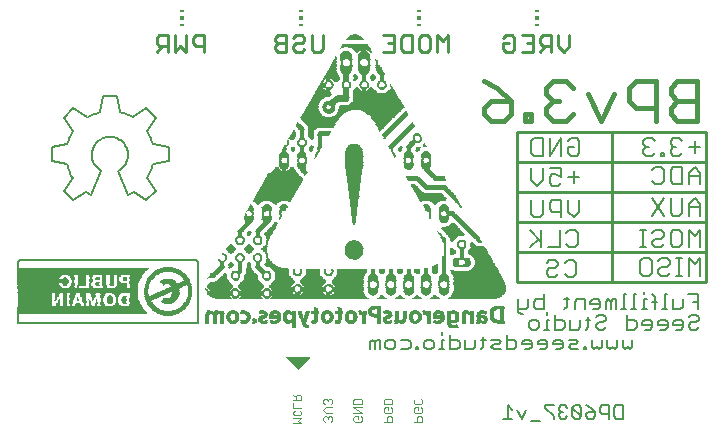
<source format=gbo>
G75*
G70*
%OFA0B0*%
%FSLAX24Y24*%
%IPPOS*%
%LPD*%
%AMOC8*
5,1,8,0,0,1.08239X$1,22.5*
%
%ADD10C,0.0040*%
%ADD11C,0.0180*%
%ADD12C,0.0110*%
%ADD13C,0.0070*%
%ADD14C,0.0080*%
%ADD15C,0.0100*%
%ADD16C,0.0010*%
%ADD17R,0.0118X0.0059*%
%ADD18R,0.0118X0.0118*%
%ADD19R,0.0290X0.0010*%
%ADD20R,0.0120X0.0010*%
%ADD21R,0.0140X0.0010*%
%ADD22R,0.0310X0.0010*%
%ADD23R,0.0130X0.0010*%
%ADD24R,0.0320X0.0010*%
%ADD25R,0.0330X0.0010*%
%ADD26R,0.0160X0.0010*%
%ADD27R,0.0340X0.0010*%
%ADD28R,0.0170X0.0010*%
%ADD29R,0.0180X0.0010*%
%ADD30R,0.0080X0.0010*%
%ADD31R,0.0030X0.0010*%
%ADD32R,0.0200X0.0010*%
%ADD33R,0.0040X0.0010*%
%ADD34R,0.0020X0.0010*%
%ADD35R,0.0150X0.0010*%
%ADD36R,0.0090X0.0010*%
%ADD37R,0.0100X0.0010*%
%ADD38R,0.0110X0.0010*%
%ADD39R,0.0060X0.0010*%
%ADD40R,0.0270X0.0010*%
%ADD41R,0.0250X0.0010*%
%ADD42R,0.0230X0.0010*%
%ADD43R,0.0210X0.0010*%
%ADD44R,0.0240X0.0010*%
%ADD45R,0.0220X0.0010*%
%ADD46R,0.0190X0.0010*%
%ADD47R,0.0260X0.0010*%
%ADD48R,0.0280X0.0010*%
%ADD49R,0.0370X0.0010*%
%ADD50R,0.0300X0.0010*%
%ADD51R,0.0360X0.0010*%
%ADD52R,0.0390X0.0010*%
%ADD53R,0.0350X0.0010*%
%ADD54R,0.0400X0.0010*%
%ADD55R,0.0380X0.0010*%
%ADD56R,0.0410X0.0010*%
%ADD57R,0.0420X0.0010*%
%ADD58R,0.0430X0.0010*%
%ADD59R,0.0070X0.0010*%
%ADD60R,0.0050X0.0010*%
%ADD61R,0.0010X0.0010*%
%ADD62R,0.0620X0.0010*%
%ADD63R,0.0610X0.0010*%
%ADD64R,0.0600X0.0010*%
%ADD65R,0.0450X0.0010*%
%ADD66R,0.0440X0.0010*%
%ADD67R,0.1520X0.0010*%
%ADD68R,0.3290X0.0010*%
%ADD69R,0.0770X0.0010*%
%ADD70R,0.0470X0.0010*%
%ADD71R,0.1590X0.0010*%
%ADD72R,0.3240X0.0010*%
%ADD73R,0.0740X0.0010*%
%ADD74R,0.0560X0.0010*%
%ADD75R,0.1600X0.0010*%
%ADD76R,0.3210X0.0010*%
%ADD77R,0.0720X0.0010*%
%ADD78R,0.0580X0.0010*%
%ADD79R,0.1620X0.0010*%
%ADD80R,0.3190X0.0010*%
%ADD81R,0.0700X0.0010*%
%ADD82R,0.1630X0.0010*%
%ADD83R,0.3170X0.0010*%
%ADD84R,0.0690X0.0010*%
%ADD85R,0.1650X0.0010*%
%ADD86R,0.3160X0.0010*%
%ADD87R,0.0680X0.0010*%
%ADD88R,0.0630X0.0010*%
%ADD89R,0.1670X0.0010*%
%ADD90R,0.3150X0.0010*%
%ADD91R,0.0660X0.0010*%
%ADD92R,0.0650X0.0010*%
%ADD93R,0.1680X0.0010*%
%ADD94R,0.3120X0.0010*%
%ADD95R,0.1690X0.0010*%
%ADD96R,0.3110X0.0010*%
%ADD97R,0.3100X0.0010*%
%ADD98R,0.3220X0.0010*%
%ADD99R,0.0900X0.0010*%
%ADD100R,0.0830X0.0010*%
%ADD101R,0.1700X0.0010*%
%ADD102R,0.1110X0.0010*%
%ADD103R,0.0840X0.0010*%
%ADD104R,0.0860X0.0010*%
%ADD105R,0.0880X0.0010*%
%ADD106R,0.1100X0.0010*%
%ADD107R,0.0820X0.0010*%
%ADD108R,0.0850X0.0010*%
%ADD109R,0.1080X0.0010*%
%ADD110R,0.0800X0.0010*%
%ADD111R,0.1710X0.0010*%
%ADD112R,0.0790X0.0010*%
%ADD113R,0.1720X0.0010*%
%ADD114R,0.1060X0.0010*%
%ADD115R,0.0810X0.0010*%
%ADD116R,0.1030X0.0010*%
%ADD117R,0.0750X0.0010*%
%ADD118R,0.1730X0.0010*%
%ADD119R,0.1020X0.0010*%
%ADD120R,0.0730X0.0010*%
%ADD121R,0.1010X0.0010*%
%ADD122R,0.0710X0.0010*%
%ADD123R,0.0780X0.0010*%
%ADD124R,0.1000X0.0010*%
%ADD125R,0.0990X0.0010*%
%ADD126R,0.0670X0.0010*%
%ADD127R,0.0760X0.0010*%
%ADD128R,0.0980X0.0010*%
%ADD129R,0.0960X0.0010*%
%ADD130R,0.0870X0.0010*%
%ADD131R,0.0950X0.0010*%
%ADD132R,0.0890X0.0010*%
%ADD133R,0.1090X0.0010*%
%ADD134R,0.1070X0.0010*%
%ADD135R,0.0640X0.0010*%
%ADD136R,0.0970X0.0010*%
%ADD137R,0.1040X0.0010*%
%ADD138R,0.1050X0.0010*%
%ADD139R,0.0590X0.0010*%
%ADD140R,0.0570X0.0010*%
%ADD141R,0.0550X0.0010*%
%ADD142R,0.0530X0.0010*%
%ADD143R,0.0510X0.0010*%
%ADD144R,0.1660X0.0010*%
%ADD145R,0.0480X0.0010*%
%ADD146R,0.0460X0.0010*%
%ADD147R,0.1640X0.0010*%
%ADD148R,0.0520X0.0010*%
%ADD149R,0.0940X0.0010*%
%ADD150R,0.0930X0.0010*%
%ADD151R,0.0540X0.0010*%
%ADD152R,0.0500X0.0010*%
%ADD153R,0.1610X0.0010*%
%ADD154R,0.0490X0.0010*%
%ADD155R,0.0920X0.0010*%
%ADD156R,0.0910X0.0010*%
%ADD157R,0.1270X0.0010*%
%ADD158R,0.1260X0.0010*%
%ADD159R,0.1250X0.0010*%
%ADD160R,0.1240X0.0010*%
%ADD161R,0.1220X0.0010*%
%ADD162R,0.1200X0.0010*%
%ADD163R,0.1190X0.0010*%
%ADD164R,0.1170X0.0010*%
%ADD165R,0.1160X0.0010*%
%ADD166R,0.1150X0.0010*%
%ADD167R,0.1130X0.0010*%
%ADD168R,0.1120X0.0010*%
%ADD169R,0.1180X0.0010*%
%ADD170R,0.1230X0.0010*%
%ADD171R,0.1280X0.0010*%
%ADD172R,0.1290X0.0010*%
%ADD173R,0.1210X0.0010*%
%ADD174R,0.1300X0.0010*%
%ADD175R,0.1350X0.0010*%
%ADD176R,0.1390X0.0010*%
%ADD177R,0.1440X0.0010*%
%ADD178R,0.2100X0.0010*%
%ADD179R,0.2110X0.0010*%
%ADD180R,0.2120X0.0010*%
%ADD181R,0.2130X0.0010*%
%ADD182R,0.2140X0.0010*%
%ADD183R,0.2150X0.0010*%
%ADD184R,0.2160X0.0010*%
%ADD185R,0.2170X0.0010*%
%ADD186R,0.2090X0.0010*%
%ADD187R,0.1840X0.0010*%
%ADD188R,0.1810X0.0010*%
%ADD189R,0.1790X0.0010*%
%ADD190R,0.1750X0.0010*%
%ADD191R,0.1570X0.0010*%
%ADD192R,0.1560X0.0010*%
%ADD193R,0.1550X0.0010*%
%ADD194R,0.1540X0.0010*%
%ADD195R,0.1530X0.0010*%
%ADD196R,0.1510X0.0010*%
%ADD197R,0.1500X0.0010*%
%ADD198R,0.1490X0.0010*%
%ADD199R,0.1480X0.0010*%
%ADD200R,0.1470X0.0010*%
%ADD201R,0.1460X0.0010*%
%ADD202R,0.1450X0.0010*%
%ADD203R,0.1430X0.0010*%
%ADD204C,0.0060*%
%ADD205R,0.6045X0.0015*%
%ADD206R,0.6045X0.0015*%
%ADD207R,0.0045X0.0015*%
%ADD208R,0.0045X0.0015*%
%ADD209R,0.0165X0.0015*%
%ADD210R,0.0345X0.0015*%
%ADD211R,0.0465X0.0015*%
%ADD212R,0.0555X0.0015*%
%ADD213R,0.0630X0.0015*%
%ADD214R,0.0705X0.0015*%
%ADD215R,0.4335X0.0015*%
%ADD216R,0.0765X0.0015*%
%ADD217R,0.4320X0.0015*%
%ADD218R,0.0795X0.0015*%
%ADD219R,0.4305X0.0015*%
%ADD220R,0.0855X0.0015*%
%ADD221R,0.4290X0.0015*%
%ADD222R,0.0915X0.0015*%
%ADD223R,0.4275X0.0015*%
%ADD224R,0.0360X0.0015*%
%ADD225R,0.4260X0.0015*%
%ADD226R,0.0315X0.0015*%
%ADD227R,0.4245X0.0015*%
%ADD228R,0.0300X0.0015*%
%ADD229R,0.4230X0.0015*%
%ADD230R,0.0270X0.0015*%
%ADD231R,0.0255X0.0015*%
%ADD232R,0.4215X0.0015*%
%ADD233R,0.0240X0.0015*%
%ADD234R,0.4200X0.0015*%
%ADD235R,0.0225X0.0015*%
%ADD236R,0.4185X0.0015*%
%ADD237R,0.0210X0.0015*%
%ADD238R,0.4170X0.0015*%
%ADD239R,0.4155X0.0015*%
%ADD240R,0.0195X0.0015*%
%ADD241R,0.0405X0.0015*%
%ADD242R,0.0105X0.0015*%
%ADD243R,0.0060X0.0015*%
%ADD244R,0.0075X0.0015*%
%ADD245R,0.0180X0.0015*%
%ADD246R,0.1155X0.0015*%
%ADD247R,0.0390X0.0015*%
%ADD248R,0.0090X0.0015*%
%ADD249R,0.0150X0.0015*%
%ADD250R,0.0135X0.0015*%
%ADD251R,0.0375X0.0015*%
%ADD252R,0.0120X0.0015*%
%ADD253R,0.0330X0.0015*%
%ADD254R,0.0435X0.0015*%
%ADD255R,0.0030X0.0015*%
%ADD256R,0.0480X0.0015*%
%ADD257R,0.0495X0.0015*%
%ADD258R,0.0015X0.0015*%
%ADD259R,0.0285X0.0015*%
%ADD260R,0.0450X0.0015*%
%ADD261R,0.0525X0.0015*%
%ADD262R,0.0885X0.0015*%
%ADD263R,0.3015X0.0015*%
%ADD264R,0.4020X0.0015*%
%ADD265R,0.0600X0.0015*%
%ADD266R,0.0570X0.0015*%
%ADD267R,0.0825X0.0015*%
%ADD268R,0.1440X0.0015*%
%ADD269R,0.1545X0.0015*%
%ADD270R,0.1500X0.0015*%
%ADD271R,0.1485X0.0015*%
%ADD272R,0.1455X0.0015*%
%ADD273R,0.1425X0.0015*%
%ADD274R,0.0510X0.0015*%
%ADD275R,0.0720X0.0015*%
%ADD276R,0.1410X0.0015*%
%ADD277R,0.0750X0.0015*%
%ADD278R,0.0945X0.0015*%
%ADD279R,0.0420X0.0015*%
%ADD280R,0.1395X0.0015*%
%ADD281R,0.1710X0.0015*%
%ADD282R,0.1695X0.0015*%
%ADD283R,0.1515X0.0015*%
%ADD284R,0.2565X0.0015*%
%ADD285R,0.1575X0.0015*%
%ADD286R,0.4350X0.0015*%
%ADD287R,0.4365X0.0015*%
%ADD288R,0.4395X0.0015*%
%ADD289R,0.0060X0.0015*%
%ADD290R,0.5985X0.0015*%
%ADD291R,0.5955X0.0015*%
%ADD292R,0.5910X0.0015*%
D10*
X014060Y004696D02*
X014301Y004696D01*
X014221Y004776D01*
X014301Y004856D01*
X014060Y004856D01*
X014100Y004954D02*
X014060Y004994D01*
X014060Y005074D01*
X014100Y005114D01*
X014060Y005211D02*
X014060Y005372D01*
X014060Y005469D02*
X014301Y005469D01*
X014301Y005589D01*
X014261Y005629D01*
X014180Y005629D01*
X014140Y005589D01*
X014140Y005469D01*
X014140Y005549D02*
X014060Y005629D01*
X014060Y005211D02*
X014301Y005211D01*
X014261Y005114D02*
X014301Y005074D01*
X014301Y004994D01*
X014261Y004954D01*
X014100Y004954D01*
X015060Y004875D02*
X015060Y004782D01*
X015107Y004735D01*
X015201Y004829D02*
X015201Y004875D01*
X015154Y004922D01*
X015107Y004922D01*
X015060Y004875D01*
X015201Y004875D02*
X015247Y004922D01*
X015294Y004922D01*
X015341Y004875D01*
X015341Y004782D01*
X015294Y004735D01*
X015341Y005030D02*
X015154Y005030D01*
X015060Y005123D01*
X015154Y005217D01*
X015341Y005217D01*
X015294Y005325D02*
X015341Y005371D01*
X015341Y005465D01*
X015294Y005511D01*
X015247Y005511D01*
X015201Y005465D01*
X015154Y005511D01*
X015107Y005511D01*
X015060Y005465D01*
X015060Y005371D01*
X015107Y005325D01*
X015201Y005418D02*
X015201Y005465D01*
X016060Y005465D02*
X016060Y005325D01*
X016341Y005325D01*
X016341Y005465D01*
X016294Y005511D01*
X016107Y005511D01*
X016060Y005465D01*
X016060Y005217D02*
X016341Y005217D01*
X016341Y005030D02*
X016060Y005030D01*
X016107Y004922D02*
X016201Y004922D01*
X016201Y004829D01*
X016294Y004922D02*
X016341Y004875D01*
X016341Y004782D01*
X016294Y004735D01*
X016107Y004735D01*
X016060Y004782D01*
X016060Y004875D01*
X016107Y004922D01*
X016341Y005030D02*
X016060Y005217D01*
X017079Y005170D02*
X017079Y005077D01*
X017125Y005030D01*
X017312Y005030D01*
X017359Y005077D01*
X017359Y005170D01*
X017312Y005217D01*
X017219Y005217D02*
X017219Y005123D01*
X017219Y005217D02*
X017125Y005217D01*
X017079Y005170D01*
X017079Y005325D02*
X017079Y005465D01*
X017125Y005511D01*
X017312Y005511D01*
X017359Y005465D01*
X017359Y005325D01*
X017079Y005325D01*
X017219Y004922D02*
X017172Y004875D01*
X017172Y004735D01*
X017079Y004735D02*
X017359Y004735D01*
X017359Y004875D01*
X017312Y004922D01*
X017219Y004922D01*
X018079Y005077D02*
X018079Y005170D01*
X018125Y005217D01*
X018219Y005217D01*
X018219Y005123D01*
X018312Y005030D02*
X018125Y005030D01*
X018079Y005077D01*
X018219Y004922D02*
X018172Y004875D01*
X018172Y004735D01*
X018079Y004735D02*
X018359Y004735D01*
X018359Y004875D01*
X018312Y004922D01*
X018219Y004922D01*
X018312Y005030D02*
X018359Y005077D01*
X018359Y005170D01*
X018312Y005217D01*
X018312Y005325D02*
X018125Y005325D01*
X018079Y005371D01*
X018079Y005465D01*
X018125Y005511D01*
X018312Y005511D02*
X018359Y005465D01*
X018359Y005371D01*
X018312Y005325D01*
D11*
X020634Y014773D02*
X020414Y014993D01*
X020414Y015213D01*
X020634Y015433D01*
X021294Y015433D01*
X021294Y014993D01*
X021074Y014773D01*
X020634Y014773D01*
X021294Y015433D02*
X020854Y015874D01*
X020414Y016094D01*
X021765Y014993D02*
X021765Y014773D01*
X021985Y014773D01*
X021985Y014993D01*
X021765Y014993D01*
X022485Y014993D02*
X022705Y014773D01*
X023146Y014773D01*
X023366Y014993D01*
X022926Y015433D02*
X022705Y015433D01*
X022485Y015213D01*
X022485Y014993D01*
X022705Y015433D02*
X022485Y015653D01*
X022485Y015874D01*
X022705Y016094D01*
X023146Y016094D01*
X023366Y015874D01*
X023866Y015653D02*
X024307Y014773D01*
X024747Y015653D01*
X025248Y015433D02*
X025468Y015213D01*
X026128Y015213D01*
X026629Y015213D02*
X026629Y014993D01*
X026849Y014773D01*
X027509Y014773D01*
X027509Y016094D01*
X026849Y016094D01*
X026629Y015874D01*
X026629Y015653D01*
X026849Y015433D01*
X027509Y015433D01*
X026849Y015433D02*
X026629Y015213D01*
X026128Y014773D02*
X026128Y016094D01*
X025468Y016094D01*
X025248Y015874D01*
X025248Y015433D01*
D12*
X023245Y017256D02*
X023062Y017073D01*
X022879Y017256D01*
X022879Y017623D01*
X022638Y017623D02*
X022363Y017623D01*
X022271Y017531D01*
X022271Y017348D01*
X022363Y017256D01*
X022638Y017256D01*
X022638Y017073D02*
X022638Y017623D01*
X022454Y017256D02*
X022271Y017073D01*
X022030Y017073D02*
X021663Y017073D01*
X021422Y017164D02*
X021331Y017073D01*
X021147Y017073D01*
X021055Y017164D01*
X021055Y017348D01*
X021239Y017348D01*
X021422Y017531D02*
X021422Y017164D01*
X021422Y017531D02*
X021331Y017623D01*
X021147Y017623D01*
X021055Y017531D01*
X021663Y017623D02*
X022030Y017623D01*
X022030Y017073D01*
X022030Y017348D02*
X021847Y017348D01*
X023245Y017256D02*
X023245Y017623D01*
X019222Y017623D02*
X019222Y017073D01*
X018855Y017073D02*
X018855Y017623D01*
X019039Y017440D01*
X019222Y017623D01*
X018615Y017531D02*
X018615Y017164D01*
X018523Y017073D01*
X018339Y017073D01*
X018248Y017164D01*
X018248Y017531D01*
X018339Y017623D01*
X018523Y017623D01*
X018615Y017531D01*
X018007Y017623D02*
X018007Y017073D01*
X017732Y017073D01*
X017640Y017164D01*
X017640Y017531D01*
X017732Y017623D01*
X018007Y017623D01*
X017399Y017623D02*
X017399Y017073D01*
X017032Y017073D01*
X017216Y017348D02*
X017399Y017348D01*
X017399Y017623D02*
X017032Y017623D01*
X015030Y017623D02*
X015030Y017164D01*
X014939Y017073D01*
X014755Y017073D01*
X014664Y017164D01*
X014664Y017623D01*
X014423Y017531D02*
X014331Y017623D01*
X014148Y017623D01*
X014056Y017531D01*
X014148Y017348D02*
X014056Y017256D01*
X014056Y017164D01*
X014148Y017073D01*
X014331Y017073D01*
X014423Y017164D01*
X014331Y017348D02*
X014148Y017348D01*
X014331Y017348D02*
X014423Y017440D01*
X014423Y017531D01*
X013815Y017623D02*
X013815Y017073D01*
X013540Y017073D01*
X013448Y017164D01*
X013448Y017256D01*
X013540Y017348D01*
X013815Y017348D01*
X013815Y017623D02*
X013540Y017623D01*
X013448Y017531D01*
X013448Y017440D01*
X013540Y017348D01*
X011078Y017256D02*
X010803Y017256D01*
X010711Y017348D01*
X010711Y017531D01*
X010803Y017623D01*
X011078Y017623D01*
X011078Y017073D01*
X010470Y017073D02*
X010287Y017256D01*
X010103Y017073D01*
X010103Y017623D01*
X009862Y017623D02*
X009587Y017623D01*
X009496Y017531D01*
X009496Y017348D01*
X009587Y017256D01*
X009862Y017256D01*
X009679Y017256D02*
X009496Y017073D01*
X009862Y017073D02*
X009862Y017623D01*
X010470Y017623D02*
X010470Y017073D01*
D13*
X021552Y008821D02*
X021552Y008412D01*
X021633Y008330D01*
X021715Y008330D01*
X021797Y008494D02*
X021552Y008494D01*
X021797Y008494D02*
X021879Y008576D01*
X021879Y008821D01*
X022067Y008739D02*
X022149Y008821D01*
X022394Y008821D01*
X022394Y008984D02*
X022394Y008494D01*
X022149Y008494D01*
X022067Y008576D01*
X022067Y008739D01*
X022501Y008384D02*
X022501Y008302D01*
X022501Y008139D02*
X022501Y007812D01*
X022583Y007812D02*
X022419Y007812D01*
X022239Y007893D02*
X022239Y008057D01*
X022157Y008139D01*
X021994Y008139D01*
X021912Y008057D01*
X021912Y007893D01*
X021994Y007812D01*
X022157Y007812D01*
X022239Y007893D01*
X022771Y007812D02*
X023017Y007812D01*
X023098Y007893D01*
X023098Y008057D01*
X023017Y008139D01*
X022771Y008139D01*
X022771Y008302D02*
X022771Y007812D01*
X022794Y007478D02*
X022712Y007396D01*
X022712Y007315D01*
X023039Y007315D01*
X023039Y007396D02*
X022957Y007478D01*
X022794Y007478D01*
X023039Y007396D02*
X023039Y007233D01*
X022957Y007151D01*
X022794Y007151D01*
X022523Y007233D02*
X022523Y007396D01*
X022442Y007478D01*
X022278Y007478D01*
X022196Y007396D01*
X022196Y007315D01*
X022523Y007315D01*
X022523Y007233D02*
X022442Y007151D01*
X022278Y007151D01*
X022008Y007233D02*
X022008Y007396D01*
X021926Y007478D01*
X021763Y007478D01*
X021681Y007396D01*
X021681Y007315D01*
X022008Y007315D01*
X022008Y007233D02*
X021926Y007151D01*
X021763Y007151D01*
X021492Y007233D02*
X021492Y007396D01*
X021410Y007478D01*
X021165Y007478D01*
X021165Y007641D02*
X021165Y007151D01*
X021410Y007151D01*
X021492Y007233D01*
X020976Y007151D02*
X020731Y007151D01*
X020650Y007233D01*
X020731Y007315D01*
X020895Y007315D01*
X020976Y007396D01*
X020895Y007478D01*
X020650Y007478D01*
X020461Y007478D02*
X020297Y007478D01*
X020379Y007560D02*
X020379Y007233D01*
X020297Y007151D01*
X020117Y007233D02*
X020035Y007151D01*
X019790Y007151D01*
X019790Y007478D01*
X019601Y007396D02*
X019601Y007233D01*
X019520Y007151D01*
X019275Y007151D01*
X019275Y007641D01*
X019275Y007478D02*
X019520Y007478D01*
X019601Y007396D01*
X019086Y007478D02*
X019004Y007478D01*
X019004Y007151D01*
X019086Y007151D02*
X018922Y007151D01*
X018742Y007233D02*
X018660Y007151D01*
X018497Y007151D01*
X018415Y007233D01*
X018415Y007396D01*
X018497Y007478D01*
X018660Y007478D01*
X018742Y007396D01*
X018742Y007233D01*
X018226Y007233D02*
X018145Y007233D01*
X018145Y007151D01*
X018226Y007151D01*
X018226Y007233D01*
X017969Y007233D02*
X017969Y007396D01*
X017887Y007478D01*
X017642Y007478D01*
X017453Y007396D02*
X017453Y007233D01*
X017371Y007151D01*
X017208Y007151D01*
X017126Y007233D01*
X017126Y007396D01*
X017208Y007478D01*
X017371Y007478D01*
X017453Y007396D01*
X017642Y007151D02*
X017887Y007151D01*
X017969Y007233D01*
X016937Y007151D02*
X016937Y007478D01*
X016856Y007478D01*
X016774Y007396D01*
X016692Y007478D01*
X016611Y007396D01*
X016611Y007151D01*
X016774Y007151D02*
X016774Y007396D01*
X019004Y007641D02*
X019004Y007723D01*
X020117Y007478D02*
X020117Y007233D01*
X022501Y008139D02*
X022583Y008139D01*
X023090Y008494D02*
X023172Y008576D01*
X023172Y008903D01*
X023254Y008821D02*
X023090Y008821D01*
X023442Y008739D02*
X023442Y008494D01*
X023442Y008739D02*
X023524Y008821D01*
X023769Y008821D01*
X023769Y008494D01*
X023958Y008657D02*
X024285Y008657D01*
X024285Y008576D02*
X024285Y008739D01*
X024203Y008821D01*
X024040Y008821D01*
X023958Y008739D01*
X023958Y008657D01*
X024040Y008494D02*
X024203Y008494D01*
X024285Y008576D01*
X024474Y008494D02*
X024474Y008739D01*
X024555Y008821D01*
X024637Y008739D01*
X024637Y008494D01*
X024800Y008494D02*
X024800Y008821D01*
X024719Y008821D01*
X024637Y008739D01*
X024981Y008494D02*
X025144Y008494D01*
X025062Y008494D02*
X025062Y008984D01*
X025144Y008984D01*
X025406Y008984D02*
X025406Y008494D01*
X025488Y008494D02*
X025324Y008494D01*
X025178Y008302D02*
X025178Y007812D01*
X025423Y007812D01*
X025505Y007893D01*
X025505Y008057D01*
X025423Y008139D01*
X025178Y008139D01*
X025693Y008057D02*
X025693Y007975D01*
X026020Y007975D01*
X026020Y007893D02*
X026020Y008057D01*
X025939Y008139D01*
X025775Y008139D01*
X025693Y008057D01*
X025775Y007812D02*
X025939Y007812D01*
X026020Y007893D01*
X026209Y007975D02*
X026536Y007975D01*
X026536Y007893D02*
X026536Y008057D01*
X026454Y008139D01*
X026291Y008139D01*
X026209Y008057D01*
X026209Y007975D01*
X026291Y007812D02*
X026454Y007812D01*
X026536Y007893D01*
X026725Y007975D02*
X027052Y007975D01*
X027052Y007893D02*
X027052Y008057D01*
X026970Y008139D01*
X026806Y008139D01*
X026725Y008057D01*
X026725Y007975D01*
X026806Y007812D02*
X026970Y007812D01*
X027052Y007893D01*
X027240Y007893D02*
X027240Y007975D01*
X027322Y008057D01*
X027485Y008057D01*
X027567Y008139D01*
X027567Y008220D01*
X027485Y008302D01*
X027322Y008302D01*
X027240Y008220D01*
X026953Y008494D02*
X026708Y008494D01*
X026708Y008821D01*
X026519Y008984D02*
X026437Y008984D01*
X026437Y008494D01*
X026356Y008494D02*
X026519Y008494D01*
X026175Y008739D02*
X026012Y008739D01*
X026094Y008903D02*
X026094Y008494D01*
X025832Y008494D02*
X025668Y008494D01*
X025750Y008494D02*
X025750Y008821D01*
X025832Y008821D01*
X025750Y008984D02*
X025750Y009066D01*
X026012Y008984D02*
X026094Y008903D01*
X025488Y008984D02*
X025406Y008984D01*
X024473Y008220D02*
X024473Y008139D01*
X024392Y008057D01*
X024228Y008057D01*
X024146Y007975D01*
X024146Y007893D01*
X024228Y007812D01*
X024392Y007812D01*
X024473Y007893D01*
X024473Y008220D02*
X024392Y008302D01*
X024228Y008302D01*
X024146Y008220D01*
X023958Y008139D02*
X023794Y008139D01*
X023876Y008220D02*
X023876Y007893D01*
X023794Y007812D01*
X023614Y007893D02*
X023532Y007812D01*
X023287Y007812D01*
X023287Y008139D01*
X023614Y008139D02*
X023614Y007893D01*
X023473Y007478D02*
X023228Y007478D01*
X023309Y007315D02*
X023473Y007315D01*
X023555Y007396D01*
X023473Y007478D01*
X023309Y007315D02*
X023228Y007233D01*
X023309Y007151D01*
X023555Y007151D01*
X023731Y007151D02*
X023812Y007151D01*
X023812Y007233D01*
X023731Y007233D01*
X023731Y007151D01*
X024001Y007233D02*
X024001Y007478D01*
X024001Y007233D02*
X024083Y007151D01*
X024165Y007233D01*
X024246Y007151D01*
X024328Y007233D01*
X024328Y007478D01*
X024517Y007478D02*
X024517Y007233D01*
X024599Y007151D01*
X024680Y007233D01*
X024762Y007151D01*
X024844Y007233D01*
X024844Y007478D01*
X025032Y007478D02*
X025032Y007233D01*
X025114Y007151D01*
X025196Y007233D01*
X025278Y007151D01*
X025359Y007233D01*
X025359Y007478D01*
X026953Y008494D02*
X027035Y008576D01*
X027035Y008821D01*
X027224Y008984D02*
X027550Y008984D01*
X027550Y008494D01*
X027550Y008739D02*
X027387Y008739D01*
X027240Y007893D02*
X027322Y007812D01*
X027485Y007812D01*
X027567Y007893D01*
D14*
X027622Y009601D02*
X027622Y010182D01*
X027429Y009988D01*
X027235Y010182D01*
X027235Y009601D01*
X027015Y009601D02*
X026821Y009601D01*
X026918Y009601D02*
X026918Y010182D01*
X027015Y010182D02*
X026821Y010182D01*
X026610Y010085D02*
X026610Y009988D01*
X026513Y009892D01*
X026319Y009892D01*
X026223Y009795D01*
X026223Y009698D01*
X026319Y009601D01*
X026513Y009601D01*
X026610Y009698D01*
X026002Y009698D02*
X025905Y009601D01*
X025712Y009601D01*
X025615Y009698D01*
X025615Y010085D01*
X025712Y010182D01*
X025905Y010182D01*
X026002Y010085D01*
X026002Y009698D01*
X026223Y010085D02*
X026319Y010182D01*
X026513Y010182D01*
X026610Y010085D01*
X026724Y010551D02*
X026628Y010648D01*
X026628Y011035D01*
X026724Y011132D01*
X026918Y011132D01*
X027015Y011035D01*
X027015Y010648D01*
X026918Y010551D01*
X026724Y010551D01*
X026407Y010648D02*
X026310Y010551D01*
X026117Y010551D01*
X026020Y010648D01*
X026020Y010745D01*
X026117Y010842D01*
X026310Y010842D01*
X026407Y010938D01*
X026407Y011035D01*
X026310Y011132D01*
X026117Y011132D01*
X026020Y011035D01*
X025799Y011132D02*
X025606Y011132D01*
X025703Y011132D02*
X025703Y010551D01*
X025799Y010551D02*
X025606Y010551D01*
X027235Y010551D02*
X027235Y011132D01*
X027429Y010938D01*
X027622Y011132D01*
X027622Y010551D01*
X027622Y011601D02*
X027622Y011988D01*
X027429Y012182D01*
X027235Y011988D01*
X027235Y011601D01*
X027015Y011698D02*
X026918Y011601D01*
X026724Y011601D01*
X026628Y011698D01*
X026628Y012182D01*
X026407Y012182D02*
X026020Y011601D01*
X026407Y011601D02*
X026020Y012182D01*
X027015Y012182D02*
X027015Y011698D01*
X027235Y011892D02*
X027622Y011892D01*
X027622Y012651D02*
X027622Y013038D01*
X027429Y013232D01*
X027235Y013038D01*
X027235Y012651D01*
X027015Y012651D02*
X026724Y012651D01*
X026628Y012748D01*
X026628Y013135D01*
X026724Y013232D01*
X027015Y013232D01*
X027015Y012651D01*
X027235Y012942D02*
X027622Y012942D01*
X026918Y013601D02*
X027015Y013698D01*
X026918Y013601D02*
X026724Y013601D01*
X026628Y013698D01*
X026628Y013795D01*
X026724Y013892D01*
X026821Y013892D01*
X026724Y013892D02*
X026628Y013988D01*
X026628Y014085D01*
X026724Y014182D01*
X026918Y014182D01*
X027015Y014085D01*
X027235Y013892D02*
X027622Y013892D01*
X027429Y014085D02*
X027429Y013698D01*
X026407Y013698D02*
X026407Y013601D01*
X026310Y013601D01*
X026310Y013698D01*
X026407Y013698D01*
X026103Y013698D02*
X026006Y013601D01*
X025813Y013601D01*
X025716Y013698D01*
X025716Y013795D01*
X025813Y013892D01*
X025910Y013892D01*
X025813Y013892D02*
X025716Y013988D01*
X025716Y014085D01*
X025813Y014182D01*
X026006Y014182D01*
X026103Y014085D01*
X026117Y013232D02*
X026310Y013232D01*
X026407Y013135D01*
X026407Y012748D01*
X026310Y012651D01*
X026117Y012651D01*
X026020Y012748D01*
X026020Y013135D02*
X026117Y013232D01*
X023591Y012892D02*
X023204Y012892D01*
X022984Y012892D02*
X022984Y013182D01*
X022597Y013182D01*
X022693Y012988D02*
X022597Y012892D01*
X022597Y012698D01*
X022693Y012601D01*
X022887Y012601D01*
X022984Y012698D01*
X022984Y012892D02*
X022790Y012988D01*
X022693Y012988D01*
X022376Y012795D02*
X022182Y012601D01*
X021989Y012795D01*
X021989Y013182D01*
X022376Y013182D02*
X022376Y012795D01*
X022376Y012132D02*
X022376Y011648D01*
X022279Y011551D01*
X022086Y011551D01*
X021989Y011648D01*
X021989Y012132D01*
X022597Y012035D02*
X022597Y011842D01*
X022693Y011745D01*
X022984Y011745D01*
X022984Y011551D02*
X022984Y012132D01*
X022693Y012132D01*
X022597Y012035D01*
X023204Y012132D02*
X023204Y011745D01*
X023398Y011551D01*
X023591Y011745D01*
X023591Y012132D01*
X023398Y012698D02*
X023398Y013085D01*
X023495Y013601D02*
X023301Y013601D01*
X023204Y013698D01*
X023204Y013892D01*
X023398Y013892D01*
X023591Y014085D02*
X023591Y013698D01*
X023495Y013601D01*
X022984Y013601D02*
X022984Y014182D01*
X022597Y013601D01*
X022597Y014182D01*
X022376Y014182D02*
X022086Y014182D01*
X021989Y014085D01*
X021989Y013698D01*
X022086Y013601D01*
X022376Y013601D01*
X022376Y014182D01*
X023204Y014085D02*
X023301Y014182D01*
X023495Y014182D01*
X023591Y014085D01*
X023445Y011132D02*
X023541Y011035D01*
X023541Y010648D01*
X023445Y010551D01*
X023251Y010551D01*
X023154Y010648D01*
X022934Y010551D02*
X022547Y010551D01*
X022326Y010551D02*
X022326Y011132D01*
X022326Y010745D02*
X021939Y011132D01*
X022229Y010842D02*
X021939Y010551D01*
X022494Y010046D02*
X022590Y010142D01*
X022784Y010142D01*
X022880Y010046D01*
X022880Y009949D01*
X022784Y009852D01*
X022590Y009852D01*
X022494Y009755D01*
X022494Y009659D01*
X022590Y009562D01*
X022784Y009562D01*
X022880Y009659D01*
X023101Y009659D02*
X023198Y009562D01*
X023391Y009562D01*
X023488Y009659D01*
X023488Y010046D01*
X023391Y010142D01*
X023198Y010142D01*
X023101Y010046D01*
X022934Y010551D02*
X022934Y011132D01*
X023154Y011035D02*
X023251Y011132D01*
X023445Y011132D01*
X009894Y013436D02*
X009894Y013886D01*
X009364Y013986D01*
X009174Y014426D02*
X009484Y014876D01*
X009154Y015196D01*
X008704Y014886D01*
X008274Y015066D02*
X008174Y015606D01*
X007714Y015606D01*
X007614Y015066D01*
X007184Y014886D02*
X006724Y015196D01*
X006404Y014876D01*
X006714Y014426D01*
X006524Y013986D02*
X005994Y013886D01*
X005994Y013436D01*
X006514Y013336D01*
X006694Y012876D02*
X006404Y012446D01*
X006724Y012126D01*
X007144Y012406D01*
X007324Y012306D01*
X007654Y013106D01*
X008224Y013106D02*
X008554Y012306D01*
X008734Y012406D01*
X009154Y012116D01*
X009484Y012446D01*
X009184Y012876D01*
X009374Y013336D02*
X009894Y013436D01*
X008705Y014886D02*
X008647Y014919D01*
X008588Y014949D01*
X008527Y014976D01*
X008466Y015000D01*
X008403Y015022D01*
X008339Y015041D01*
X008275Y015056D01*
X009174Y014426D02*
X009210Y014368D01*
X009243Y014307D01*
X009274Y014245D01*
X009301Y014182D01*
X009325Y014118D01*
X009346Y014052D01*
X009364Y013986D01*
X007615Y015056D02*
X007541Y015037D01*
X007469Y015014D01*
X007398Y014987D01*
X007328Y014957D01*
X007261Y014923D01*
X007195Y014886D01*
X007654Y013106D02*
X007612Y013130D01*
X007573Y013158D01*
X007536Y013189D01*
X007501Y013223D01*
X007469Y013259D01*
X007441Y013298D01*
X007415Y013339D01*
X007393Y013382D01*
X007375Y013427D01*
X007360Y013473D01*
X007348Y013520D01*
X007341Y013567D01*
X007337Y013615D01*
X007338Y013664D01*
X007342Y013712D01*
X007350Y013759D01*
X007362Y013806D01*
X007377Y013852D01*
X007396Y013896D01*
X007419Y013939D01*
X007445Y013980D01*
X007474Y014018D01*
X007506Y014054D01*
X007541Y014088D01*
X007579Y014118D01*
X007618Y014145D01*
X007660Y014170D01*
X007704Y014190D01*
X007749Y014207D01*
X007795Y014221D01*
X007843Y014230D01*
X007891Y014236D01*
X007939Y014238D01*
X007987Y014236D01*
X008035Y014230D01*
X008083Y014221D01*
X008129Y014207D01*
X008174Y014190D01*
X008218Y014170D01*
X008260Y014145D01*
X008299Y014118D01*
X008337Y014088D01*
X008372Y014054D01*
X008404Y014018D01*
X008433Y013980D01*
X008459Y013939D01*
X008482Y013896D01*
X008501Y013852D01*
X008516Y013806D01*
X008528Y013759D01*
X008536Y013712D01*
X008540Y013664D01*
X008541Y013615D01*
X008537Y013567D01*
X008530Y013520D01*
X008518Y013473D01*
X008503Y013427D01*
X008485Y013382D01*
X008463Y013339D01*
X008437Y013298D01*
X008409Y013259D01*
X008377Y013223D01*
X008342Y013189D01*
X008305Y013158D01*
X008266Y013130D01*
X008224Y013106D01*
X006694Y012875D02*
X006659Y012937D01*
X006626Y013000D01*
X006597Y013065D01*
X006572Y013131D01*
X006549Y013198D01*
X006530Y013266D01*
X006514Y013336D01*
X009184Y012875D02*
X009219Y012937D01*
X009252Y013000D01*
X009281Y013065D01*
X009306Y013131D01*
X009329Y013198D01*
X009348Y013266D01*
X009364Y013336D01*
X006714Y014426D02*
X006678Y014367D01*
X006645Y014307D01*
X006615Y014245D01*
X006588Y014182D01*
X006563Y014118D01*
X006542Y014053D01*
X006524Y013986D01*
D15*
X021520Y014400D02*
X021520Y013400D01*
X027820Y013400D01*
X027820Y014400D01*
X024670Y014400D01*
X024670Y009400D01*
X027820Y009400D01*
X027820Y010400D01*
X021520Y010400D01*
X021520Y009400D01*
X024670Y009400D01*
X027820Y010400D02*
X027820Y011400D01*
X021520Y011400D01*
X021520Y010400D01*
X021520Y011400D02*
X021520Y012400D01*
X027820Y012400D01*
X027820Y013400D01*
X027820Y012400D02*
X027820Y011400D01*
X024670Y014400D02*
X021520Y014400D01*
X021520Y013400D02*
X021520Y012400D01*
D16*
X014197Y006513D02*
X013804Y006906D01*
X014591Y006906D01*
X014197Y006513D01*
X014189Y006521D02*
X014206Y006521D01*
X014215Y006530D02*
X014180Y006530D01*
X014172Y006538D02*
X014223Y006538D01*
X014232Y006547D02*
X014163Y006547D01*
X014155Y006555D02*
X014240Y006555D01*
X014249Y006564D02*
X014146Y006564D01*
X014138Y006572D02*
X014257Y006572D01*
X014266Y006581D02*
X014129Y006581D01*
X014121Y006590D02*
X014274Y006590D01*
X014283Y006598D02*
X014112Y006598D01*
X014104Y006607D02*
X014291Y006607D01*
X014300Y006615D02*
X014095Y006615D01*
X014086Y006624D02*
X014309Y006624D01*
X014317Y006632D02*
X014078Y006632D01*
X014069Y006641D02*
X014326Y006641D01*
X014334Y006649D02*
X014061Y006649D01*
X014052Y006658D02*
X014343Y006658D01*
X014351Y006666D02*
X014044Y006666D01*
X014035Y006675D02*
X014360Y006675D01*
X014368Y006684D02*
X014027Y006684D01*
X014018Y006692D02*
X014377Y006692D01*
X014385Y006701D02*
X014010Y006701D01*
X014001Y006709D02*
X014394Y006709D01*
X014402Y006718D02*
X013992Y006718D01*
X013984Y006726D02*
X014411Y006726D01*
X014420Y006735D02*
X013975Y006735D01*
X013967Y006743D02*
X014428Y006743D01*
X014437Y006752D02*
X013958Y006752D01*
X013950Y006760D02*
X014445Y006760D01*
X014454Y006769D02*
X013941Y006769D01*
X013933Y006778D02*
X014462Y006778D01*
X014471Y006786D02*
X013924Y006786D01*
X013916Y006795D02*
X014479Y006795D01*
X014488Y006803D02*
X013907Y006803D01*
X013899Y006812D02*
X014496Y006812D01*
X014505Y006820D02*
X013890Y006820D01*
X013881Y006829D02*
X014514Y006829D01*
X014522Y006837D02*
X013873Y006837D01*
X013864Y006846D02*
X014531Y006846D01*
X014539Y006854D02*
X013856Y006854D01*
X013847Y006863D02*
X014548Y006863D01*
X014556Y006871D02*
X013839Y006871D01*
X013830Y006880D02*
X014565Y006880D01*
X014573Y006889D02*
X013822Y006889D01*
X013813Y006897D02*
X014582Y006897D01*
X014590Y006906D02*
X013805Y006906D01*
D17*
X014296Y017963D03*
X014296Y018435D03*
X010359Y018435D03*
X010359Y017963D03*
X018233Y017963D03*
X018233Y018435D03*
X022170Y018435D03*
X022170Y017963D03*
D18*
X022170Y018199D03*
X018233Y018199D03*
X014296Y018199D03*
X010359Y018199D03*
D19*
X014971Y015760D03*
X015351Y016420D03*
X015351Y016430D03*
X016651Y015740D03*
X017311Y015700D03*
X015691Y015060D03*
X015461Y014870D03*
X016981Y014590D03*
X017891Y013640D03*
X018481Y013640D03*
X018481Y013230D03*
X018481Y013220D03*
X017891Y013220D03*
X018271Y012350D03*
X019071Y011880D03*
X019071Y011870D03*
X019071Y011860D03*
X019321Y011660D03*
X019071Y011450D03*
X019071Y011440D03*
X019351Y011240D03*
X019391Y010900D03*
X019071Y009580D03*
X018481Y009580D03*
X017901Y009010D03*
X017301Y009010D03*
X016711Y009010D03*
X016711Y009020D03*
X016711Y009580D03*
X016091Y010170D03*
X013241Y009990D03*
X012571Y010440D03*
X012571Y010510D03*
X011981Y010510D03*
X011981Y010440D03*
X012201Y009740D03*
X011701Y009460D03*
X013451Y008370D03*
X013051Y008070D03*
X013051Y008060D03*
X012451Y008080D03*
X012451Y008090D03*
X012441Y008070D03*
X015191Y008040D03*
X015181Y008380D03*
X015981Y008040D03*
X016821Y008230D03*
X017201Y008080D03*
X017211Y008060D03*
X018121Y008380D03*
X018901Y008370D03*
X018871Y008030D03*
X019411Y007860D03*
X020311Y008250D03*
X020361Y008380D03*
X016091Y012090D03*
X016091Y012100D03*
X016091Y012110D03*
X016091Y012120D03*
X016091Y012130D03*
X016091Y012140D03*
X016091Y012150D03*
X014351Y013220D03*
X013751Y013220D03*
X013751Y013230D03*
X013751Y013640D03*
X013161Y011870D03*
X013161Y011450D03*
X012571Y011450D03*
X012571Y011440D03*
D20*
X012666Y011750D03*
X012646Y011880D03*
X012866Y011990D03*
X013456Y011990D03*
X013256Y011750D03*
X012596Y011030D03*
X013216Y010880D03*
X013216Y010870D03*
X013116Y010550D03*
X013116Y010410D03*
X013116Y010400D03*
X013216Y010110D03*
X013046Y009670D03*
X013886Y008420D03*
X014076Y008380D03*
X014076Y008370D03*
X014286Y008320D03*
X014296Y008290D03*
X014296Y008280D03*
X014306Y008270D03*
X014306Y008260D03*
X014306Y008250D03*
X014306Y008240D03*
X014316Y008220D03*
X014316Y008210D03*
X014326Y008190D03*
X014336Y008160D03*
X014466Y008180D03*
X014496Y008270D03*
X014506Y007860D03*
X013586Y008150D03*
X013586Y008160D03*
X013586Y008170D03*
X013586Y008260D03*
X013586Y008270D03*
X013586Y008280D03*
X013576Y008290D03*
X013576Y008300D03*
X013336Y008320D03*
X013326Y008300D03*
X013326Y008290D03*
X013316Y008280D03*
X013316Y008270D03*
X012956Y008130D03*
X012956Y008120D03*
X012956Y008110D03*
X012756Y008130D03*
X011186Y008130D03*
X011186Y008140D03*
X011186Y008150D03*
X011186Y008160D03*
X011186Y008170D03*
X011186Y008180D03*
X011186Y008190D03*
X011186Y008200D03*
X011186Y008210D03*
X011186Y008220D03*
X011186Y008230D03*
X011186Y008240D03*
X011186Y008250D03*
X011186Y008260D03*
X011186Y008270D03*
X011186Y008280D03*
X011186Y008120D03*
X011186Y008110D03*
X011186Y008100D03*
X011186Y008090D03*
X011186Y008080D03*
X011186Y008070D03*
X011186Y008060D03*
X011186Y008050D03*
X011186Y008040D03*
X011186Y008030D03*
X011186Y008020D03*
X011186Y008010D03*
X015606Y008150D03*
X015606Y008160D03*
X015606Y008170D03*
X015606Y008180D03*
X015606Y008190D03*
X015606Y008200D03*
X015606Y008210D03*
X015606Y008220D03*
X015606Y008230D03*
X015606Y008240D03*
X015606Y008250D03*
X015606Y008260D03*
X015606Y008270D03*
X015606Y008280D03*
X015606Y008290D03*
X015606Y008300D03*
X015606Y008310D03*
X015606Y008320D03*
X015606Y008430D03*
X015606Y008440D03*
X015606Y008450D03*
X015606Y008460D03*
X015606Y008470D03*
X015606Y008480D03*
X015606Y008490D03*
X016296Y008380D03*
X016296Y008370D03*
X016716Y008950D03*
X017006Y008900D03*
X017306Y008950D03*
X017596Y008900D03*
X017896Y008950D03*
X018186Y008910D03*
X018776Y008910D03*
X019196Y009190D03*
X018596Y009410D03*
X018786Y009680D03*
X018806Y009910D03*
X019086Y010190D03*
X019346Y010470D03*
X020016Y010660D03*
X020276Y010710D03*
X019346Y010770D03*
X019346Y010780D03*
X019086Y010760D03*
X019086Y010750D03*
X019086Y010740D03*
X019056Y010840D03*
X019046Y010850D03*
X019166Y011750D03*
X019476Y012100D03*
X019466Y012110D03*
X019456Y012130D03*
X018576Y013340D03*
X018486Y013730D03*
X018226Y013850D03*
X018196Y013770D03*
X017796Y013520D03*
X017606Y013770D03*
X017626Y013840D03*
X017326Y013850D03*
X017106Y014230D03*
X016956Y014480D03*
X017796Y015010D03*
X018016Y014630D03*
X016656Y015820D03*
X016716Y016120D03*
X016716Y016130D03*
X016866Y016580D03*
X016556Y016580D03*
X016276Y016580D03*
X015966Y016580D03*
X015686Y016580D03*
X015436Y016710D03*
X016176Y017060D03*
X014956Y015870D03*
X014076Y014360D03*
X014076Y014350D03*
X013996Y014140D03*
X014666Y014180D03*
X014666Y013880D03*
X014926Y013850D03*
X014926Y013840D03*
X014436Y013530D03*
X014256Y013530D03*
X014256Y013340D03*
X014436Y013340D03*
X014006Y013180D03*
X013846Y013340D03*
X013846Y013530D03*
X013766Y013810D03*
X013766Y013820D03*
X013766Y013830D03*
X013506Y013180D03*
X017006Y009680D03*
X017596Y009680D03*
X017426Y009400D03*
X017186Y009400D03*
X016836Y009400D03*
X016596Y009410D03*
X018016Y009400D03*
X018196Y009680D03*
X018436Y008380D03*
X018576Y008380D03*
X018576Y008390D03*
X018576Y008370D03*
X018576Y008360D03*
X018566Y008240D03*
X018566Y008230D03*
X018566Y008220D03*
X018566Y008210D03*
X018566Y008200D03*
X018566Y008190D03*
X018566Y008180D03*
X018566Y008170D03*
X018566Y008160D03*
X018566Y008150D03*
X018566Y008140D03*
X018566Y008130D03*
X018566Y008120D03*
X018566Y008110D03*
X018566Y008100D03*
X018566Y008090D03*
X018566Y008080D03*
X018566Y008070D03*
X018566Y008060D03*
X018566Y008050D03*
X018566Y008040D03*
X018566Y008030D03*
X018766Y008260D03*
X018766Y008270D03*
X018766Y008280D03*
X018776Y008290D03*
X018776Y008300D03*
X018786Y008320D03*
X019016Y008310D03*
X019026Y008300D03*
X019026Y008290D03*
X019036Y008280D03*
X019036Y008270D03*
X019036Y008260D03*
X019036Y008160D03*
X019036Y008150D03*
X019246Y008010D03*
X019246Y008000D03*
X019236Y008390D03*
X019736Y008010D03*
X020216Y008010D03*
X020216Y008020D03*
X020226Y008030D03*
X017766Y008170D03*
X017766Y008180D03*
X017766Y008190D03*
X017766Y008200D03*
X017766Y008210D03*
X017766Y008220D03*
X017766Y008230D03*
X017766Y008240D03*
X017766Y008250D03*
X017766Y008260D03*
X017766Y008270D03*
X017766Y008280D03*
X017766Y008290D03*
X017766Y008300D03*
X017766Y008310D03*
X017766Y008320D03*
X017766Y008330D03*
X017766Y008340D03*
X017766Y008350D03*
X017766Y008360D03*
X017766Y008370D03*
X017766Y008380D03*
X017766Y008390D03*
X017766Y008400D03*
X017766Y008410D03*
X017286Y008320D03*
X017116Y008130D03*
X017116Y008110D03*
X017116Y008100D03*
X017226Y008000D03*
X017496Y008020D03*
X017496Y008030D03*
X017496Y008040D03*
D21*
X017506Y008130D03*
X017506Y008140D03*
X017686Y008010D03*
X017756Y008130D03*
X017756Y008140D03*
X017976Y008160D03*
X017976Y008170D03*
X017976Y008180D03*
X017976Y008190D03*
X017976Y008200D03*
X017976Y008210D03*
X017976Y008220D03*
X017976Y008230D03*
X017976Y008240D03*
X017976Y008250D03*
X017976Y008260D03*
X017986Y008280D03*
X017986Y008290D03*
X017996Y008300D03*
X017986Y008150D03*
X017986Y008140D03*
X017996Y008120D03*
X018246Y008110D03*
X018256Y008120D03*
X018256Y008130D03*
X018266Y008140D03*
X018266Y008150D03*
X018276Y008190D03*
X018276Y008200D03*
X018276Y008210D03*
X018276Y008220D03*
X018276Y008230D03*
X018266Y008270D03*
X018256Y008300D03*
X018246Y008310D03*
X018126Y008420D03*
X018556Y008270D03*
X019246Y008280D03*
X019246Y008290D03*
X019246Y008140D03*
X019256Y007970D03*
X019266Y007960D03*
X019506Y008130D03*
X019516Y008140D03*
X019516Y008150D03*
X019526Y008170D03*
X019526Y008180D03*
X019526Y008190D03*
X019526Y008200D03*
X019526Y008210D03*
X019526Y008220D03*
X019526Y008230D03*
X019526Y008240D03*
X019526Y008250D03*
X019516Y008280D03*
X019516Y008290D03*
X019506Y008300D03*
X019746Y008300D03*
X019746Y008290D03*
X019826Y008410D03*
X019996Y008280D03*
X020236Y008120D03*
X020236Y008110D03*
X020466Y008100D03*
X020466Y008170D03*
X020456Y008180D03*
X020666Y008220D03*
X020666Y008230D03*
X020666Y008240D03*
X020676Y008210D03*
X020676Y008200D03*
X020686Y008170D03*
X020666Y008350D03*
X020666Y008360D03*
X020666Y008370D03*
X020666Y008380D03*
X020676Y008390D03*
X020676Y008400D03*
X021026Y008400D03*
X021026Y008410D03*
X021026Y008420D03*
X021026Y008430D03*
X021026Y008440D03*
X021026Y008450D03*
X021026Y008460D03*
X021026Y008470D03*
X021026Y008480D03*
X021026Y008390D03*
X021026Y008380D03*
X021026Y008370D03*
X021026Y008360D03*
X021026Y008350D03*
X021026Y008340D03*
X021026Y008330D03*
X021026Y008320D03*
X021026Y008310D03*
X021026Y008300D03*
X021026Y008290D03*
X021026Y008280D03*
X021026Y008270D03*
X021026Y008260D03*
X021026Y008250D03*
X021026Y008240D03*
X021026Y008230D03*
X021026Y008220D03*
X021026Y008210D03*
X021026Y008200D03*
X021026Y008190D03*
X021026Y008180D03*
X021026Y008170D03*
X021026Y008160D03*
X021026Y008150D03*
X021026Y008140D03*
X021026Y008130D03*
X021026Y008120D03*
X021026Y008110D03*
X021026Y008100D03*
X020956Y008000D03*
X019076Y008950D03*
X018966Y009180D03*
X019186Y009180D03*
X018586Y009180D03*
X018006Y009180D03*
X017786Y009180D03*
X017596Y008890D03*
X017416Y009180D03*
X017196Y009180D03*
X017006Y008890D03*
X016826Y009180D03*
X016606Y009180D03*
X016826Y009410D03*
X016716Y009650D03*
X016716Y009660D03*
X016716Y009670D03*
X016716Y009680D03*
X016716Y009690D03*
X016716Y009700D03*
X016716Y009710D03*
X016716Y009720D03*
X016716Y009730D03*
X016716Y009740D03*
X016716Y009750D03*
X016716Y009760D03*
X016716Y009770D03*
X016716Y009780D03*
X016716Y009790D03*
X016716Y009800D03*
X016716Y009810D03*
X017306Y009810D03*
X017306Y009800D03*
X017306Y009790D03*
X017306Y009780D03*
X017306Y009770D03*
X017306Y009760D03*
X017306Y009750D03*
X017306Y009740D03*
X017306Y009730D03*
X017306Y009720D03*
X017306Y009710D03*
X017306Y009700D03*
X017306Y009690D03*
X017306Y009680D03*
X017306Y009670D03*
X017306Y009660D03*
X017306Y009650D03*
X017306Y009640D03*
X017896Y009640D03*
X017896Y009650D03*
X017896Y009660D03*
X017896Y009670D03*
X017896Y009680D03*
X017896Y009690D03*
X017896Y009700D03*
X017896Y009710D03*
X017896Y009720D03*
X017896Y009730D03*
X017896Y009740D03*
X017896Y009750D03*
X017896Y009760D03*
X017896Y009770D03*
X017896Y009780D03*
X017896Y009790D03*
X017896Y009800D03*
X017896Y009810D03*
X018786Y009690D03*
X019076Y009690D03*
X019076Y009700D03*
X019076Y009710D03*
X019076Y009720D03*
X019076Y009730D03*
X019076Y009740D03*
X019076Y009750D03*
X019076Y009760D03*
X019076Y009770D03*
X019076Y009780D03*
X019076Y009790D03*
X019076Y009800D03*
X019076Y009810D03*
X019076Y009820D03*
X019076Y009830D03*
X019076Y009840D03*
X019076Y009850D03*
X019076Y009860D03*
X019076Y009870D03*
X019076Y009880D03*
X019076Y009890D03*
X019076Y009900D03*
X019076Y009910D03*
X019076Y009920D03*
X019076Y009930D03*
X019076Y009940D03*
X019076Y009950D03*
X019076Y009960D03*
X019076Y009970D03*
X019076Y009980D03*
X019076Y009990D03*
X019076Y010000D03*
X019076Y010010D03*
X019076Y010020D03*
X019076Y010030D03*
X019076Y010040D03*
X019076Y010050D03*
X019076Y010060D03*
X019076Y010070D03*
X019076Y010080D03*
X019076Y010090D03*
X019076Y010100D03*
X019076Y010110D03*
X019076Y010120D03*
X019076Y010130D03*
X019076Y010140D03*
X019076Y010150D03*
X019076Y010160D03*
X019356Y010450D03*
X019666Y010450D03*
X019666Y010460D03*
X019666Y010470D03*
X019666Y010440D03*
X019666Y010430D03*
X019666Y010420D03*
X019666Y010410D03*
X019666Y010400D03*
X019666Y010390D03*
X019666Y010380D03*
X019666Y010370D03*
X019666Y010360D03*
X019666Y010350D03*
X019666Y010340D03*
X019666Y010330D03*
X019666Y010320D03*
X019666Y010310D03*
X019666Y010300D03*
X019666Y010290D03*
X019666Y010280D03*
X019666Y010270D03*
X019666Y010260D03*
X019666Y010250D03*
X019666Y010240D03*
X019666Y010230D03*
X019666Y010220D03*
X019666Y010210D03*
X019666Y010200D03*
X019356Y009750D03*
X019076Y009680D03*
X019076Y009670D03*
X019076Y009660D03*
X019076Y009650D03*
X020026Y010640D03*
X020236Y010760D03*
X020256Y010740D03*
X019666Y010780D03*
X019356Y010800D03*
X019076Y010800D03*
X019066Y010820D03*
X019366Y011300D03*
X018986Y011560D03*
X019446Y012140D03*
X019436Y012150D03*
X019426Y012160D03*
X018046Y012620D03*
X018036Y012630D03*
X017896Y013140D03*
X017896Y013730D03*
X017896Y013740D03*
X017896Y013750D03*
X017896Y013760D03*
X017896Y013770D03*
X017896Y013780D03*
X017896Y013790D03*
X017896Y013800D03*
X017896Y013810D03*
X017896Y013820D03*
X017896Y013830D03*
X017896Y013840D03*
X017616Y013820D03*
X017616Y013810D03*
X017606Y013790D03*
X017606Y013780D03*
X017326Y013860D03*
X017106Y014240D03*
X018016Y014620D03*
X018186Y014320D03*
X018226Y013840D03*
X018196Y013790D03*
X017796Y015000D03*
X017336Y015800D03*
X017006Y015800D03*
X016656Y015810D03*
X016416Y015800D03*
X016416Y015790D03*
X016416Y015780D03*
X016416Y015770D03*
X016416Y015760D03*
X016416Y015750D03*
X016416Y015740D03*
X016416Y016120D03*
X016416Y016130D03*
X016416Y016140D03*
X016416Y016150D03*
X016416Y016160D03*
X016416Y016170D03*
X016416Y016180D03*
X016416Y016190D03*
X016416Y016200D03*
X016416Y016210D03*
X016416Y016220D03*
X016416Y016230D03*
X016416Y016250D03*
X016416Y016260D03*
X016416Y016270D03*
X016416Y016280D03*
X016416Y016290D03*
X016416Y016300D03*
X016126Y016240D03*
X016126Y016140D03*
X016286Y016570D03*
X016546Y016810D03*
X016416Y017070D03*
X016416Y017080D03*
X016416Y017090D03*
X016416Y017100D03*
X016416Y017110D03*
X016416Y017120D03*
X016566Y017120D03*
X016176Y017080D03*
X016176Y017070D03*
X015826Y017070D03*
X015426Y016690D03*
X015426Y016680D03*
X015426Y016670D03*
X015226Y016150D03*
X015226Y016140D03*
X015226Y016130D03*
X015226Y016120D03*
X015226Y016110D03*
X015226Y015790D03*
X015226Y015780D03*
X015226Y015770D03*
X015226Y015760D03*
X015226Y015750D03*
X015226Y015740D03*
X015366Y015250D03*
X015376Y015240D03*
X015376Y015230D03*
X015376Y015220D03*
X015376Y015210D03*
X015376Y015200D03*
X015376Y015190D03*
X015376Y015180D03*
X015236Y015010D03*
X015106Y015160D03*
X015096Y015170D03*
X015096Y015180D03*
X015096Y015240D03*
X014236Y014610D03*
X014346Y014440D03*
X014346Y014430D03*
X014346Y014420D03*
X014346Y014410D03*
X014346Y014400D03*
X014346Y014390D03*
X014346Y014380D03*
X014346Y014370D03*
X014346Y014360D03*
X014346Y014350D03*
X014346Y014340D03*
X014346Y014330D03*
X014346Y014320D03*
X014346Y014310D03*
X014346Y014300D03*
X014346Y014290D03*
X014346Y014280D03*
X014346Y014270D03*
X014346Y014260D03*
X014346Y014250D03*
X014346Y014240D03*
X014346Y014230D03*
X014346Y014220D03*
X014346Y014210D03*
X014346Y014200D03*
X014346Y014190D03*
X014346Y014180D03*
X014346Y014170D03*
X014656Y014200D03*
X014936Y014200D03*
X014936Y014210D03*
X014936Y014220D03*
X014936Y014230D03*
X014936Y014240D03*
X014936Y014190D03*
X014936Y014180D03*
X014936Y014170D03*
X014936Y014160D03*
X014936Y014150D03*
X014936Y014140D03*
X014936Y014130D03*
X014936Y014120D03*
X014936Y014110D03*
X014936Y014100D03*
X014936Y014090D03*
X014936Y014080D03*
X014936Y014070D03*
X014936Y014060D03*
X014936Y014050D03*
X014936Y014040D03*
X014936Y014030D03*
X014936Y014020D03*
X014936Y014010D03*
X014936Y014000D03*
X014936Y013990D03*
X014936Y013980D03*
X014936Y013970D03*
X014936Y013960D03*
X014936Y013950D03*
X014936Y013940D03*
X014936Y013930D03*
X014936Y013920D03*
X014936Y013910D03*
X014936Y013900D03*
X014936Y013890D03*
X014936Y013880D03*
X014936Y013870D03*
X014656Y013850D03*
X014646Y013780D03*
X014346Y013780D03*
X014346Y013790D03*
X014346Y013800D03*
X014346Y013810D03*
X014346Y013820D03*
X014346Y013830D03*
X014346Y013840D03*
X014346Y013850D03*
X014346Y013860D03*
X014346Y013870D03*
X014346Y013880D03*
X014346Y013770D03*
X014346Y013760D03*
X014346Y013750D03*
X014346Y013740D03*
X014346Y013730D03*
X014056Y013780D03*
X013756Y013780D03*
X013756Y013790D03*
X013756Y013770D03*
X013756Y013760D03*
X013756Y013750D03*
X013756Y013740D03*
X013756Y013730D03*
X014066Y014310D03*
X014066Y014320D03*
X014006Y013160D03*
X013756Y013120D03*
X013756Y013110D03*
X013756Y013100D03*
X013756Y013090D03*
X013506Y013150D03*
X013506Y013160D03*
X014436Y013010D03*
X013456Y012000D03*
X013166Y011950D03*
X012866Y012000D03*
X012646Y011860D03*
X012486Y011560D03*
X013076Y011560D03*
X013446Y011300D03*
X013456Y011310D03*
X012866Y011030D03*
X012866Y011020D03*
X012866Y011010D03*
X012866Y011000D03*
X012866Y010990D03*
X012866Y010980D03*
X012866Y010970D03*
X012866Y010960D03*
X012866Y010950D03*
X012866Y010940D03*
X012866Y010930D03*
X012586Y011010D03*
X012576Y010970D03*
X012576Y010960D03*
X013226Y010900D03*
X013106Y010530D03*
X013106Y010430D03*
X012866Y010330D03*
X013226Y010080D03*
X012866Y010030D03*
X012866Y010020D03*
X012866Y010010D03*
X012866Y010000D03*
X012866Y009990D03*
X012866Y009980D03*
X012866Y009970D03*
X012866Y009960D03*
X012866Y009950D03*
X012866Y009940D03*
X012866Y009930D03*
X013046Y009680D03*
X013166Y009440D03*
X013166Y009150D03*
X014196Y008990D03*
X014196Y008950D03*
X014196Y008940D03*
X014266Y008400D03*
X014266Y008390D03*
X014266Y008380D03*
X014276Y008360D03*
X014276Y008350D03*
X014066Y008280D03*
X014066Y008270D03*
X014066Y008260D03*
X014066Y008250D03*
X014066Y008240D03*
X014066Y008230D03*
X014066Y008220D03*
X014066Y008210D03*
X014066Y008200D03*
X014066Y008190D03*
X014066Y008180D03*
X014066Y008170D03*
X014066Y008160D03*
X014066Y008150D03*
X014066Y008140D03*
X014066Y008010D03*
X014066Y008000D03*
X014066Y007990D03*
X014066Y007980D03*
X014066Y007970D03*
X014066Y007960D03*
X014066Y007950D03*
X014066Y007940D03*
X014066Y007930D03*
X014066Y007920D03*
X014066Y007910D03*
X014066Y007900D03*
X014066Y007890D03*
X014066Y007880D03*
X014066Y007870D03*
X014066Y007860D03*
X014416Y007980D03*
X014426Y007970D03*
X014396Y008030D03*
X014396Y008040D03*
X014496Y007880D03*
X014796Y008110D03*
X014806Y008120D03*
X015046Y008140D03*
X015046Y008150D03*
X015056Y008130D03*
X015066Y008120D03*
X015036Y008200D03*
X015036Y008220D03*
X015046Y008280D03*
X015056Y008290D03*
X015056Y008300D03*
X015066Y008310D03*
X015176Y008420D03*
X015306Y008320D03*
X015316Y008310D03*
X015316Y008300D03*
X015326Y008290D03*
X015326Y008280D03*
X015326Y008270D03*
X015326Y008150D03*
X015326Y008140D03*
X015316Y008120D03*
X015596Y008120D03*
X015836Y008150D03*
X015836Y008160D03*
X015846Y008140D03*
X015846Y008130D03*
X015856Y008120D03*
X015836Y008260D03*
X015836Y008270D03*
X015846Y008290D03*
X015846Y008300D03*
X015856Y008310D03*
X015976Y008420D03*
X016106Y008310D03*
X016116Y008290D03*
X016126Y008270D03*
X016126Y008260D03*
X016126Y008250D03*
X016126Y008240D03*
X016126Y008190D03*
X016126Y008180D03*
X016126Y008170D03*
X016126Y008160D03*
X016126Y008150D03*
X016116Y008130D03*
X016106Y008120D03*
X016416Y008260D03*
X016416Y008270D03*
X016626Y008350D03*
X016626Y008360D03*
X016626Y008370D03*
X016636Y008340D03*
X016626Y008430D03*
X016626Y008440D03*
X016626Y008450D03*
X016636Y008460D03*
X016896Y008480D03*
X017176Y008420D03*
X017286Y008280D03*
X017126Y008150D03*
X017126Y008090D03*
X015226Y008950D03*
X015226Y008960D03*
X015226Y008970D03*
X015226Y008980D03*
X014546Y008410D03*
X014546Y008400D03*
X014536Y008390D03*
X014536Y008380D03*
X014526Y008360D03*
X014526Y008350D03*
X014516Y008330D03*
X014516Y008320D03*
X014506Y008290D03*
X013796Y008300D03*
X013786Y008290D03*
X013786Y008280D03*
X013776Y008260D03*
X013776Y008250D03*
X013776Y008240D03*
X013776Y008230D03*
X013776Y008220D03*
X013776Y008210D03*
X013776Y008200D03*
X013776Y008190D03*
X013776Y008180D03*
X013786Y008140D03*
X013796Y008130D03*
X013556Y008330D03*
X013126Y008280D03*
X013026Y008420D03*
X012966Y008150D03*
X012966Y008090D03*
X012756Y008100D03*
X012756Y008110D03*
X012756Y008040D03*
X012556Y008150D03*
X012556Y008160D03*
X012556Y008170D03*
X012546Y008140D03*
X012556Y008260D03*
X012546Y008280D03*
X012176Y008280D03*
X012176Y008290D03*
X012176Y008300D03*
X012166Y008310D03*
X012036Y008420D03*
X011916Y008300D03*
X011906Y008290D03*
X011906Y008280D03*
X011896Y008270D03*
X011896Y008260D03*
X011896Y008160D03*
X011906Y008130D03*
X011916Y008120D03*
X012166Y008110D03*
X012176Y008130D03*
X012176Y008140D03*
X011676Y008280D03*
X011676Y008290D03*
X011506Y008410D03*
X011266Y008410D03*
X011196Y008310D03*
X012126Y009150D03*
X011766Y009600D03*
X011676Y009920D03*
X011676Y009930D03*
X011676Y009940D03*
X011676Y009950D03*
X011676Y009960D03*
X011676Y009970D03*
X011676Y009980D03*
X011676Y009990D03*
X011676Y010000D03*
X011676Y010010D03*
X011676Y010020D03*
X012276Y010330D03*
X013756Y011950D03*
X016086Y011530D03*
X016086Y011520D03*
X016086Y011510D03*
X016086Y011500D03*
X016086Y011490D03*
X016086Y010750D03*
X015236Y009590D03*
X016086Y013980D03*
X016716Y016140D03*
X017006Y016140D03*
X017006Y016150D03*
X017006Y016160D03*
X017006Y016170D03*
X017006Y016180D03*
X017006Y016190D03*
X017006Y016200D03*
X017006Y016210D03*
X017006Y016220D03*
X017006Y016230D03*
X017006Y016240D03*
X017006Y016250D03*
X017006Y016260D03*
X017006Y016270D03*
X017006Y016280D03*
X017006Y016290D03*
X017006Y016300D03*
X017006Y016130D03*
X017006Y016120D03*
X017006Y016110D03*
X017006Y016100D03*
X016876Y016570D03*
X016126Y017620D03*
D22*
X016421Y017010D03*
X015351Y016390D03*
X017311Y015690D03*
X017311Y015680D03*
X015701Y015070D03*
X016981Y014600D03*
X018091Y014020D03*
X018101Y014030D03*
X018111Y014040D03*
X018141Y014070D03*
X017901Y013610D03*
X018481Y013610D03*
X018481Y013620D03*
X018481Y013630D03*
X018481Y013600D03*
X018481Y013590D03*
X018481Y013580D03*
X018481Y013570D03*
X018481Y013560D03*
X018481Y013550D03*
X018481Y013540D03*
X018481Y013330D03*
X018481Y013320D03*
X018481Y013310D03*
X018481Y013300D03*
X018481Y013290D03*
X018481Y013280D03*
X018481Y013270D03*
X018481Y013260D03*
X018481Y013250D03*
X018481Y013240D03*
X017901Y013260D03*
X018781Y012070D03*
X019071Y011850D03*
X019071Y011840D03*
X019071Y011830D03*
X019071Y011820D03*
X019071Y011810D03*
X019071Y011800D03*
X019071Y011790D03*
X019071Y011780D03*
X019071Y011770D03*
X019071Y011760D03*
X019071Y011550D03*
X019071Y011540D03*
X019071Y011530D03*
X019071Y011520D03*
X019071Y011510D03*
X019071Y011500D03*
X019071Y011490D03*
X019071Y011480D03*
X019071Y011470D03*
X019331Y011640D03*
X019391Y010910D03*
X019071Y009560D03*
X019071Y009030D03*
X018481Y009030D03*
X017901Y009560D03*
X017301Y009560D03*
X016711Y009560D03*
X016711Y009570D03*
X016711Y009030D03*
X017301Y009030D03*
X016811Y008560D03*
X015981Y008050D03*
X015191Y008050D03*
X013441Y008050D03*
X013451Y008350D03*
X012041Y008370D03*
X011701Y009450D03*
X012191Y009720D03*
X012631Y009680D03*
X012571Y010460D03*
X012571Y010470D03*
X012571Y010490D03*
X012571Y010500D03*
X011981Y010500D03*
X011981Y010490D03*
X011981Y010460D03*
X012571Y011470D03*
X012571Y011480D03*
X012571Y011490D03*
X012571Y011500D03*
X012571Y011510D03*
X012571Y011520D03*
X012571Y011530D03*
X012571Y011540D03*
X012571Y011550D03*
X013161Y011550D03*
X013161Y011540D03*
X013161Y011530D03*
X013161Y011520D03*
X013161Y011510D03*
X013161Y011500D03*
X013161Y011490D03*
X013161Y011480D03*
X013161Y011470D03*
X013161Y011760D03*
X013161Y011770D03*
X013161Y011780D03*
X013161Y011790D03*
X013161Y011800D03*
X013161Y011810D03*
X013161Y011820D03*
X013161Y011830D03*
X013161Y011840D03*
X013161Y011850D03*
X012871Y012070D03*
X013751Y013240D03*
X013751Y013250D03*
X013751Y013260D03*
X013751Y013270D03*
X013751Y013280D03*
X013751Y013290D03*
X013751Y013300D03*
X013751Y013310D03*
X013751Y013320D03*
X013751Y013330D03*
X013751Y013540D03*
X013751Y013550D03*
X013751Y013560D03*
X013751Y013570D03*
X013751Y013580D03*
X013751Y013590D03*
X013751Y013600D03*
X013751Y013610D03*
X013751Y013620D03*
X016091Y012210D03*
X016091Y012200D03*
X016091Y012190D03*
X016091Y012180D03*
X016091Y012170D03*
X016091Y012160D03*
X016091Y010720D03*
X018901Y008350D03*
X018891Y008050D03*
X019401Y007870D03*
X020341Y008340D03*
X020351Y008360D03*
X020941Y008020D03*
D23*
X020661Y008250D03*
X020661Y008260D03*
X020661Y008270D03*
X020661Y008280D03*
X020661Y008290D03*
X020661Y008300D03*
X020661Y008310D03*
X020661Y008320D03*
X020661Y008330D03*
X020661Y008340D03*
X020471Y008160D03*
X020471Y008150D03*
X020471Y008140D03*
X020471Y008130D03*
X020471Y008120D03*
X020471Y008110D03*
X020401Y008010D03*
X020231Y008130D03*
X020231Y008140D03*
X020231Y008150D03*
X020231Y008160D03*
X020231Y008170D03*
X020231Y008180D03*
X020231Y008190D03*
X020231Y008290D03*
X020231Y008300D03*
X020241Y008310D03*
X020241Y008320D03*
X020001Y008270D03*
X020001Y008260D03*
X020001Y008250D03*
X020001Y008240D03*
X020001Y008230D03*
X020001Y008220D03*
X020001Y008210D03*
X020001Y008200D03*
X020001Y008190D03*
X020001Y008180D03*
X020001Y008170D03*
X020001Y008160D03*
X020001Y008150D03*
X020001Y008140D03*
X020001Y008130D03*
X020001Y008120D03*
X020001Y008110D03*
X020001Y008100D03*
X020001Y008090D03*
X020001Y008080D03*
X020001Y008070D03*
X020001Y008060D03*
X020001Y008050D03*
X020001Y008040D03*
X020001Y008030D03*
X020001Y008020D03*
X020001Y008010D03*
X019741Y008020D03*
X019741Y008030D03*
X019741Y008040D03*
X019741Y008050D03*
X019741Y008060D03*
X019741Y008070D03*
X019741Y008080D03*
X019741Y008090D03*
X019741Y008100D03*
X019741Y008110D03*
X019741Y008120D03*
X019741Y008130D03*
X019741Y008140D03*
X019741Y008150D03*
X019741Y008160D03*
X019741Y008170D03*
X019741Y008180D03*
X019741Y008190D03*
X019741Y008200D03*
X019741Y008210D03*
X019741Y008220D03*
X019741Y008230D03*
X019741Y008240D03*
X019741Y008250D03*
X019741Y008260D03*
X019741Y008270D03*
X019741Y008280D03*
X019521Y008270D03*
X019521Y008260D03*
X019521Y008160D03*
X019241Y008160D03*
X019241Y008170D03*
X019241Y008180D03*
X019241Y008190D03*
X019241Y008200D03*
X019241Y008210D03*
X019241Y008220D03*
X019241Y008230D03*
X019241Y008240D03*
X019241Y008250D03*
X019241Y008260D03*
X019241Y008270D03*
X019241Y008150D03*
X019241Y008050D03*
X019241Y008040D03*
X019241Y008030D03*
X019241Y008020D03*
X019251Y007990D03*
X019251Y007980D03*
X019031Y008130D03*
X019031Y008140D03*
X019021Y008120D03*
X019041Y008170D03*
X019011Y008320D03*
X019001Y008330D03*
X018791Y008330D03*
X018781Y008310D03*
X018561Y008260D03*
X018561Y008250D03*
X018441Y008350D03*
X018441Y008360D03*
X018441Y008370D03*
X018261Y008290D03*
X018261Y008280D03*
X018271Y008260D03*
X018271Y008250D03*
X018271Y008240D03*
X018271Y008180D03*
X018271Y008170D03*
X018271Y008160D03*
X017991Y008130D03*
X017761Y008150D03*
X017761Y008160D03*
X017501Y008160D03*
X017501Y008170D03*
X017501Y008180D03*
X017501Y008190D03*
X017501Y008200D03*
X017501Y008210D03*
X017501Y008220D03*
X017501Y008230D03*
X017501Y008240D03*
X017501Y008250D03*
X017501Y008260D03*
X017501Y008270D03*
X017501Y008280D03*
X017501Y008290D03*
X017501Y008300D03*
X017501Y008310D03*
X017501Y008320D03*
X017501Y008330D03*
X017501Y008340D03*
X017501Y008350D03*
X017501Y008360D03*
X017501Y008370D03*
X017501Y008380D03*
X017501Y008390D03*
X017501Y008400D03*
X017501Y008410D03*
X017291Y008310D03*
X017291Y008300D03*
X017291Y008290D03*
X017281Y008330D03*
X017121Y008140D03*
X016901Y008140D03*
X016901Y008150D03*
X016901Y008160D03*
X016901Y008170D03*
X016901Y008180D03*
X016901Y008190D03*
X016901Y008200D03*
X016901Y008130D03*
X016901Y008120D03*
X016901Y008110D03*
X016901Y008100D03*
X016901Y008090D03*
X016901Y008080D03*
X016901Y008070D03*
X016901Y008060D03*
X016901Y008050D03*
X016901Y008040D03*
X016901Y008030D03*
X016901Y008020D03*
X016901Y008010D03*
X016901Y008310D03*
X016901Y008320D03*
X016901Y008330D03*
X016901Y008340D03*
X016901Y008350D03*
X016901Y008360D03*
X016901Y008370D03*
X016901Y008380D03*
X016901Y008390D03*
X016901Y008400D03*
X016901Y008410D03*
X016901Y008420D03*
X016901Y008430D03*
X016901Y008440D03*
X016901Y008450D03*
X016901Y008460D03*
X016901Y008470D03*
X016621Y008420D03*
X016621Y008410D03*
X016621Y008400D03*
X016621Y008390D03*
X016621Y008380D03*
X016421Y008250D03*
X016421Y008240D03*
X016421Y008230D03*
X016421Y008220D03*
X016421Y008210D03*
X016421Y008200D03*
X016421Y008190D03*
X016421Y008180D03*
X016421Y008170D03*
X016421Y008160D03*
X016421Y008150D03*
X016421Y008140D03*
X016421Y008130D03*
X016421Y008120D03*
X016421Y008110D03*
X016421Y008100D03*
X016421Y008090D03*
X016421Y008080D03*
X016421Y008070D03*
X016421Y008060D03*
X016421Y008050D03*
X016421Y008040D03*
X016421Y008030D03*
X016421Y008020D03*
X016421Y008010D03*
X016121Y008140D03*
X016131Y008200D03*
X016131Y008210D03*
X016131Y008220D03*
X016131Y008230D03*
X016121Y008280D03*
X016111Y008300D03*
X016301Y008350D03*
X016301Y008360D03*
X015841Y008280D03*
X015831Y008250D03*
X015831Y008240D03*
X015831Y008230D03*
X015831Y008220D03*
X015831Y008210D03*
X015831Y008200D03*
X015831Y008190D03*
X015831Y008180D03*
X015831Y008170D03*
X015601Y008140D03*
X015601Y008130D03*
X015331Y008160D03*
X015331Y008170D03*
X015331Y008180D03*
X015331Y008190D03*
X015331Y008200D03*
X015331Y008210D03*
X015331Y008220D03*
X015331Y008230D03*
X015331Y008240D03*
X015331Y008250D03*
X015331Y008260D03*
X015041Y008260D03*
X015041Y008270D03*
X015041Y008250D03*
X015041Y008240D03*
X015041Y008230D03*
X015031Y008210D03*
X015041Y008190D03*
X015041Y008180D03*
X015041Y008170D03*
X015041Y008160D03*
X014811Y008160D03*
X014811Y008170D03*
X014811Y008180D03*
X014811Y008190D03*
X014811Y008200D03*
X014811Y008210D03*
X014811Y008220D03*
X014811Y008230D03*
X014811Y008240D03*
X014811Y008250D03*
X014811Y008260D03*
X014811Y008270D03*
X014811Y008280D03*
X014811Y008290D03*
X014811Y008300D03*
X014811Y008310D03*
X014811Y008320D03*
X014811Y008420D03*
X014811Y008430D03*
X014811Y008440D03*
X014811Y008450D03*
X014811Y008460D03*
X014811Y008470D03*
X014811Y008480D03*
X014811Y008490D03*
X014811Y008150D03*
X014811Y008140D03*
X014811Y008130D03*
X014491Y008240D03*
X014491Y008250D03*
X014491Y008260D03*
X014501Y008280D03*
X014511Y008300D03*
X014511Y008310D03*
X014481Y008230D03*
X014481Y008220D03*
X014481Y008210D03*
X014471Y008200D03*
X014471Y008190D03*
X014321Y008200D03*
X014311Y008230D03*
X014291Y008300D03*
X014291Y008310D03*
X014281Y008330D03*
X014281Y008340D03*
X014261Y008410D03*
X013781Y008270D03*
X013781Y008170D03*
X013781Y008160D03*
X013781Y008150D03*
X013891Y008010D03*
X014071Y008020D03*
X014401Y008020D03*
X014401Y008010D03*
X014411Y008000D03*
X014411Y007990D03*
X014501Y007870D03*
X013581Y008130D03*
X013581Y008140D03*
X013571Y008120D03*
X013571Y008310D03*
X013561Y008320D03*
X013341Y008330D03*
X013331Y008310D03*
X013321Y008260D03*
X013131Y008290D03*
X013131Y008300D03*
X013131Y008310D03*
X013131Y008320D03*
X013121Y008330D03*
X012961Y008140D03*
X012961Y008100D03*
X012761Y008120D03*
X012761Y008030D03*
X012561Y008180D03*
X012561Y008190D03*
X012561Y008200D03*
X012561Y008210D03*
X012561Y008220D03*
X012561Y008230D03*
X012561Y008240D03*
X012561Y008250D03*
X012551Y008270D03*
X012191Y008240D03*
X012191Y008230D03*
X012191Y008220D03*
X012191Y008210D03*
X012191Y008200D03*
X012191Y008190D03*
X012191Y008180D03*
X012181Y008170D03*
X012181Y008160D03*
X012181Y008150D03*
X012181Y008250D03*
X012181Y008260D03*
X012181Y008270D03*
X011891Y008250D03*
X011891Y008240D03*
X011891Y008230D03*
X011891Y008220D03*
X011891Y008210D03*
X011891Y008200D03*
X011891Y008190D03*
X011891Y008180D03*
X011891Y008170D03*
X011901Y008150D03*
X011901Y008140D03*
X011681Y008140D03*
X011681Y008150D03*
X011681Y008160D03*
X011681Y008170D03*
X011681Y008180D03*
X011681Y008190D03*
X011681Y008200D03*
X011681Y008210D03*
X011681Y008220D03*
X011681Y008230D03*
X011681Y008240D03*
X011681Y008250D03*
X011681Y008260D03*
X011681Y008270D03*
X011681Y008130D03*
X011681Y008120D03*
X011681Y008110D03*
X011681Y008100D03*
X011681Y008090D03*
X011681Y008080D03*
X011681Y008070D03*
X011681Y008060D03*
X011681Y008050D03*
X011681Y008040D03*
X011681Y008030D03*
X011681Y008020D03*
X011681Y008010D03*
X011431Y008010D03*
X011431Y008020D03*
X011431Y008030D03*
X011431Y008040D03*
X011431Y008050D03*
X011431Y008060D03*
X011431Y008070D03*
X011431Y008080D03*
X011431Y008090D03*
X011431Y008100D03*
X011431Y008110D03*
X011431Y008120D03*
X011431Y008130D03*
X011431Y008140D03*
X011431Y008150D03*
X011431Y008160D03*
X011431Y008170D03*
X011431Y008180D03*
X011431Y008190D03*
X011431Y008200D03*
X011431Y008210D03*
X011431Y008220D03*
X011431Y008230D03*
X011431Y008240D03*
X011431Y008250D03*
X011431Y008260D03*
X011431Y008270D03*
X011431Y008280D03*
X011191Y008290D03*
X011191Y008300D03*
X011771Y009610D03*
X011771Y009620D03*
X012131Y009440D03*
X012251Y009680D03*
X011981Y010000D03*
X011981Y010360D03*
X011981Y010590D03*
X011731Y010290D03*
X012571Y010360D03*
X012571Y010590D03*
X013111Y010540D03*
X013111Y010420D03*
X013221Y010100D03*
X013221Y010090D03*
X012571Y010000D03*
X013221Y010890D03*
X013461Y011320D03*
X013251Y011560D03*
X013071Y011750D03*
X012651Y011870D03*
X012661Y011560D03*
X012591Y011020D03*
X012571Y010950D03*
X013661Y011750D03*
X014441Y013000D03*
X014011Y013170D03*
X013661Y013340D03*
X013661Y013530D03*
X013761Y013800D03*
X014051Y013770D03*
X014051Y013840D03*
X014051Y013850D03*
X014641Y013770D03*
X014661Y013860D03*
X014661Y013870D03*
X014931Y013860D03*
X014661Y014190D03*
X014071Y014330D03*
X014071Y014340D03*
X013991Y014150D03*
X014231Y014620D03*
X015091Y015190D03*
X015091Y015200D03*
X015091Y015210D03*
X015091Y015220D03*
X015091Y015230D03*
X016181Y015820D03*
X016121Y016130D03*
X016121Y016250D03*
X015471Y016070D03*
X015691Y016570D03*
X015691Y016800D03*
X015961Y016800D03*
X015961Y016570D03*
X016281Y016800D03*
X016551Y016800D03*
X016551Y016570D03*
X016581Y017110D03*
X015431Y016700D03*
X014951Y015860D03*
X016961Y014490D03*
X017621Y013830D03*
X017801Y013530D03*
X017801Y013340D03*
X017991Y013340D03*
X017991Y013530D03*
X018191Y013780D03*
X018391Y013530D03*
X018571Y013530D03*
X018391Y013340D03*
X018071Y014090D03*
X018781Y012000D03*
X018981Y011750D03*
X019161Y011560D03*
X019071Y011360D03*
X019361Y011310D03*
X019351Y010790D03*
X019081Y010790D03*
X019081Y010780D03*
X019081Y010770D03*
X019071Y010810D03*
X019061Y010830D03*
X019351Y010460D03*
X019351Y010310D03*
X019081Y010180D03*
X019081Y010170D03*
X020021Y010650D03*
X020241Y010750D03*
X020261Y010730D03*
X020271Y010720D03*
X018571Y011750D03*
X019461Y012120D03*
X016091Y011480D03*
X016091Y011470D03*
X016091Y011460D03*
X016091Y011450D03*
X016091Y011440D03*
X016091Y011430D03*
X016091Y011420D03*
X013501Y013170D03*
X017191Y009410D03*
X017421Y009410D03*
X017781Y009410D03*
X018011Y009410D03*
X018371Y009410D03*
X018371Y009180D03*
X018481Y008950D03*
X018191Y008900D03*
X018781Y008900D03*
X018961Y009410D03*
X019191Y009410D03*
X017501Y008150D03*
X018571Y008020D03*
X018571Y008010D03*
X018871Y008000D03*
X015601Y008420D03*
X013421Y008000D03*
D24*
X013446Y008060D03*
X013446Y008070D03*
X013456Y008080D03*
X012046Y008060D03*
X012176Y009700D03*
X012186Y009710D03*
X012636Y009670D03*
X013076Y009740D03*
X013086Y009730D03*
X013096Y009720D03*
X013106Y009710D03*
X013116Y009700D03*
X013126Y009690D03*
X013256Y009970D03*
X013456Y009870D03*
X012576Y010480D03*
X011986Y010480D03*
X011986Y010470D03*
X015186Y008370D03*
X015976Y008370D03*
X016806Y008550D03*
X016716Y009040D03*
X016716Y009050D03*
X017306Y009050D03*
X017306Y009040D03*
X017306Y009550D03*
X016716Y009550D03*
X017896Y009550D03*
X018486Y009550D03*
X018486Y009560D03*
X019076Y009550D03*
X019076Y009040D03*
X018126Y008370D03*
X018126Y008060D03*
X018896Y008060D03*
X018896Y008070D03*
X018906Y008080D03*
X019396Y007880D03*
X020326Y008230D03*
X017896Y009030D03*
X017896Y009040D03*
X016096Y012220D03*
X017896Y013270D03*
X017896Y013280D03*
X017896Y013290D03*
X017896Y013300D03*
X017896Y013310D03*
X017896Y013320D03*
X017896Y013330D03*
X017896Y013540D03*
X017896Y013550D03*
X017896Y013560D03*
X017896Y013570D03*
X017896Y013580D03*
X017896Y013590D03*
X017896Y013600D03*
X018126Y014050D03*
X018136Y014060D03*
X016986Y014610D03*
X016086Y013940D03*
X014706Y014520D03*
X015236Y015070D03*
X015716Y015080D03*
X014796Y015420D03*
X014786Y015410D03*
X014776Y015400D03*
X014766Y015380D03*
X014766Y015370D03*
X014746Y015340D03*
X014976Y015750D03*
X015346Y016380D03*
X015826Y016370D03*
X016416Y016370D03*
X015826Y017000D03*
D25*
X016421Y017000D03*
X016421Y016380D03*
X017311Y015670D03*
X015231Y015080D03*
X014741Y015320D03*
X014741Y015330D03*
X014751Y015350D03*
X014761Y015360D03*
X014771Y015390D03*
X014801Y015430D03*
X014811Y015440D03*
X014981Y015740D03*
X016121Y017580D03*
X016091Y012290D03*
X016091Y012280D03*
X016091Y012270D03*
X016091Y012260D03*
X016091Y012250D03*
X016091Y012240D03*
X016091Y012230D03*
X013461Y012080D03*
X012871Y012080D03*
X016091Y010180D03*
X016711Y009540D03*
X017301Y009540D03*
X017901Y009540D03*
X017891Y009050D03*
X018481Y009050D03*
X018481Y009040D03*
X018781Y008830D03*
X018121Y008360D03*
X018901Y008340D03*
X019391Y007890D03*
X020331Y008220D03*
X019071Y009540D03*
X016801Y008240D03*
X015981Y008060D03*
X015191Y008060D03*
X015181Y008360D03*
X013451Y008340D03*
X012041Y008360D03*
X012041Y008070D03*
X011701Y009440D03*
X012171Y009690D03*
X012641Y009660D03*
X013261Y009960D03*
X018781Y012080D03*
X019331Y011630D03*
D26*
X019076Y011370D03*
X019366Y010810D03*
X019666Y010770D03*
X020036Y010620D03*
X020206Y010800D03*
X020196Y010810D03*
X020216Y010790D03*
X019366Y010320D03*
X019366Y009740D03*
X019176Y009420D03*
X018976Y009420D03*
X018576Y009420D03*
X018386Y009420D03*
X018186Y009700D03*
X017796Y009420D03*
X017596Y009690D03*
X017596Y009700D03*
X017206Y009420D03*
X017006Y009690D03*
X017006Y009700D03*
X016816Y009420D03*
X016616Y009420D03*
X016716Y008960D03*
X016646Y008470D03*
X016406Y008280D03*
X016086Y008330D03*
X015876Y008330D03*
X015576Y008100D03*
X015296Y008330D03*
X015076Y008330D03*
X015076Y008100D03*
X015086Y008090D03*
X015186Y008010D03*
X014496Y007890D03*
X014446Y007950D03*
X014396Y008050D03*
X014396Y008060D03*
X014056Y008120D03*
X014056Y008300D03*
X013806Y008110D03*
X013546Y008100D03*
X013116Y008270D03*
X012976Y008160D03*
X012526Y008310D03*
X012516Y008320D03*
X011936Y008330D03*
X011926Y008320D03*
X011936Y008090D03*
X011666Y008310D03*
X011206Y008320D03*
X012126Y008850D03*
X012126Y008860D03*
X012126Y009140D03*
X011756Y009580D03*
X011676Y009900D03*
X011686Y010040D03*
X011976Y009980D03*
X011976Y009910D03*
X011976Y009900D03*
X012276Y010040D03*
X012576Y009970D03*
X012576Y009960D03*
X012576Y009950D03*
X012576Y009940D03*
X012576Y009930D03*
X012576Y009920D03*
X012576Y009910D03*
X012576Y009900D03*
X012576Y009890D03*
X012576Y009880D03*
X012576Y009870D03*
X012576Y009860D03*
X012576Y009850D03*
X012576Y009840D03*
X012876Y009900D03*
X013236Y010060D03*
X013096Y010440D03*
X013096Y010450D03*
X013096Y010510D03*
X012866Y010320D03*
X012276Y010320D03*
X012276Y010910D03*
X012276Y011040D03*
X012576Y010980D03*
X012876Y011050D03*
X013216Y010920D03*
X013376Y011200D03*
X013386Y011210D03*
X013396Y011220D03*
X013426Y011270D03*
X012646Y011840D03*
X012646Y011850D03*
X012866Y012010D03*
X013456Y012010D03*
X013906Y012100D03*
X013506Y013140D03*
X014056Y013800D03*
X014056Y013810D03*
X014346Y013890D03*
X014646Y013830D03*
X014646Y013820D03*
X014646Y013810D03*
X014646Y013800D03*
X014646Y014220D03*
X014346Y014160D03*
X014336Y014460D03*
X014236Y014600D03*
X014056Y014290D03*
X015126Y015140D03*
X015116Y015270D03*
X015126Y015280D03*
X015356Y015270D03*
X015356Y015150D03*
X015236Y015810D03*
X014956Y015850D03*
X015476Y016090D03*
X016136Y016160D03*
X016136Y016170D03*
X016136Y016180D03*
X016136Y016190D03*
X016136Y016200D03*
X016136Y016210D03*
X016416Y016090D03*
X016716Y016150D03*
X016716Y016240D03*
X017006Y016090D03*
X017006Y015810D03*
X016416Y015810D03*
X016296Y016560D03*
X016886Y016560D03*
X016886Y016550D03*
X016176Y017090D03*
X015416Y016650D03*
X015416Y016640D03*
X017106Y014250D03*
X017326Y013880D03*
X017906Y013860D03*
X018206Y013800D03*
X018216Y013820D03*
X018066Y012590D03*
X018076Y012580D03*
X019376Y012230D03*
X019386Y012210D03*
X019396Y012200D03*
X019406Y012190D03*
X016086Y011600D03*
X016086Y011590D03*
X016086Y011580D03*
X016086Y011570D03*
X016086Y011560D03*
X016086Y011550D03*
X016096Y010140D03*
X015236Y009600D03*
X015236Y009290D03*
X013166Y009140D03*
X013166Y008860D03*
X013166Y009450D03*
X017516Y008120D03*
X017516Y008110D03*
X017746Y008110D03*
X018026Y008090D03*
X018126Y008010D03*
X018226Y008090D03*
X018006Y008320D03*
X018016Y008330D03*
X018546Y008290D03*
X018996Y008100D03*
X019256Y008120D03*
X019276Y007940D03*
X019416Y008030D03*
X019256Y008310D03*
X019766Y008320D03*
X019986Y008300D03*
X020436Y008190D03*
X020696Y008150D03*
X020706Y008140D03*
X020696Y008430D03*
X019076Y008960D03*
D27*
X019076Y009050D03*
X019076Y009060D03*
X019076Y009070D03*
X019076Y009510D03*
X019076Y009520D03*
X019076Y009530D03*
X018486Y009530D03*
X018486Y009540D03*
X017896Y009530D03*
X017896Y009520D03*
X017896Y009080D03*
X017896Y009070D03*
X017896Y009060D03*
X018186Y008830D03*
X017596Y008830D03*
X017306Y009060D03*
X017306Y009070D03*
X017306Y009080D03*
X017006Y008830D03*
X016716Y009060D03*
X016716Y009070D03*
X016716Y009510D03*
X016716Y009520D03*
X016716Y009530D03*
X017306Y009530D03*
X017306Y009520D03*
X016796Y008540D03*
X016796Y008250D03*
X015976Y008360D03*
X015186Y008070D03*
X013966Y008030D03*
X012036Y008350D03*
X012636Y009650D03*
X013276Y009950D03*
X013286Y009940D03*
X013476Y009860D03*
X016086Y010710D03*
X016086Y012300D03*
X016086Y012310D03*
X016086Y012320D03*
X016086Y012330D03*
X016086Y012340D03*
X019336Y011620D03*
X019336Y011230D03*
X020926Y008560D03*
X020336Y008210D03*
X020336Y008040D03*
X020926Y008030D03*
X019386Y007900D03*
X019376Y007910D03*
X019376Y007920D03*
X018126Y008070D03*
X014716Y014530D03*
X015236Y015090D03*
X015726Y015090D03*
X014826Y015460D03*
X014816Y015450D03*
X014736Y015310D03*
X014726Y015300D03*
X014726Y015290D03*
X014716Y015280D03*
X014716Y015270D03*
X015346Y016360D03*
X015346Y016370D03*
X015826Y016380D03*
X015826Y016390D03*
X016416Y016390D03*
X016416Y016990D03*
X015826Y016990D03*
X015826Y016980D03*
X017306Y015660D03*
X016986Y014620D03*
D28*
X016961Y014510D03*
X017111Y014260D03*
X017911Y013870D03*
X018481Y013710D03*
X018181Y014300D03*
X018011Y014600D03*
X017791Y014980D03*
X017331Y015770D03*
X016711Y016230D03*
X016421Y016080D03*
X016891Y016530D03*
X016891Y016540D03*
X015411Y016620D03*
X015411Y016630D03*
X015231Y016080D03*
X015341Y015140D03*
X014331Y014470D03*
X014051Y014280D03*
X014051Y014270D03*
X014001Y014180D03*
X013991Y014170D03*
X014641Y014230D03*
X014641Y014240D03*
X014641Y014250D03*
X014361Y013140D03*
X014431Y013030D03*
X014001Y013140D03*
X012641Y011830D03*
X012641Y011820D03*
X013371Y011190D03*
X012881Y011060D03*
X012871Y010910D03*
X012871Y010640D03*
X013091Y010500D03*
X013091Y010490D03*
X013091Y010480D03*
X013091Y010470D03*
X013091Y010460D03*
X012571Y010380D03*
X012571Y010570D03*
X012281Y010640D03*
X011981Y010570D03*
X011981Y010380D03*
X011981Y009970D03*
X011981Y009960D03*
X011981Y009950D03*
X011981Y009940D03*
X011981Y009930D03*
X011981Y009920D03*
X011671Y009890D03*
X011691Y010050D03*
X012281Y010050D03*
X012581Y009830D03*
X012581Y009820D03*
X012581Y009810D03*
X012881Y009890D03*
X012871Y010050D03*
X013231Y010050D03*
X014201Y009600D03*
X014201Y009280D03*
X014201Y009010D03*
X015231Y009010D03*
X014051Y008310D03*
X014051Y008110D03*
X013891Y008020D03*
X013821Y008100D03*
X013811Y008320D03*
X014461Y007940D03*
X014491Y007900D03*
X014741Y008020D03*
X015291Y008090D03*
X015531Y008020D03*
X015881Y008090D03*
X015981Y008010D03*
X016081Y008090D03*
X016401Y008290D03*
X016651Y008320D03*
X017271Y008270D03*
X017681Y008020D03*
X016811Y008580D03*
X017001Y008880D03*
X017301Y008960D03*
X017601Y008880D03*
X017891Y008960D03*
X018481Y008960D03*
X018781Y008880D03*
X019261Y008320D03*
X019261Y008110D03*
X019491Y008110D03*
X019981Y008310D03*
X019821Y008400D03*
X020251Y008090D03*
X020401Y008020D03*
X020721Y008130D03*
X020701Y008440D03*
X020711Y008450D03*
X020931Y008580D03*
X018781Y009710D03*
X018781Y009720D03*
X018781Y009730D03*
X018781Y009740D03*
X018781Y009750D03*
X018781Y009760D03*
X018781Y009770D03*
X018781Y009780D03*
X018781Y009790D03*
X018781Y009800D03*
X018781Y009810D03*
X018781Y009820D03*
X018781Y009830D03*
X018781Y009840D03*
X018781Y009850D03*
X018781Y009860D03*
X018781Y009870D03*
X018781Y009880D03*
X018781Y009890D03*
X018191Y009810D03*
X018191Y009800D03*
X018191Y009790D03*
X018191Y009780D03*
X018191Y009770D03*
X018191Y009760D03*
X018191Y009750D03*
X018191Y009740D03*
X018191Y009730D03*
X018191Y009720D03*
X018191Y009710D03*
X017991Y009420D03*
X017401Y009420D03*
X017301Y009630D03*
X019371Y010330D03*
X019371Y010340D03*
X019371Y010350D03*
X019371Y010360D03*
X019371Y010370D03*
X019371Y010380D03*
X019371Y010390D03*
X019371Y010400D03*
X019371Y010410D03*
X019371Y010420D03*
X019371Y010430D03*
X019661Y010490D03*
X020041Y010610D03*
X020191Y010820D03*
X020181Y010830D03*
X019371Y010820D03*
X019361Y011290D03*
X018551Y011760D03*
X018781Y012020D03*
X019381Y012220D03*
X018101Y012550D03*
X018091Y012560D03*
X018081Y012570D03*
X016091Y011670D03*
X016091Y011660D03*
X016091Y011650D03*
X016091Y011640D03*
X016091Y011630D03*
X016091Y011620D03*
X016091Y011610D03*
X012281Y011050D03*
X011751Y009570D03*
X012131Y009460D03*
X012131Y008870D03*
X011511Y008400D03*
X011431Y008310D03*
X011261Y008400D03*
X011661Y008320D03*
X012041Y008010D03*
X012141Y008090D03*
X012521Y008110D03*
D29*
X013076Y008010D03*
X013446Y008410D03*
X013886Y008400D03*
X014046Y008320D03*
X014396Y008090D03*
X014396Y008080D03*
X014396Y008070D03*
X014486Y007920D03*
X014486Y007910D03*
X014746Y008030D03*
X015186Y008410D03*
X015536Y008030D03*
X015976Y008410D03*
X016666Y008480D03*
X016666Y008310D03*
X017146Y008170D03*
X017256Y008260D03*
X017176Y008410D03*
X017226Y008010D03*
X018536Y008300D03*
X018896Y008410D03*
X019476Y008330D03*
X019976Y008320D03*
X020716Y008460D03*
X020736Y008120D03*
X018196Y008880D03*
X018486Y009630D03*
X017896Y009630D03*
X017596Y009710D03*
X017596Y009720D03*
X017596Y009730D03*
X017596Y009740D03*
X017596Y009750D03*
X017596Y009760D03*
X017596Y009770D03*
X017596Y009780D03*
X017596Y009790D03*
X017596Y009800D03*
X017596Y009810D03*
X017006Y009810D03*
X017006Y009800D03*
X017006Y009790D03*
X017006Y009780D03*
X017006Y009770D03*
X017006Y009760D03*
X017006Y009750D03*
X017006Y009740D03*
X017006Y009730D03*
X017006Y009720D03*
X017006Y009710D03*
X016706Y009630D03*
X015236Y009610D03*
X015236Y009280D03*
X015236Y009020D03*
X013166Y009130D03*
X013166Y008870D03*
X013166Y009460D03*
X012886Y009880D03*
X012586Y009800D03*
X011746Y009560D03*
X011316Y009520D03*
X011666Y009880D03*
X012276Y010310D03*
X012276Y010900D03*
X012286Y011060D03*
X012556Y011360D03*
X012566Y011370D03*
X012886Y011070D03*
X012866Y010900D03*
X013216Y010930D03*
X013356Y011170D03*
X013366Y011180D03*
X013156Y011370D03*
X013146Y011360D03*
X013166Y011940D03*
X013456Y012020D03*
X013756Y011940D03*
X012866Y012020D03*
X012636Y011810D03*
X014426Y013040D03*
X014366Y013130D03*
X013756Y013150D03*
X013506Y013130D03*
X013756Y013710D03*
X014006Y014190D03*
X014016Y014200D03*
X014026Y014210D03*
X014046Y014250D03*
X014046Y014260D03*
X014346Y014150D03*
X014636Y014260D03*
X014636Y014270D03*
X014636Y014280D03*
X014636Y014290D03*
X014636Y014300D03*
X014636Y014310D03*
X014636Y014320D03*
X014636Y014330D03*
X014636Y014340D03*
X014636Y014350D03*
X014326Y014480D03*
X014236Y014590D03*
X015236Y015020D03*
X015236Y015820D03*
X015066Y016010D03*
X015236Y016070D03*
X015476Y016100D03*
X015406Y016600D03*
X015406Y016610D03*
X015826Y017060D03*
X016176Y017100D03*
X016416Y017060D03*
X016896Y016520D03*
X016896Y016510D03*
X017006Y016310D03*
X017006Y016080D03*
X016706Y016160D03*
X016706Y016220D03*
X016416Y016310D03*
X016416Y016070D03*
X016416Y015820D03*
X016176Y015800D03*
X016656Y015800D03*
X017006Y015820D03*
X017326Y015760D03*
X017786Y014970D03*
X018006Y014590D03*
X016966Y014520D03*
X017326Y013890D03*
X017916Y013880D03*
X017896Y013710D03*
X017896Y013150D03*
X018486Y013150D03*
X018496Y013140D03*
X018106Y012540D03*
X018116Y012530D03*
X018546Y011790D03*
X018546Y011780D03*
X018546Y011770D03*
X019076Y011380D03*
X019666Y010760D03*
X020046Y010600D03*
X020176Y010840D03*
X020166Y010850D03*
X020156Y010860D03*
X019076Y009630D03*
X019366Y012240D03*
X014346Y013710D03*
X014346Y013900D03*
X014956Y015830D03*
X014956Y015840D03*
X012866Y010310D03*
X012126Y009130D03*
D30*
X012026Y009080D03*
X012036Y008920D03*
X012226Y008920D03*
X012226Y009080D03*
X012216Y009500D03*
X012226Y009510D03*
X012236Y009520D03*
X012246Y009530D03*
X012046Y009500D03*
X012016Y009660D03*
X012026Y009670D03*
X012036Y009680D03*
X011946Y009860D03*
X011786Y009650D03*
X011786Y010100D03*
X011796Y010120D03*
X011796Y010250D03*
X011776Y010270D03*
X011726Y010320D03*
X011606Y010090D03*
X012166Y010250D03*
X012176Y010260D03*
X012186Y010270D03*
X012366Y010270D03*
X012386Y010110D03*
X012376Y010100D03*
X012196Y010090D03*
X012756Y010120D03*
X012766Y010110D03*
X012786Y010090D03*
X012756Y010250D03*
X012776Y010270D03*
X012956Y010270D03*
X012976Y010110D03*
X012966Y010100D03*
X013196Y010180D03*
X013136Y010370D03*
X013146Y010600D03*
X013196Y010770D03*
X013196Y010780D03*
X012976Y010700D03*
X012966Y010690D03*
X012776Y010690D03*
X012766Y010700D03*
X012756Y010710D03*
X012756Y010840D03*
X012766Y010850D03*
X012776Y010860D03*
X012576Y010930D03*
X012606Y011060D03*
X012606Y011070D03*
X012366Y010860D03*
X012386Y010710D03*
X012386Y010700D03*
X012186Y010690D03*
X012166Y010710D03*
X012176Y010850D03*
X012186Y010860D03*
X013456Y011350D03*
X013636Y011570D03*
X013636Y011580D03*
X013636Y011590D03*
X013636Y011600D03*
X013636Y011720D03*
X013276Y011730D03*
X013276Y011590D03*
X013046Y011590D03*
X013046Y011600D03*
X013046Y011720D03*
X012866Y011970D03*
X012646Y011920D03*
X012686Y011730D03*
X012686Y011720D03*
X012686Y011590D03*
X013926Y012080D03*
X014446Y012970D03*
X014006Y013200D03*
X013866Y013360D03*
X013866Y013500D03*
X013636Y013490D03*
X013636Y013380D03*
X013636Y013370D03*
X013506Y013200D03*
X014236Y013360D03*
X014236Y013500D03*
X014456Y013500D03*
X014456Y013360D03*
X014836Y013650D03*
X014846Y013660D03*
X014846Y013670D03*
X014856Y013690D03*
X014906Y013760D03*
X014906Y013770D03*
X014906Y013780D03*
X014676Y013900D03*
X014646Y013740D03*
X014436Y013940D03*
X014436Y014110D03*
X014256Y014110D03*
X014246Y014100D03*
X014256Y013940D03*
X013846Y013940D03*
X013786Y013880D03*
X014676Y014140D03*
X014226Y014650D03*
X015146Y015860D03*
X015136Y016030D03*
X015086Y016150D03*
X015316Y016040D03*
X015476Y016050D03*
X015346Y015880D03*
X015336Y015870D03*
X015326Y015860D03*
X015736Y015860D03*
X015746Y016040D03*
X015906Y016040D03*
X015916Y015860D03*
X016306Y015880D03*
X016316Y015870D03*
X016326Y015860D03*
X016336Y016040D03*
X016516Y016030D03*
X016506Y015860D03*
X016716Y016100D03*
X016716Y016280D03*
X016576Y016620D03*
X016576Y016750D03*
X016846Y016650D03*
X016846Y016640D03*
X016846Y016630D03*
X016256Y016630D03*
X016256Y016640D03*
X016256Y016730D03*
X016256Y016740D03*
X015986Y016740D03*
X015986Y016750D03*
X015986Y016640D03*
X015986Y016630D03*
X015986Y016620D03*
X015666Y016620D03*
X015666Y016630D03*
X015666Y016740D03*
X015666Y016750D03*
X015456Y016780D03*
X015456Y016790D03*
X016616Y017080D03*
X016626Y017070D03*
X016636Y017060D03*
X016646Y017050D03*
X016896Y016010D03*
X016896Y015880D03*
X016906Y015870D03*
X017096Y015860D03*
X017116Y016020D03*
X017106Y016030D03*
X017806Y015040D03*
X018086Y014250D03*
X018076Y014240D03*
X018066Y014110D03*
X018276Y014090D03*
X018296Y014100D03*
X018306Y014110D03*
X018306Y014120D03*
X018246Y014270D03*
X018426Y013950D03*
X018186Y013740D03*
X018366Y013500D03*
X018366Y013490D03*
X018366Y013370D03*
X018366Y013360D03*
X018596Y013370D03*
X018596Y013500D03*
X018016Y013490D03*
X018016Y013380D03*
X018016Y013370D03*
X017776Y013370D03*
X017776Y013490D03*
X017596Y013740D03*
X017636Y013870D03*
X017336Y013800D03*
X017336Y013790D03*
X017096Y014200D03*
X019536Y012030D03*
X019546Y012010D03*
X019556Y012000D03*
X018956Y011720D03*
X018956Y011710D03*
X018956Y011600D03*
X018596Y011720D03*
X018776Y011970D03*
X018996Y010910D03*
X019106Y010620D03*
X019106Y010610D03*
X019106Y010600D03*
X019106Y010590D03*
X019106Y010580D03*
X019336Y010500D03*
X019546Y010570D03*
X019546Y010690D03*
X019556Y010700D03*
X019566Y010710D03*
X019336Y010750D03*
X019756Y010540D03*
X019106Y010330D03*
X019106Y010320D03*
X019106Y010310D03*
X019106Y010300D03*
X018776Y009660D03*
X018186Y009660D03*
X018346Y009380D03*
X018346Y009370D03*
X018346Y009220D03*
X018616Y009210D03*
X018616Y009380D03*
X018936Y009380D03*
X018936Y009370D03*
X018936Y009220D03*
X019216Y009220D03*
X019216Y009230D03*
X019216Y009370D03*
X018036Y009370D03*
X018036Y009220D03*
X017756Y009220D03*
X017756Y009360D03*
X017756Y009370D03*
X017446Y009370D03*
X017446Y009360D03*
X017446Y009230D03*
X017446Y009220D03*
X017166Y009220D03*
X017166Y009210D03*
X017166Y009370D03*
X016856Y009370D03*
X016856Y009360D03*
X016856Y009230D03*
X016576Y009220D03*
X016576Y009380D03*
X017006Y009660D03*
X015346Y009670D03*
X015336Y009660D03*
X015326Y009650D03*
X015346Y009800D03*
X015346Y009810D03*
X015146Y009650D03*
X015136Y009660D03*
X015126Y009670D03*
X015136Y009230D03*
X015126Y009220D03*
X015136Y009070D03*
X015326Y009060D03*
X015336Y009070D03*
X014306Y009220D03*
X014296Y009230D03*
X014106Y009060D03*
X013266Y009080D03*
X013066Y009080D03*
X013066Y008920D03*
X013076Y009500D03*
X013066Y009510D03*
X013056Y009520D03*
X013046Y009530D03*
X013046Y009650D03*
X013256Y009680D03*
X013266Y009670D03*
X013276Y009660D03*
X014086Y009670D03*
X014086Y009810D03*
X014306Y009670D03*
X014786Y008510D03*
X013896Y008000D03*
X013336Y008090D03*
X013156Y008090D03*
X011196Y009080D03*
X011166Y009100D03*
X016086Y011330D03*
X016276Y008410D03*
X017306Y008090D03*
X017686Y008000D03*
X018416Y008410D03*
X019506Y007930D03*
D31*
X019441Y007930D03*
X018761Y008100D03*
X017331Y008110D03*
X020471Y008320D03*
X018851Y009970D03*
X018921Y011010D03*
X018911Y011020D03*
X018901Y011030D03*
X018621Y011510D03*
X018621Y011520D03*
X018621Y011530D03*
X019371Y011730D03*
X019641Y011890D03*
X017441Y013560D03*
X017441Y013570D03*
X018431Y013990D03*
X018291Y014220D03*
X018031Y014690D03*
X017091Y014170D03*
X014801Y013550D03*
X014801Y013540D03*
X014681Y013920D03*
X014071Y014430D03*
X014221Y014680D03*
X013881Y014100D03*
X014451Y012940D03*
X012531Y011750D03*
X012461Y011640D03*
X012461Y011630D03*
X013461Y011370D03*
X013611Y011490D03*
X012571Y010630D03*
X011981Y010630D03*
X013171Y010310D03*
X011141Y009150D03*
X013311Y008100D03*
X016091Y011290D03*
X017321Y015910D03*
X016821Y016780D03*
X016661Y017030D03*
X015481Y016870D03*
X015001Y016040D03*
X015001Y016030D03*
D32*
X015036Y015950D03*
X014956Y015820D03*
X015236Y015830D03*
X015826Y015830D03*
X016176Y015790D03*
X016416Y015830D03*
X016656Y015790D03*
X017006Y015830D03*
X017006Y016070D03*
X017006Y016320D03*
X016996Y016330D03*
X016916Y016460D03*
X016906Y016470D03*
X016906Y016480D03*
X016906Y016490D03*
X016706Y016200D03*
X016706Y016190D03*
X016706Y016180D03*
X016706Y016170D03*
X016416Y016060D03*
X015826Y016060D03*
X015236Y016060D03*
X015396Y016570D03*
X015396Y016580D03*
X017596Y014770D03*
X017606Y014780D03*
X017616Y014790D03*
X017626Y014800D03*
X017646Y014820D03*
X017656Y014830D03*
X017666Y014840D03*
X017676Y014850D03*
X017696Y014870D03*
X017706Y014880D03*
X017716Y014890D03*
X017726Y014900D03*
X017736Y014910D03*
X017746Y014920D03*
X017756Y014930D03*
X017766Y014940D03*
X017776Y014950D03*
X017786Y014960D03*
X017576Y014750D03*
X017566Y014740D03*
X017556Y014730D03*
X017546Y014720D03*
X017526Y014700D03*
X017516Y014690D03*
X017506Y014680D03*
X017496Y014670D03*
X017476Y014650D03*
X017466Y014640D03*
X017456Y014630D03*
X017446Y014620D03*
X017426Y014600D03*
X017416Y014590D03*
X017406Y014580D03*
X017396Y014570D03*
X017396Y014560D03*
X017376Y014550D03*
X017366Y014540D03*
X017356Y014530D03*
X017346Y014520D03*
X017346Y014510D03*
X017296Y014460D03*
X017246Y014410D03*
X017196Y014360D03*
X017146Y014310D03*
X017116Y014280D03*
X016966Y014530D03*
X017466Y014040D03*
X017456Y014030D03*
X017446Y014020D03*
X017446Y014010D03*
X017436Y014000D03*
X017416Y013990D03*
X017406Y013980D03*
X017396Y013970D03*
X017396Y013960D03*
X017386Y013950D03*
X017366Y013940D03*
X017356Y013930D03*
X017346Y013910D03*
X017336Y013900D03*
X017486Y014050D03*
X017496Y014070D03*
X017506Y014080D03*
X017516Y014090D03*
X017546Y014120D03*
X017556Y014130D03*
X017566Y014140D03*
X017596Y014170D03*
X017606Y014180D03*
X017616Y014190D03*
X017626Y014200D03*
X017636Y014210D03*
X017646Y014220D03*
X017656Y014230D03*
X017666Y014240D03*
X017676Y014250D03*
X017686Y014260D03*
X017696Y014270D03*
X017706Y014280D03*
X017716Y014290D03*
X017726Y014300D03*
X017736Y014310D03*
X017746Y014320D03*
X017756Y014330D03*
X017766Y014340D03*
X017776Y014350D03*
X017786Y014360D03*
X017796Y014370D03*
X017806Y014380D03*
X017816Y014390D03*
X017826Y014400D03*
X017836Y014410D03*
X017846Y014420D03*
X017856Y014430D03*
X017866Y014440D03*
X017876Y014450D03*
X017886Y014460D03*
X017896Y014470D03*
X017906Y014480D03*
X017916Y014490D03*
X017926Y014500D03*
X017936Y014510D03*
X017946Y014520D03*
X017956Y014530D03*
X017966Y014540D03*
X017976Y014550D03*
X017986Y014560D03*
X017996Y014570D03*
X018176Y014280D03*
X018026Y014010D03*
X018016Y014000D03*
X018006Y013990D03*
X017996Y013980D03*
X017986Y013970D03*
X017976Y013960D03*
X017936Y013910D03*
X017926Y013900D03*
X018486Y013700D03*
X018506Y013110D03*
X018516Y013100D03*
X018546Y013070D03*
X018556Y013060D03*
X018566Y013050D03*
X018586Y013040D03*
X018596Y013030D03*
X018596Y013020D03*
X018606Y013010D03*
X018616Y013000D03*
X018636Y012990D03*
X018646Y012980D03*
X018646Y012970D03*
X018656Y012960D03*
X018666Y012950D03*
X018686Y012940D03*
X018696Y012930D03*
X018696Y012920D03*
X018706Y012910D03*
X018396Y012630D03*
X018386Y012640D03*
X018376Y012650D03*
X018366Y012660D03*
X018356Y012670D03*
X018346Y012680D03*
X018336Y012690D03*
X018326Y012700D03*
X018316Y012710D03*
X018306Y012720D03*
X018296Y012730D03*
X018286Y012740D03*
X018276Y012750D03*
X018266Y012760D03*
X018406Y012620D03*
X018156Y012480D03*
X018146Y012490D03*
X017896Y013160D03*
X019146Y012470D03*
X019156Y012460D03*
X019166Y012450D03*
X019176Y012440D03*
X019196Y012430D03*
X019196Y012420D03*
X019206Y012410D03*
X019216Y012400D03*
X019226Y012390D03*
X019246Y012380D03*
X019246Y012370D03*
X019256Y012360D03*
X019266Y012350D03*
X019276Y012340D03*
X019296Y012330D03*
X019296Y012320D03*
X019306Y012310D03*
X019316Y012300D03*
X019326Y012290D03*
X019446Y011580D03*
X019456Y011570D03*
X019466Y011560D03*
X019476Y011550D03*
X019486Y011540D03*
X019496Y011530D03*
X019506Y011520D03*
X019516Y011510D03*
X019526Y011500D03*
X019536Y011490D03*
X019546Y011480D03*
X019556Y011470D03*
X019566Y011460D03*
X019576Y011450D03*
X019586Y011440D03*
X019596Y011430D03*
X019606Y011420D03*
X019616Y011410D03*
X019626Y011400D03*
X019636Y011390D03*
X019646Y011380D03*
X019656Y011370D03*
X019666Y011360D03*
X019676Y011350D03*
X019686Y011340D03*
X019696Y011330D03*
X019706Y011320D03*
X019716Y011310D03*
X019726Y011300D03*
X019736Y011290D03*
X019746Y011280D03*
X019756Y011270D03*
X019766Y011260D03*
X019776Y011250D03*
X019786Y011240D03*
X019796Y011230D03*
X019806Y011220D03*
X019816Y011210D03*
X019826Y011200D03*
X019836Y011190D03*
X019846Y011180D03*
X019856Y011170D03*
X019866Y011160D03*
X019876Y011150D03*
X019886Y011140D03*
X019896Y011130D03*
X019906Y011120D03*
X019916Y011110D03*
X019926Y011100D03*
X019936Y011090D03*
X019946Y011080D03*
X019956Y011070D03*
X019966Y011060D03*
X019976Y011050D03*
X019986Y011040D03*
X019996Y011030D03*
X020006Y011020D03*
X020016Y011010D03*
X020026Y011000D03*
X020036Y010990D03*
X020046Y010980D03*
X020056Y010970D03*
X020066Y010960D03*
X020076Y010950D03*
X020086Y010940D03*
X020096Y010930D03*
X020106Y010920D03*
X020116Y010910D03*
X020126Y010900D03*
X020136Y010890D03*
X019376Y010840D03*
X018536Y011820D03*
X016086Y010740D03*
X015236Y009620D03*
X015236Y009270D03*
X015236Y009030D03*
X013886Y008390D03*
X014396Y008120D03*
X014396Y008110D03*
X014396Y008100D03*
X014476Y007930D03*
X014756Y008050D03*
X014756Y008060D03*
X014756Y008070D03*
X015546Y008060D03*
X015546Y008050D03*
X017006Y008860D03*
X017306Y008970D03*
X017596Y008860D03*
X017896Y008970D03*
X018196Y008870D03*
X018786Y008870D03*
X019276Y008330D03*
X019306Y007930D03*
X018866Y008010D03*
X018126Y008020D03*
X017246Y008250D03*
X017306Y009620D03*
X017896Y009620D03*
X020266Y008280D03*
X020356Y008410D03*
X020746Y008110D03*
X013696Y011770D03*
X013696Y011780D03*
X013696Y011790D03*
X013756Y011930D03*
X013456Y012030D03*
X012626Y011780D03*
X012626Y011770D03*
X012546Y011340D03*
X012536Y011330D03*
X012306Y011090D03*
X012296Y011080D03*
X012276Y010890D03*
X012276Y010300D03*
X012866Y010300D03*
X012896Y009860D03*
X012906Y009850D03*
X012916Y009840D03*
X012926Y009830D03*
X012936Y009820D03*
X012946Y009810D03*
X012956Y009800D03*
X012966Y009790D03*
X012976Y009780D03*
X012986Y009770D03*
X012996Y009760D03*
X013006Y009750D03*
X012596Y009770D03*
X011736Y009540D03*
X011536Y009740D03*
X011526Y009730D03*
X011516Y009720D03*
X011506Y009710D03*
X011496Y009700D03*
X011486Y009690D03*
X011476Y009680D03*
X011466Y009670D03*
X011546Y009750D03*
X011556Y009760D03*
X011566Y009770D03*
X011576Y009780D03*
X011586Y009790D03*
X011596Y009800D03*
X011606Y009810D03*
X011616Y009820D03*
X011626Y009830D03*
X011636Y009840D03*
X011646Y009850D03*
X011656Y009860D03*
X011346Y009550D03*
X011336Y009540D03*
X011326Y009530D03*
X012126Y009120D03*
X012126Y008880D03*
X012396Y008410D03*
X013086Y008250D03*
X013416Y008010D03*
X012506Y008100D03*
X012406Y008010D03*
X012046Y008020D03*
X011266Y008390D03*
X013166Y008880D03*
X013166Y009120D03*
X012896Y011090D03*
X013126Y011330D03*
X013136Y011340D03*
X013166Y011380D03*
X013316Y011120D03*
X013306Y011110D03*
X014426Y013050D03*
X014386Y013100D03*
X014376Y013110D03*
X014346Y013160D03*
X013996Y013120D03*
X013756Y013160D03*
X014346Y013910D03*
X014346Y014140D03*
X014316Y014500D03*
X014306Y014510D03*
X014296Y014520D03*
X014286Y014530D03*
X014276Y014540D03*
X014266Y014550D03*
X014256Y014560D03*
X014246Y014570D03*
X014646Y014420D03*
X014646Y014410D03*
X014646Y014400D03*
D33*
X014676Y014130D03*
X013886Y014090D03*
X014806Y013570D03*
X014806Y013560D03*
X016946Y014430D03*
X017096Y014180D03*
X017356Y013730D03*
X017356Y013720D03*
X017436Y013590D03*
X017436Y013580D03*
X017636Y013890D03*
X018186Y013720D03*
X018486Y013740D03*
X018426Y013980D03*
X018306Y014200D03*
X018296Y014210D03*
X018286Y014230D03*
X018026Y014680D03*
X017806Y015060D03*
X017326Y015890D03*
X017326Y015900D03*
X016716Y016090D03*
X016716Y016290D03*
X016826Y016760D03*
X016826Y016770D03*
X016176Y017030D03*
X015676Y017190D03*
X015476Y016860D03*
X015476Y016850D03*
X016126Y016290D03*
X015026Y016070D03*
X015016Y016050D03*
X014996Y016020D03*
X018186Y012910D03*
X018776Y011950D03*
X018616Y011540D03*
X018926Y011000D03*
X018936Y010990D03*
X019636Y011900D03*
X019626Y011910D03*
X019616Y011930D03*
X018846Y009960D03*
X017106Y008330D03*
X015466Y008100D03*
X013166Y008100D03*
X012756Y008150D03*
X012326Y008100D03*
X011146Y009140D03*
X011586Y010120D03*
X012606Y011080D03*
X013176Y010680D03*
X013176Y010670D03*
X013176Y010660D03*
X013176Y010650D03*
X013166Y010320D03*
X013176Y010300D03*
X013176Y010290D03*
X013176Y010280D03*
X013176Y010270D03*
X013176Y010260D03*
X013616Y011500D03*
X013466Y011950D03*
X012876Y011950D03*
X012646Y011940D03*
X013936Y012060D03*
X019516Y007940D03*
D34*
X019526Y007950D03*
X017096Y008320D03*
X013176Y008110D03*
X011226Y009510D03*
X011946Y009840D03*
X011586Y010130D03*
X013606Y011470D03*
X013606Y011480D03*
X013946Y012050D03*
X012636Y011950D03*
X012516Y011740D03*
X012466Y011660D03*
X012466Y011650D03*
X014006Y013210D03*
X014796Y013520D03*
X014796Y013530D03*
X014066Y014440D03*
X014216Y014690D03*
X016946Y014420D03*
X017806Y015070D03*
X017316Y015920D03*
X017316Y015930D03*
X017306Y015950D03*
X016816Y016790D03*
X016816Y016800D03*
X015656Y017180D03*
X015486Y016890D03*
X015486Y016880D03*
X017446Y013550D03*
X017446Y013540D03*
X018306Y012060D03*
X018626Y011500D03*
X018886Y011050D03*
X018896Y011040D03*
X019666Y011860D03*
X019656Y011870D03*
D35*
X019421Y012170D03*
X019421Y012180D03*
X019071Y011950D03*
X018781Y012010D03*
X018481Y011950D03*
X018341Y012100D03*
X018061Y012600D03*
X018051Y012610D03*
X016091Y011540D03*
X014431Y013020D03*
X014001Y013150D03*
X013751Y013140D03*
X013751Y013130D03*
X013751Y013720D03*
X014051Y013790D03*
X014051Y013820D03*
X014051Y013830D03*
X014341Y013720D03*
X014641Y013790D03*
X014651Y013840D03*
X014651Y014210D03*
X014341Y014450D03*
X014061Y014300D03*
X013991Y014160D03*
X015111Y015150D03*
X015101Y015250D03*
X015111Y015260D03*
X015361Y015260D03*
X015371Y015170D03*
X015361Y015160D03*
X015231Y015800D03*
X015231Y016090D03*
X015231Y016100D03*
X015471Y016080D03*
X016131Y016150D03*
X016131Y016220D03*
X016131Y016230D03*
X016411Y016240D03*
X016411Y016110D03*
X016411Y016100D03*
X016711Y016250D03*
X016541Y016560D03*
X016291Y016810D03*
X015951Y016810D03*
X015701Y016810D03*
X015701Y016560D03*
X015951Y016560D03*
X015421Y016660D03*
X016181Y015810D03*
X017331Y015790D03*
X017331Y015780D03*
X017791Y014990D03*
X018011Y014610D03*
X018181Y014310D03*
X018071Y014080D03*
X017901Y013850D03*
X017891Y013720D03*
X017611Y013800D03*
X017331Y013870D03*
X016961Y014500D03*
X018221Y013830D03*
X018211Y013810D03*
X018481Y013720D03*
X013441Y011290D03*
X013431Y011280D03*
X013421Y011260D03*
X013421Y011250D03*
X013411Y011240D03*
X013401Y011230D03*
X012871Y011040D03*
X012871Y010920D03*
X012581Y010990D03*
X012581Y011000D03*
X012271Y011000D03*
X012271Y011010D03*
X012271Y011020D03*
X012271Y011030D03*
X012271Y010990D03*
X012271Y010980D03*
X012271Y010970D03*
X012271Y010960D03*
X012271Y010950D03*
X012271Y010940D03*
X012271Y010930D03*
X012271Y010920D03*
X012281Y010630D03*
X012571Y010580D03*
X012571Y010370D03*
X012871Y010630D03*
X013101Y010520D03*
X013221Y010910D03*
X013231Y010070D03*
X012871Y010040D03*
X012871Y009920D03*
X012871Y009910D03*
X012571Y009980D03*
X012571Y009990D03*
X012271Y009990D03*
X012271Y010000D03*
X012271Y010010D03*
X012271Y010020D03*
X012271Y010030D03*
X012271Y009980D03*
X012271Y009970D03*
X012271Y009960D03*
X012271Y009950D03*
X012271Y009940D03*
X012271Y009930D03*
X012271Y009920D03*
X012271Y009910D03*
X012271Y009900D03*
X012271Y009890D03*
X012271Y009880D03*
X012271Y009870D03*
X012271Y009860D03*
X012271Y009850D03*
X012271Y009840D03*
X012271Y009830D03*
X012271Y009820D03*
X012271Y009810D03*
X012271Y009800D03*
X012271Y009790D03*
X012271Y009780D03*
X012271Y009770D03*
X012271Y009760D03*
X012271Y009750D03*
X011971Y009890D03*
X011981Y009990D03*
X011681Y010030D03*
X011681Y009910D03*
X011761Y009590D03*
X012131Y009450D03*
X012121Y008840D03*
X012121Y008830D03*
X012391Y008420D03*
X012531Y008300D03*
X012541Y008290D03*
X012541Y008130D03*
X012531Y008120D03*
X012761Y008090D03*
X012761Y008080D03*
X012761Y008070D03*
X012761Y008060D03*
X012761Y008050D03*
X012171Y008120D03*
X012161Y008100D03*
X012161Y008320D03*
X012151Y008330D03*
X011921Y008310D03*
X011921Y008110D03*
X011931Y008100D03*
X011671Y008300D03*
X011431Y008300D03*
X011431Y008290D03*
X013161Y008830D03*
X013161Y008840D03*
X013161Y008850D03*
X013441Y008420D03*
X013801Y008310D03*
X013881Y008410D03*
X014061Y008290D03*
X014061Y008130D03*
X013801Y008120D03*
X013561Y008110D03*
X014271Y008370D03*
X014521Y008340D03*
X014531Y008370D03*
X015071Y008320D03*
X015071Y008110D03*
X015301Y008100D03*
X015311Y008110D03*
X015321Y008130D03*
X015531Y008010D03*
X015591Y008110D03*
X015861Y008110D03*
X015871Y008100D03*
X015861Y008320D03*
X016101Y008320D03*
X016101Y008110D03*
X016091Y008100D03*
X016641Y008330D03*
X017131Y008160D03*
X017751Y008120D03*
X018001Y008110D03*
X018011Y008100D03*
X017981Y008270D03*
X018001Y008310D03*
X018231Y008330D03*
X018241Y008320D03*
X018241Y008100D03*
X018551Y008280D03*
X018891Y008420D03*
X019251Y008300D03*
X019251Y008130D03*
X019271Y007950D03*
X019501Y008120D03*
X019501Y008310D03*
X019491Y008320D03*
X019411Y008410D03*
X019751Y008310D03*
X019991Y008290D03*
X020251Y008330D03*
X020351Y008420D03*
X020681Y008420D03*
X020681Y008410D03*
X020681Y008190D03*
X020681Y008180D03*
X020691Y008160D03*
X020461Y008090D03*
X020241Y008100D03*
X019011Y008110D03*
X018781Y008890D03*
X018191Y008890D03*
X018191Y009690D03*
X018481Y009690D03*
X018481Y009700D03*
X018481Y009710D03*
X018481Y009720D03*
X018481Y009730D03*
X018481Y009740D03*
X018481Y009750D03*
X018481Y009760D03*
X018481Y009770D03*
X018481Y009780D03*
X018481Y009790D03*
X018481Y009800D03*
X018481Y009810D03*
X018481Y009820D03*
X018481Y009680D03*
X018481Y009670D03*
X018481Y009660D03*
X018481Y009650D03*
X018481Y009640D03*
X018781Y009700D03*
X018791Y009900D03*
X019071Y009640D03*
X019661Y010190D03*
X019661Y010480D03*
X019361Y010440D03*
X020031Y010630D03*
X020221Y010780D03*
X020231Y010770D03*
X016711Y009640D03*
X015231Y009000D03*
X015231Y008990D03*
X015231Y008940D03*
X014201Y009000D03*
X014191Y008980D03*
X014191Y008970D03*
X014191Y008960D03*
X014201Y009290D03*
X014201Y009590D03*
X011981Y010370D03*
X011981Y010580D03*
X014431Y007960D03*
X014731Y008010D03*
D36*
X013261Y008920D03*
X013251Y008910D03*
X013081Y008910D03*
X013081Y009090D03*
X013251Y009090D03*
X013251Y009500D03*
X013261Y009510D03*
X014101Y009660D03*
X014111Y009650D03*
X014291Y009650D03*
X014301Y009660D03*
X014121Y009240D03*
X014101Y009070D03*
X014291Y009060D03*
X014301Y009070D03*
X015141Y009060D03*
X015331Y009230D03*
X015341Y009220D03*
X016581Y009210D03*
X016851Y009210D03*
X016851Y009220D03*
X016851Y009380D03*
X017171Y009380D03*
X017441Y009380D03*
X017441Y009210D03*
X017761Y009210D03*
X017761Y009380D03*
X018031Y009380D03*
X018031Y009210D03*
X018351Y009210D03*
X018351Y009390D03*
X018611Y009390D03*
X018611Y009200D03*
X018941Y009210D03*
X018941Y009390D03*
X019211Y009380D03*
X019211Y009210D03*
X019341Y009770D03*
X019101Y010250D03*
X019101Y010260D03*
X019101Y010270D03*
X019101Y010280D03*
X019101Y010290D03*
X019101Y010630D03*
X019101Y010640D03*
X019101Y010650D03*
X019101Y010660D03*
X019101Y010670D03*
X019101Y010680D03*
X019011Y010890D03*
X019001Y010900D03*
X019581Y010720D03*
X019551Y010560D03*
X019561Y010550D03*
X019571Y010540D03*
X019761Y010710D03*
X020011Y010680D03*
X019361Y011330D03*
X019071Y011350D03*
X019181Y011580D03*
X019191Y011730D03*
X018961Y011730D03*
X018961Y011590D03*
X018591Y011730D03*
X018781Y011980D03*
X019541Y012020D03*
X018591Y013360D03*
X018591Y013510D03*
X018371Y013510D03*
X018011Y013500D03*
X018011Y013360D03*
X017781Y013360D03*
X017781Y013500D03*
X017601Y013750D03*
X017331Y013810D03*
X017101Y014210D03*
X016951Y014460D03*
X017801Y015030D03*
X018021Y014650D03*
X018101Y014260D03*
X018261Y014080D03*
X018231Y013870D03*
X018431Y013930D03*
X018431Y013940D03*
X017341Y015820D03*
X017341Y015830D03*
X017091Y016040D03*
X016921Y016040D03*
X016911Y016030D03*
X016901Y016020D03*
X016921Y015860D03*
X016651Y015840D03*
X016501Y016040D03*
X016181Y015840D03*
X016711Y016270D03*
X016571Y016610D03*
X016571Y016760D03*
X016571Y016770D03*
X016261Y016770D03*
X016261Y016760D03*
X016261Y016750D03*
X016261Y016620D03*
X016261Y016610D03*
X015981Y016610D03*
X015981Y016760D03*
X015981Y016770D03*
X015671Y016770D03*
X015671Y016760D03*
X015671Y016610D03*
X015451Y016760D03*
X015451Y016770D03*
X016611Y017090D03*
X016851Y016620D03*
X016851Y016610D03*
X015151Y016040D03*
X014081Y014390D03*
X013991Y014130D03*
X013831Y013930D03*
X013791Y013890D03*
X013781Y013870D03*
X013781Y013860D03*
X014051Y013870D03*
X014051Y013750D03*
X014051Y013740D03*
X014271Y013930D03*
X014421Y013930D03*
X014421Y014120D03*
X014271Y014120D03*
X014681Y014150D03*
X014641Y013750D03*
X014851Y013680D03*
X014911Y013790D03*
X014451Y013510D03*
X014451Y013350D03*
X014241Y013350D03*
X014241Y013510D03*
X013861Y013510D03*
X013861Y013350D03*
X013641Y013360D03*
X013641Y013500D03*
X014441Y012980D03*
X013461Y011980D03*
X013461Y011970D03*
X013271Y011740D03*
X013271Y011580D03*
X013051Y011580D03*
X013051Y011730D03*
X012871Y011980D03*
X012651Y011910D03*
X012681Y011580D03*
X012461Y011580D03*
X013461Y011340D03*
X013641Y011730D03*
X013201Y010810D03*
X013201Y010800D03*
X013201Y010790D03*
X013141Y010590D03*
X013131Y010380D03*
X012941Y010280D03*
X012791Y010280D03*
X012571Y010340D03*
X012351Y010280D03*
X012201Y010280D03*
X011981Y010340D03*
X011761Y010280D03*
X011731Y010310D03*
X011791Y010110D03*
X011771Y010090D03*
X011981Y010020D03*
X012361Y010090D03*
X012571Y010020D03*
X012951Y010090D03*
X013201Y010150D03*
X013201Y010160D03*
X013201Y010170D03*
X012571Y010610D03*
X012371Y010690D03*
X012351Y010870D03*
X012201Y010870D03*
X011981Y010610D03*
X012791Y010870D03*
X012961Y010860D03*
X012251Y009660D03*
X012251Y009650D03*
X011781Y009640D03*
X012041Y009090D03*
X012211Y009090D03*
X012211Y008910D03*
X012041Y008910D03*
X011171Y009090D03*
X012761Y008140D03*
X017601Y008920D03*
X018191Y008920D03*
X018191Y009670D03*
X018511Y009830D03*
X018781Y009670D03*
X017601Y009660D03*
X016091Y011340D03*
X016091Y011350D03*
X020401Y008000D03*
D37*
X019406Y008420D03*
X018776Y008920D03*
X018946Y009200D03*
X019206Y009200D03*
X019206Y009390D03*
X018606Y009400D03*
X018356Y009200D03*
X018026Y009200D03*
X018026Y009390D03*
X017766Y009390D03*
X017766Y009200D03*
X017436Y009200D03*
X017436Y009390D03*
X017176Y009390D03*
X017176Y009200D03*
X016846Y009200D03*
X016846Y009390D03*
X016586Y009390D03*
X016586Y009200D03*
X017006Y008920D03*
X016286Y008400D03*
X015986Y008000D03*
X015526Y008000D03*
X015196Y008000D03*
X014736Y008000D03*
X015156Y009050D03*
X015306Y009050D03*
X015316Y009240D03*
X015156Y009240D03*
X015166Y009640D03*
X015306Y009640D03*
X014276Y009640D03*
X014126Y009640D03*
X014276Y009240D03*
X014276Y009050D03*
X014126Y009050D03*
X013046Y009660D03*
X013206Y010130D03*
X013206Y010140D03*
X013136Y010580D03*
X013206Y010820D03*
X013206Y010830D03*
X012946Y010870D03*
X012796Y010680D03*
X012576Y010940D03*
X012606Y011050D03*
X012206Y010680D03*
X011946Y009870D03*
X012066Y009490D03*
X012196Y008900D03*
X011506Y008420D03*
X011256Y008420D03*
X012046Y008000D03*
X012406Y008000D03*
X012756Y008010D03*
X017006Y009670D03*
X017596Y009670D03*
X018816Y009930D03*
X019096Y010230D03*
X019096Y010240D03*
X019346Y010300D03*
X019336Y010490D03*
X019336Y010760D03*
X019096Y010710D03*
X019096Y010700D03*
X019096Y010690D03*
X019026Y010880D03*
X019746Y010720D03*
X020296Y010700D03*
X019176Y011740D03*
X019076Y011960D03*
X018966Y011580D03*
X018586Y011740D03*
X018486Y011960D03*
X018326Y012090D03*
X019496Y012080D03*
X019506Y012060D03*
X019516Y012050D03*
X019526Y012040D03*
X017896Y013130D03*
X017786Y013350D03*
X017786Y013510D03*
X018006Y013510D03*
X018006Y013350D03*
X018376Y013350D03*
X018586Y013350D03*
X018586Y013520D03*
X018456Y013890D03*
X018446Y013900D03*
X018436Y013920D03*
X018186Y013750D03*
X018116Y014270D03*
X018016Y014640D03*
X017796Y015020D03*
X016956Y014470D03*
X017326Y013830D03*
X017326Y013820D03*
X017636Y013860D03*
X014916Y013810D03*
X014916Y013800D03*
X014446Y013520D03*
X013816Y013920D03*
X013806Y013910D03*
X013796Y013900D03*
X013776Y013850D03*
X013646Y013510D03*
X013646Y013350D03*
X014676Y014160D03*
X014226Y014640D03*
X016116Y016110D03*
X016116Y016260D03*
X016116Y016270D03*
X015976Y016600D03*
X015976Y016780D03*
X016266Y016780D03*
X016266Y016600D03*
X016566Y016600D03*
X016566Y016780D03*
X016596Y017100D03*
X016176Y017050D03*
X015676Y016780D03*
X015676Y016600D03*
X015446Y016740D03*
X015446Y016750D03*
X016856Y016600D03*
X016716Y016110D03*
X016656Y015830D03*
X013756Y011960D03*
X013646Y011740D03*
X013166Y011960D03*
X012646Y011900D03*
X012676Y011740D03*
X016096Y011360D03*
X018426Y008400D03*
X018126Y008000D03*
D38*
X017491Y008010D03*
X017491Y008050D03*
X017111Y008120D03*
X016431Y008350D03*
X016431Y008360D03*
X016431Y008370D03*
X016431Y008380D03*
X016431Y008390D03*
X016431Y008400D03*
X016431Y008410D03*
X016291Y008390D03*
X015601Y008500D03*
X014801Y008500D03*
X014461Y008170D03*
X014461Y008160D03*
X014331Y008170D03*
X014331Y008180D03*
X014081Y008390D03*
X014081Y008400D03*
X014081Y008410D03*
X013231Y008900D03*
X013101Y008900D03*
X012061Y008900D03*
X011691Y008410D03*
X011691Y008400D03*
X011691Y008390D03*
X011691Y008380D03*
X011691Y008370D03*
X012751Y008020D03*
X013071Y008000D03*
X013101Y009490D03*
X013231Y009490D03*
X012571Y010010D03*
X012251Y009670D03*
X012191Y009490D03*
X011781Y009630D03*
X011951Y009880D03*
X011981Y010010D03*
X011981Y010350D03*
X011981Y010600D03*
X012351Y010680D03*
X012571Y010600D03*
X012571Y010350D03*
X012941Y010680D03*
X013121Y010560D03*
X013131Y010570D03*
X013121Y010390D03*
X013211Y010120D03*
X013211Y010840D03*
X013211Y010850D03*
X013211Y010860D03*
X013461Y011330D03*
X013261Y011570D03*
X013061Y011570D03*
X013061Y011740D03*
X012671Y011570D03*
X012471Y011570D03*
X012651Y011890D03*
X012601Y011040D03*
X011731Y010300D03*
X013921Y012090D03*
X014441Y012990D03*
X014011Y013190D03*
X013851Y013520D03*
X013651Y013520D03*
X013771Y013840D03*
X014051Y013860D03*
X014051Y013760D03*
X014251Y013520D03*
X014641Y013760D03*
X014671Y013890D03*
X014921Y013830D03*
X014921Y013820D03*
X014671Y014170D03*
X014081Y014370D03*
X014081Y014380D03*
X014231Y014630D03*
X016181Y015830D03*
X016121Y016120D03*
X015471Y016060D03*
X015681Y016590D03*
X015681Y016790D03*
X015441Y016730D03*
X015441Y016720D03*
X015971Y016790D03*
X015971Y016590D03*
X016271Y016590D03*
X016271Y016790D03*
X016561Y016790D03*
X016561Y016590D03*
X016861Y016590D03*
X016711Y016260D03*
X017341Y015810D03*
X017101Y014220D03*
X017321Y013840D03*
X017601Y013760D03*
X017631Y013850D03*
X018001Y013520D03*
X018191Y013760D03*
X018231Y013860D03*
X018441Y013910D03*
X018071Y014100D03*
X018381Y013520D03*
X018781Y011990D03*
X018971Y011740D03*
X018971Y011570D03*
X019171Y011570D03*
X019361Y011320D03*
X019031Y010870D03*
X019041Y010860D03*
X019091Y010730D03*
X019091Y010720D03*
X019341Y010480D03*
X019091Y010220D03*
X019091Y010210D03*
X019091Y010200D03*
X018811Y009920D03*
X019351Y009760D03*
X019201Y009400D03*
X018951Y009400D03*
X018951Y009190D03*
X018601Y009190D03*
X018361Y009190D03*
X018361Y009400D03*
X018021Y009190D03*
X017771Y009190D03*
X017771Y009400D03*
X017431Y009190D03*
X017181Y009190D03*
X017011Y008910D03*
X016841Y009190D03*
X016591Y009190D03*
X016591Y009400D03*
X017601Y008910D03*
X018431Y008390D03*
X018571Y008350D03*
X018581Y008400D03*
X018581Y008410D03*
X019231Y008410D03*
X019231Y008400D03*
X019421Y008020D03*
X019821Y008420D03*
X020011Y008410D03*
X020011Y008400D03*
X020011Y008390D03*
X020011Y008380D03*
X020011Y008370D03*
X020011Y010670D03*
X019501Y012070D03*
X019481Y012090D03*
X016091Y011410D03*
X016091Y011400D03*
X016091Y011390D03*
X016091Y011380D03*
X016091Y011370D03*
X013501Y013190D03*
D39*
X013626Y013410D03*
X013626Y013420D03*
X013626Y013430D03*
X013626Y013440D03*
X013626Y013450D03*
X013626Y013460D03*
X013626Y013470D03*
X013876Y013470D03*
X013876Y013480D03*
X013876Y013460D03*
X013876Y013450D03*
X013876Y013440D03*
X013876Y013430D03*
X013876Y013420D03*
X013876Y013410D03*
X013876Y013400D03*
X013876Y013390D03*
X013876Y013380D03*
X014226Y013390D03*
X014226Y013470D03*
X014226Y013480D03*
X014466Y013480D03*
X014466Y013490D03*
X014466Y013390D03*
X014466Y013380D03*
X014816Y013590D03*
X014816Y013600D03*
X014876Y013710D03*
X014886Y013720D03*
X014896Y013740D03*
X014646Y013730D03*
X014676Y013910D03*
X014466Y013970D03*
X014466Y013980D03*
X014466Y014070D03*
X014466Y014080D03*
X014226Y014070D03*
X014226Y014060D03*
X014226Y013990D03*
X014226Y013980D03*
X014056Y013730D03*
X013876Y013970D03*
X013876Y013980D03*
X013876Y013990D03*
X013876Y014000D03*
X013876Y014010D03*
X013876Y014020D03*
X013876Y014030D03*
X013876Y014040D03*
X013876Y014050D03*
X013876Y014060D03*
X014076Y014410D03*
X014446Y012960D03*
X013926Y012070D03*
X013626Y011690D03*
X013626Y011680D03*
X013626Y011670D03*
X013626Y011660D03*
X013626Y011650D03*
X013626Y011640D03*
X013626Y011630D03*
X013626Y011540D03*
X013626Y011530D03*
X013286Y011610D03*
X013286Y011620D03*
X013286Y011630D03*
X013286Y011640D03*
X013286Y011650D03*
X013286Y011660D03*
X013286Y011670D03*
X013286Y011680D03*
X013286Y011690D03*
X013286Y011700D03*
X013036Y011690D03*
X013036Y011680D03*
X013036Y011670D03*
X013036Y011660D03*
X013036Y011650D03*
X013036Y011640D03*
X013036Y011630D03*
X012696Y011630D03*
X012696Y011640D03*
X012696Y011650D03*
X012696Y011660D03*
X012696Y011670D03*
X012696Y011680D03*
X012696Y011690D03*
X012696Y011620D03*
X012646Y011930D03*
X012866Y011960D03*
X012576Y010920D03*
X012746Y010820D03*
X012746Y010810D03*
X012746Y010800D03*
X012746Y010740D03*
X012986Y010740D03*
X012986Y010730D03*
X012986Y010720D03*
X012986Y010810D03*
X012986Y010820D03*
X013186Y010730D03*
X013186Y010720D03*
X013166Y010630D03*
X013186Y010220D03*
X013186Y010210D03*
X012986Y010220D03*
X012986Y010230D03*
X012986Y010150D03*
X012986Y010140D03*
X012986Y010130D03*
X012746Y010140D03*
X012746Y010150D03*
X012746Y010210D03*
X012746Y010220D03*
X012746Y010230D03*
X012576Y010330D03*
X012396Y010230D03*
X012396Y010220D03*
X012396Y010150D03*
X012396Y010140D03*
X012396Y010130D03*
X012156Y010140D03*
X012156Y010150D03*
X012156Y010160D03*
X012156Y010210D03*
X012156Y010220D03*
X012156Y010230D03*
X011986Y010330D03*
X011806Y010230D03*
X011806Y010220D03*
X011806Y010140D03*
X011726Y010330D03*
X011946Y009850D03*
X012006Y009630D03*
X012006Y009620D03*
X012006Y009610D03*
X012006Y009600D03*
X012006Y009590D03*
X012006Y009580D03*
X012006Y009570D03*
X012006Y009560D03*
X012006Y009550D03*
X012256Y009560D03*
X012256Y009570D03*
X012256Y009580D03*
X012256Y009590D03*
X012256Y009600D03*
X012256Y009610D03*
X012256Y009620D03*
X012256Y009630D03*
X013036Y009630D03*
X013036Y009620D03*
X013036Y009610D03*
X013036Y009600D03*
X013036Y009590D03*
X013036Y009580D03*
X013036Y009570D03*
X013036Y009560D03*
X013286Y009560D03*
X013286Y009570D03*
X013286Y009580D03*
X013286Y009590D03*
X013286Y009600D03*
X013286Y009610D03*
X013286Y009620D03*
X013286Y009630D03*
X013286Y009550D03*
X014076Y009700D03*
X014076Y009710D03*
X014076Y009770D03*
X014076Y009780D03*
X014316Y009780D03*
X014316Y009790D03*
X014316Y009690D03*
X015116Y009690D03*
X015116Y009700D03*
X015116Y009710D03*
X015116Y009770D03*
X015116Y009780D03*
X015116Y009790D03*
X015356Y009780D03*
X015356Y009770D03*
X015356Y009710D03*
X015356Y009700D03*
X015356Y009690D03*
X016566Y009340D03*
X016566Y009330D03*
X016566Y009320D03*
X016566Y009310D03*
X016566Y009300D03*
X016566Y009290D03*
X016566Y009280D03*
X016566Y009270D03*
X016566Y009260D03*
X016566Y009250D03*
X016866Y009260D03*
X016866Y009270D03*
X016866Y009280D03*
X016866Y009290D03*
X016866Y009300D03*
X016866Y009310D03*
X016866Y009320D03*
X016866Y009330D03*
X017156Y009330D03*
X017156Y009340D03*
X017156Y009320D03*
X017156Y009310D03*
X017156Y009300D03*
X017156Y009290D03*
X017156Y009280D03*
X017156Y009270D03*
X017156Y009260D03*
X017156Y009250D03*
X017456Y009260D03*
X017456Y009270D03*
X017456Y009280D03*
X017456Y009290D03*
X017456Y009300D03*
X017456Y009310D03*
X017456Y009320D03*
X017456Y009330D03*
X017746Y009330D03*
X017746Y009320D03*
X017746Y009310D03*
X017746Y009300D03*
X017746Y009290D03*
X017746Y009280D03*
X017746Y009270D03*
X017746Y009260D03*
X017746Y009250D03*
X018046Y009260D03*
X018046Y009270D03*
X018046Y009280D03*
X018046Y009290D03*
X018046Y009300D03*
X018046Y009310D03*
X018046Y009320D03*
X018046Y009330D03*
X018046Y009340D03*
X018336Y009340D03*
X018336Y009350D03*
X018336Y009330D03*
X018336Y009250D03*
X018336Y009240D03*
X018626Y009240D03*
X018626Y009250D03*
X018626Y009350D03*
X018626Y009360D03*
X018926Y009350D03*
X018926Y009340D03*
X018926Y009330D03*
X018926Y009320D03*
X018926Y009310D03*
X018926Y009300D03*
X018926Y009290D03*
X018926Y009280D03*
X018926Y009270D03*
X018926Y009260D03*
X018926Y009250D03*
X019226Y009250D03*
X019226Y009260D03*
X019226Y009270D03*
X019226Y009280D03*
X019226Y009310D03*
X019226Y009320D03*
X019226Y009330D03*
X019226Y009340D03*
X019076Y008940D03*
X018896Y008430D03*
X018486Y008940D03*
X018186Y009650D03*
X018836Y009950D03*
X019116Y010420D03*
X019116Y010430D03*
X019116Y010440D03*
X019116Y010450D03*
X019116Y010460D03*
X019116Y010470D03*
X019116Y010480D03*
X019536Y010600D03*
X019536Y010610D03*
X019536Y010620D03*
X019536Y010630D03*
X019536Y010640D03*
X019536Y010650D03*
X019536Y010660D03*
X019786Y010660D03*
X019786Y010670D03*
X019786Y010650D03*
X019786Y010610D03*
X019786Y010600D03*
X019786Y010590D03*
X019786Y010580D03*
X018976Y010940D03*
X018966Y010950D03*
X018956Y010960D03*
X019356Y011340D03*
X018946Y011630D03*
X018946Y011640D03*
X018946Y011650D03*
X018946Y011660D03*
X018946Y011670D03*
X018946Y011680D03*
X018946Y011690D03*
X018776Y011960D03*
X018606Y011690D03*
X018606Y011680D03*
X018606Y011640D03*
X018606Y011630D03*
X018606Y011620D03*
X018606Y011580D03*
X018606Y011570D03*
X019576Y011970D03*
X019576Y011980D03*
X019586Y011960D03*
X018606Y013400D03*
X018606Y013410D03*
X018606Y013450D03*
X018606Y013460D03*
X018606Y013470D03*
X018356Y013460D03*
X018356Y013450D03*
X018356Y013440D03*
X018356Y013430D03*
X018356Y013420D03*
X018356Y013410D03*
X018356Y013400D03*
X018026Y013410D03*
X018026Y013420D03*
X018026Y013430D03*
X018026Y013440D03*
X018026Y013450D03*
X018026Y013460D03*
X017426Y013610D03*
X017426Y013620D03*
X017426Y013630D03*
X017416Y013640D03*
X017386Y013690D03*
X017376Y013700D03*
X017346Y013750D03*
X017596Y013730D03*
X017636Y013880D03*
X018066Y014130D03*
X018066Y014140D03*
X018066Y014150D03*
X018066Y014190D03*
X018066Y014200D03*
X018066Y014210D03*
X018066Y014220D03*
X018256Y014260D03*
X018316Y014170D03*
X018316Y014160D03*
X018316Y014150D03*
X018426Y013970D03*
X018426Y013960D03*
X018226Y013880D03*
X017096Y014190D03*
X018026Y014670D03*
X017806Y015050D03*
X017336Y015860D03*
X017126Y015890D03*
X017126Y015900D03*
X017126Y015990D03*
X017126Y016000D03*
X016886Y015990D03*
X016886Y015980D03*
X016886Y015910D03*
X016536Y015910D03*
X016536Y015920D03*
X016536Y015900D03*
X016536Y015980D03*
X016536Y015990D03*
X016536Y016000D03*
X016296Y015990D03*
X016296Y015980D03*
X016296Y015910D03*
X015946Y015910D03*
X015946Y015900D03*
X015946Y015980D03*
X015946Y015990D03*
X015706Y015990D03*
X015706Y015980D03*
X015706Y015910D03*
X015706Y015900D03*
X015356Y015910D03*
X015356Y015980D03*
X015356Y015990D03*
X015076Y016130D03*
X015066Y016120D03*
X015056Y016110D03*
X015046Y016100D03*
X015826Y017080D03*
X015686Y017200D03*
X016176Y017040D03*
X016586Y016710D03*
X016586Y016700D03*
X016586Y016690D03*
X016586Y016680D03*
X016586Y016670D03*
X016586Y016660D03*
X016836Y016720D03*
X016126Y017630D03*
X016086Y011310D03*
X016086Y011300D03*
X017596Y009650D03*
X016266Y008420D03*
X013446Y008430D03*
X012756Y008000D03*
X012336Y008330D03*
X011156Y009130D03*
X012156Y010730D03*
X012156Y010740D03*
X012156Y010750D03*
X012156Y010800D03*
X012156Y010810D03*
X012156Y010820D03*
X012396Y010820D03*
X012396Y010810D03*
X012396Y010740D03*
X012396Y010730D03*
D40*
X012571Y010520D03*
X012571Y010430D03*
X011981Y010430D03*
X011981Y010520D03*
X012621Y009700D03*
X011701Y009470D03*
X012441Y008360D03*
X012441Y008350D03*
X012431Y008050D03*
X013061Y008040D03*
X014791Y008330D03*
X014791Y008340D03*
X014791Y008350D03*
X014791Y008360D03*
X014791Y008370D03*
X014791Y008380D03*
X014791Y008390D03*
X014791Y008400D03*
X014791Y008410D03*
X015581Y008400D03*
X015581Y008390D03*
X015581Y008380D03*
X015581Y008370D03*
X015581Y008360D03*
X015581Y008350D03*
X015581Y008340D03*
X015581Y008330D03*
X016831Y008220D03*
X017211Y008340D03*
X017221Y008040D03*
X018121Y008390D03*
X018781Y008840D03*
X019071Y009000D03*
X018481Y009000D03*
X018481Y009590D03*
X017891Y009590D03*
X017301Y009590D03*
X016711Y009000D03*
X016821Y008570D03*
X020301Y008260D03*
X020961Y008010D03*
X019391Y010890D03*
X019071Y011430D03*
X019301Y011690D03*
X019071Y011890D03*
X018481Y013200D03*
X018481Y013210D03*
X017891Y013200D03*
X017891Y013660D03*
X018481Y013660D03*
X016981Y014580D03*
X015681Y015050D03*
X015671Y015040D03*
X015481Y014880D03*
X014681Y014490D03*
X014971Y015770D03*
X015361Y016450D03*
X016421Y016350D03*
X016191Y015740D03*
X017321Y015710D03*
X016421Y017030D03*
X014351Y013200D03*
X013751Y013200D03*
X013521Y013090D03*
X013161Y011890D03*
X012571Y011430D03*
X016091Y012020D03*
X016091Y010730D03*
D41*
X016091Y011950D03*
X014341Y013190D03*
X014341Y013680D03*
X013751Y013680D03*
X013751Y013190D03*
X013731Y011880D03*
X013161Y011410D03*
X013231Y011010D03*
X013221Y011000D03*
X012571Y011410D03*
X012571Y010530D03*
X012571Y010420D03*
X011981Y010420D03*
X011981Y010530D03*
X011431Y009660D03*
X011421Y009650D03*
X011711Y009490D03*
X012621Y009720D03*
X012421Y008380D03*
X013041Y008370D03*
X013071Y008030D03*
X013421Y008020D03*
X013881Y008370D03*
X015191Y008030D03*
X015981Y008030D03*
X016361Y008310D03*
X016361Y008320D03*
X016361Y008330D03*
X016361Y008340D03*
X017191Y008380D03*
X017201Y008370D03*
X016711Y008990D03*
X016711Y009600D03*
X017301Y009600D03*
X017891Y009600D03*
X018481Y009600D03*
X018481Y008990D03*
X019071Y008990D03*
X020361Y008400D03*
X018871Y008020D03*
X018501Y008310D03*
X018501Y008320D03*
X018501Y008330D03*
X018501Y008340D03*
X019821Y009940D03*
X019821Y010130D03*
X019661Y010530D03*
X019381Y010870D03*
X019361Y011250D03*
X019071Y011410D03*
X019071Y011910D03*
X018781Y012060D03*
X018241Y012370D03*
X018231Y012380D03*
X018481Y013180D03*
X018481Y013190D03*
X017891Y013190D03*
X017891Y013680D03*
X018481Y013680D03*
X018481Y013670D03*
X015661Y015030D03*
X015651Y015020D03*
X016181Y015760D03*
X016661Y015760D03*
X017321Y015720D03*
X016421Y016340D03*
X015471Y016140D03*
X015371Y016480D03*
X015371Y016490D03*
X016421Y017040D03*
X014971Y015790D03*
X014671Y014470D03*
D42*
X014661Y014450D03*
X015631Y015000D03*
X015641Y015010D03*
X016661Y015770D03*
X017321Y015740D03*
X016421Y016050D03*
X016421Y016330D03*
X015471Y016130D03*
X015471Y016120D03*
X015231Y016050D03*
X015031Y015910D03*
X015381Y016520D03*
X015381Y016530D03*
X016421Y017050D03*
X016971Y014550D03*
X017891Y013690D03*
X018481Y013690D03*
X018481Y013170D03*
X017891Y013180D03*
X018201Y012420D03*
X018211Y012410D03*
X018221Y012400D03*
X018781Y012050D03*
X018501Y011900D03*
X018511Y011880D03*
X019071Y011920D03*
X019361Y011260D03*
X019381Y010860D03*
X019661Y010520D03*
X020071Y010580D03*
X019831Y010120D03*
X019491Y010120D03*
X019481Y010100D03*
X019481Y009970D03*
X019491Y009960D03*
X019491Y009950D03*
X018191Y008850D03*
X017901Y008980D03*
X017591Y008850D03*
X017301Y008980D03*
X016711Y008980D03*
X015981Y008400D03*
X015231Y009040D03*
X014201Y009040D03*
X014201Y009250D03*
X014201Y009630D03*
X013231Y010020D03*
X012871Y010080D03*
X012571Y010410D03*
X012571Y010540D03*
X012281Y010670D03*
X011981Y010540D03*
X011981Y010410D03*
X011691Y010080D03*
X012281Y010080D03*
X012871Y010670D03*
X012871Y010880D03*
X013211Y010960D03*
X013211Y010970D03*
X013251Y011040D03*
X013261Y011050D03*
X013271Y011060D03*
X013711Y011830D03*
X013711Y011840D03*
X013461Y012050D03*
X012871Y012050D03*
X013511Y013100D03*
X013751Y013690D03*
X014341Y013690D03*
X016091Y011880D03*
X016091Y011870D03*
X016091Y011860D03*
X016091Y011850D03*
X016091Y011840D03*
X016091Y011830D03*
X016091Y011820D03*
X011721Y009510D03*
X011401Y009620D03*
X011391Y009610D03*
X011511Y008370D03*
X012041Y008400D03*
X012411Y008390D03*
X013021Y008400D03*
X013031Y008390D03*
X013061Y008230D03*
X013031Y008200D03*
X013021Y008190D03*
X013891Y008380D03*
X014401Y008150D03*
X017181Y008200D03*
X017191Y008210D03*
X017201Y008220D03*
X017211Y008230D03*
X017231Y008020D03*
X017681Y008040D03*
X018121Y008400D03*
X020771Y008100D03*
D43*
X019821Y008380D03*
X019411Y008390D03*
X018191Y008860D03*
X018481Y009620D03*
X019071Y009620D03*
X019461Y010000D03*
X019461Y010010D03*
X019461Y010020D03*
X019461Y010030D03*
X019461Y010040D03*
X019461Y010050D03*
X019461Y010060D03*
X019461Y010070D03*
X019851Y010100D03*
X019861Y010080D03*
X019871Y010040D03*
X019871Y010030D03*
X019861Y009990D03*
X019851Y009970D03*
X019661Y010510D03*
X019361Y011270D03*
X019071Y011390D03*
X019071Y011930D03*
X018781Y012040D03*
X018481Y011930D03*
X018531Y011840D03*
X018531Y011830D03*
X018171Y012460D03*
X018161Y012470D03*
X018541Y013080D03*
X018531Y013090D03*
X018481Y013160D03*
X017891Y013700D03*
X017941Y013920D03*
X017951Y013930D03*
X017591Y014160D03*
X017581Y014150D03*
X017541Y014110D03*
X017531Y014100D03*
X017491Y014060D03*
X017351Y013920D03*
X017121Y014290D03*
X017131Y014300D03*
X017151Y014320D03*
X017161Y014330D03*
X017171Y014340D03*
X017181Y014350D03*
X017201Y014370D03*
X017211Y014380D03*
X017221Y014390D03*
X017231Y014400D03*
X017251Y014420D03*
X017261Y014430D03*
X017271Y014440D03*
X017281Y014450D03*
X017301Y014470D03*
X017311Y014480D03*
X017321Y014490D03*
X017331Y014500D03*
X017441Y014610D03*
X017491Y014660D03*
X017541Y014710D03*
X017591Y014760D03*
X017641Y014810D03*
X017691Y014860D03*
X016971Y014540D03*
X016091Y013970D03*
X015531Y014910D03*
X015541Y014920D03*
X015551Y014930D03*
X015561Y014940D03*
X015571Y014950D03*
X014651Y014430D03*
X014341Y013700D03*
X013751Y013700D03*
X013511Y013110D03*
X014391Y013090D03*
X014401Y013080D03*
X014411Y013070D03*
X014421Y013060D03*
X013461Y012040D03*
X013161Y011930D03*
X012871Y012040D03*
X012621Y011760D03*
X012571Y011390D03*
X012531Y011320D03*
X012521Y011310D03*
X012511Y011300D03*
X012501Y011290D03*
X012491Y011280D03*
X012481Y011270D03*
X012471Y011260D03*
X012461Y011250D03*
X012451Y011240D03*
X012441Y011230D03*
X012431Y011220D03*
X012421Y011210D03*
X012411Y011200D03*
X012401Y011190D03*
X012391Y011180D03*
X012381Y011170D03*
X012371Y011160D03*
X012361Y011150D03*
X012351Y011140D03*
X012341Y011130D03*
X012331Y011120D03*
X012321Y011110D03*
X012311Y011100D03*
X012281Y010660D03*
X012571Y010550D03*
X012571Y010400D03*
X012871Y010660D03*
X012871Y010890D03*
X012901Y011100D03*
X012911Y011110D03*
X012921Y011120D03*
X012931Y011130D03*
X012941Y011140D03*
X012951Y011150D03*
X012961Y011160D03*
X012971Y011170D03*
X012981Y011180D03*
X012991Y011190D03*
X013001Y011200D03*
X013011Y011210D03*
X013021Y011220D03*
X013031Y011230D03*
X013041Y011240D03*
X013051Y011250D03*
X013061Y011260D03*
X013071Y011270D03*
X013081Y011280D03*
X013091Y011290D03*
X013101Y011300D03*
X013111Y011310D03*
X013121Y011320D03*
X013301Y011100D03*
X013291Y011090D03*
X013211Y010940D03*
X011981Y010550D03*
X011981Y010400D03*
X011691Y010070D03*
X012281Y010070D03*
X012601Y009760D03*
X012601Y009750D03*
X012131Y009480D03*
X011731Y009530D03*
X011361Y009570D03*
X011351Y009560D03*
X012871Y010070D03*
X013231Y010030D03*
X013161Y009480D03*
X014201Y009620D03*
X014201Y009260D03*
X014201Y009030D03*
X013001Y008180D03*
X011511Y008380D03*
X011431Y008320D03*
X014761Y008100D03*
X014761Y008090D03*
X014761Y008080D03*
X015191Y008020D03*
X015551Y008070D03*
X015551Y008080D03*
X015551Y008090D03*
X015981Y008020D03*
X017161Y008180D03*
X017231Y008240D03*
X016711Y009620D03*
X016091Y011750D03*
X016091Y011760D03*
X016091Y011770D03*
X016091Y011780D03*
X016091Y011790D03*
X016091Y011800D03*
X016091Y011810D03*
X013701Y011800D03*
X014961Y015810D03*
X015031Y015930D03*
X015031Y015940D03*
X015471Y016110D03*
X015821Y016320D03*
X015391Y016550D03*
X015391Y016560D03*
X016411Y016320D03*
X016921Y016450D03*
X016951Y016390D03*
X016961Y016370D03*
X016971Y016360D03*
X016981Y016350D03*
X016991Y016340D03*
X016661Y015780D03*
D44*
X016416Y015850D03*
X016176Y015770D03*
X015826Y015850D03*
X015236Y015850D03*
X015026Y015900D03*
X014966Y015800D03*
X015236Y015040D03*
X015506Y014900D03*
X014666Y014460D03*
X016086Y013960D03*
X016976Y014560D03*
X017326Y015730D03*
X017006Y015850D03*
X017006Y016050D03*
X015826Y016330D03*
X015376Y016500D03*
X015376Y016510D03*
X015826Y017040D03*
X016196Y017110D03*
X014346Y013180D03*
X013996Y013100D03*
X013756Y013180D03*
X013756Y011910D03*
X013746Y011900D03*
X013736Y011890D03*
X013726Y011870D03*
X013726Y011860D03*
X013716Y011850D03*
X013166Y011910D03*
X013166Y011400D03*
X013246Y011030D03*
X013236Y011020D03*
X013216Y010990D03*
X013216Y010980D03*
X012576Y011400D03*
X012616Y009730D03*
X011716Y009500D03*
X011416Y009640D03*
X011406Y009630D03*
X012126Y009100D03*
X013166Y009100D03*
X013036Y008380D03*
X013046Y008220D03*
X013036Y008210D03*
X013076Y008020D03*
X012416Y008030D03*
X012046Y008030D03*
X011266Y008370D03*
X013446Y008390D03*
X015236Y009250D03*
X017186Y008390D03*
X017176Y008190D03*
X017676Y008050D03*
X018126Y008030D03*
X018896Y008390D03*
X018786Y008850D03*
X019076Y009610D03*
X019506Y009940D03*
X019506Y010130D03*
X019836Y009950D03*
X020076Y010570D03*
X019666Y010730D03*
X019076Y011400D03*
X018226Y012390D03*
X016086Y011940D03*
X016086Y011930D03*
X016086Y011920D03*
X016086Y011910D03*
X016086Y011900D03*
X016086Y011890D03*
X018486Y009610D03*
X019826Y008370D03*
X020286Y008270D03*
D45*
X020756Y008480D03*
X019426Y008050D03*
X018896Y008400D03*
X018786Y008860D03*
X019076Y008980D03*
X018486Y008980D03*
X017896Y009610D03*
X017306Y009610D03*
X016716Y009610D03*
X017006Y008850D03*
X017176Y008400D03*
X016856Y008210D03*
X015186Y008400D03*
X014396Y008140D03*
X014396Y008130D03*
X013446Y008400D03*
X013076Y008240D03*
X012406Y008400D03*
X012406Y008020D03*
X011266Y008380D03*
X012126Y008890D03*
X012126Y009110D03*
X011726Y009520D03*
X011386Y009600D03*
X011376Y009590D03*
X011366Y009580D03*
X012606Y009740D03*
X012866Y010290D03*
X012276Y010290D03*
X012276Y010880D03*
X013206Y010950D03*
X013276Y011070D03*
X013286Y011080D03*
X013166Y011390D03*
X013166Y011920D03*
X013706Y011820D03*
X013706Y011810D03*
X013756Y011920D03*
X013996Y013110D03*
X013756Y013170D03*
X014346Y013170D03*
X014346Y013920D03*
X014346Y014130D03*
X014656Y014440D03*
X015236Y015030D03*
X015586Y014960D03*
X015596Y014970D03*
X015606Y014980D03*
X015616Y014990D03*
X016176Y015780D03*
X016416Y015840D03*
X015826Y015840D03*
X015826Y016050D03*
X015236Y015840D03*
X015026Y015920D03*
X015386Y016540D03*
X015826Y017050D03*
X016126Y017610D03*
X016926Y016440D03*
X016926Y016430D03*
X016936Y016420D03*
X016936Y016410D03*
X016946Y016400D03*
X016956Y016380D03*
X017006Y016060D03*
X017006Y015840D03*
X017326Y015750D03*
X017896Y013170D03*
X018176Y012450D03*
X018186Y012440D03*
X018196Y012430D03*
X018486Y011920D03*
X018496Y011910D03*
X018506Y011890D03*
X018516Y011870D03*
X018516Y011860D03*
X018526Y011850D03*
X019376Y010850D03*
X019666Y010740D03*
X019486Y010110D03*
X019476Y010090D03*
X019466Y010080D03*
X019466Y009990D03*
X019476Y009980D03*
X019846Y009960D03*
X019856Y009980D03*
X019866Y010000D03*
X019866Y010010D03*
X019866Y010020D03*
X019866Y010050D03*
X019866Y010060D03*
X019866Y010070D03*
X019856Y010090D03*
X019846Y010110D03*
X016086Y010150D03*
X015236Y009630D03*
X015236Y009260D03*
X013166Y009110D03*
X013166Y008890D03*
D46*
X013021Y008410D03*
X013101Y008260D03*
X012991Y008170D03*
X012501Y008330D03*
X012041Y008410D03*
X011511Y008390D03*
X011741Y009550D03*
X012131Y009470D03*
X012591Y009780D03*
X012591Y009790D03*
X012891Y009870D03*
X012871Y010060D03*
X013231Y010040D03*
X013161Y009470D03*
X014201Y009610D03*
X014201Y009270D03*
X014201Y009020D03*
X014041Y008100D03*
X013531Y008090D03*
X014751Y008040D03*
X015541Y008040D03*
X016391Y008300D03*
X016711Y008970D03*
X017001Y008870D03*
X017601Y008870D03*
X018121Y008410D03*
X017681Y008030D03*
X018481Y008970D03*
X019071Y008970D03*
X019411Y008400D03*
X019821Y008390D03*
X019421Y008040D03*
X018981Y008090D03*
X020401Y008030D03*
X020731Y008470D03*
X020051Y010590D03*
X020151Y010870D03*
X020141Y010880D03*
X019661Y010750D03*
X019661Y010500D03*
X019371Y010830D03*
X019361Y011280D03*
X019071Y011940D03*
X018781Y012030D03*
X018481Y011940D03*
X018541Y011810D03*
X018541Y011800D03*
X018141Y012500D03*
X018131Y012510D03*
X018121Y012520D03*
X018501Y013120D03*
X018501Y013130D03*
X017921Y013890D03*
X017961Y013940D03*
X017971Y013950D03*
X018181Y014290D03*
X018001Y014580D03*
X017111Y014270D03*
X015351Y015280D03*
X015821Y015610D03*
X015821Y015620D03*
X015821Y015630D03*
X015821Y015640D03*
X015821Y015650D03*
X015821Y015660D03*
X015821Y015670D03*
X015821Y015680D03*
X015821Y015690D03*
X015821Y015700D03*
X015821Y015710D03*
X015821Y015720D03*
X015821Y015730D03*
X015821Y015740D03*
X015821Y015750D03*
X015821Y015760D03*
X015821Y015770D03*
X015821Y015780D03*
X015821Y015790D03*
X015821Y015800D03*
X015821Y015810D03*
X015821Y015820D03*
X015821Y016070D03*
X015821Y016080D03*
X015821Y016090D03*
X015821Y016100D03*
X015821Y016110D03*
X015821Y016120D03*
X015821Y016130D03*
X015821Y016140D03*
X015821Y016150D03*
X015821Y016160D03*
X015821Y016170D03*
X015821Y016180D03*
X015821Y016190D03*
X015821Y016200D03*
X015821Y016210D03*
X015821Y016220D03*
X015821Y016230D03*
X015821Y016240D03*
X015821Y016250D03*
X015821Y016260D03*
X015821Y016270D03*
X015821Y016280D03*
X015821Y016290D03*
X015821Y016300D03*
X015821Y016310D03*
X015401Y016590D03*
X015061Y016000D03*
X015051Y015990D03*
X015051Y015980D03*
X015041Y015970D03*
X015041Y015960D03*
X016711Y016210D03*
X016901Y016500D03*
X014241Y014580D03*
X014321Y014490D03*
X014641Y014390D03*
X014641Y014380D03*
X014641Y014370D03*
X014641Y014360D03*
X014041Y014240D03*
X014041Y014230D03*
X014031Y014220D03*
X014001Y013130D03*
X014351Y013150D03*
X014371Y013120D03*
X013511Y013120D03*
X012861Y012030D03*
X012631Y011800D03*
X012631Y011790D03*
X012571Y011380D03*
X012551Y011350D03*
X012291Y011070D03*
X012281Y010650D03*
X012571Y010560D03*
X012571Y010390D03*
X012871Y010650D03*
X012891Y011080D03*
X013321Y011130D03*
X013331Y011140D03*
X013341Y011150D03*
X013351Y011160D03*
X013141Y011350D03*
X013691Y011760D03*
X011981Y010560D03*
X011981Y010390D03*
X011691Y010060D03*
X011661Y009870D03*
X012281Y010060D03*
X016091Y011680D03*
X016091Y011690D03*
X016091Y011700D03*
X016091Y011710D03*
X016091Y011720D03*
X016091Y011730D03*
X016091Y011740D03*
X019341Y012270D03*
X019341Y012280D03*
X019351Y012260D03*
X019361Y012250D03*
D47*
X019076Y011900D03*
X019276Y011720D03*
X019286Y011710D03*
X019296Y011700D03*
X019076Y011420D03*
X019386Y010880D03*
X019076Y009600D03*
X018186Y008840D03*
X017896Y008990D03*
X017596Y008840D03*
X017306Y008990D03*
X017006Y008840D03*
X017206Y008360D03*
X017206Y008350D03*
X017226Y008030D03*
X015976Y008390D03*
X015586Y008410D03*
X015186Y008390D03*
X013446Y008380D03*
X013056Y008350D03*
X013056Y008340D03*
X013046Y008360D03*
X012426Y008370D03*
X012036Y008390D03*
X012426Y008040D03*
X011706Y009480D03*
X012626Y009710D03*
X013236Y010010D03*
X013166Y011420D03*
X013166Y011900D03*
X013456Y012060D03*
X012866Y012060D03*
X012576Y011420D03*
X016086Y011960D03*
X016086Y011970D03*
X016086Y011980D03*
X016086Y011990D03*
X016086Y012000D03*
X016086Y012010D03*
X014346Y013670D03*
X013756Y013670D03*
X014676Y014480D03*
X015486Y014890D03*
X016976Y014570D03*
X017896Y013670D03*
X016186Y015750D03*
X015466Y016150D03*
X015366Y016460D03*
X015366Y016470D03*
X015826Y016340D03*
X015026Y015890D03*
X015026Y015880D03*
X014966Y015780D03*
X015826Y017030D03*
X016126Y017600D03*
X016086Y010160D03*
X016716Y009590D03*
X018896Y008380D03*
D48*
X018126Y008040D03*
X017216Y008050D03*
X017306Y009000D03*
X017306Y009580D03*
X017896Y009580D03*
X017896Y009000D03*
X018486Y009010D03*
X019076Y009010D03*
X019076Y009590D03*
X020366Y008390D03*
X019316Y011670D03*
X019306Y011680D03*
X018256Y012360D03*
X017896Y013210D03*
X017896Y013650D03*
X018476Y013650D03*
X016086Y013950D03*
X014686Y014500D03*
X015236Y015050D03*
X016656Y015750D03*
X015826Y016350D03*
X015356Y016440D03*
X015826Y017020D03*
X016196Y017120D03*
X016416Y017020D03*
X014346Y013660D03*
X014346Y013650D03*
X014346Y013210D03*
X013986Y013090D03*
X013756Y013210D03*
X013756Y013650D03*
X013756Y013660D03*
X016086Y012080D03*
X016086Y012070D03*
X016086Y012060D03*
X016086Y012050D03*
X016086Y012040D03*
X016086Y012030D03*
X013156Y011880D03*
X013166Y011440D03*
X013166Y011430D03*
X013236Y010000D03*
X012626Y009690D03*
X012036Y008380D03*
X012446Y008340D03*
X012436Y008060D03*
X012046Y008040D03*
X013056Y008050D03*
X013426Y008030D03*
D49*
X013951Y008050D03*
X011701Y009420D03*
X013331Y009910D03*
X016091Y010190D03*
X016781Y008510D03*
X016781Y008280D03*
X016781Y008270D03*
X017621Y008070D03*
X017621Y008060D03*
X019361Y008060D03*
X019361Y008360D03*
X019881Y008360D03*
X019881Y008350D03*
X020911Y008040D03*
X019331Y011220D03*
X019341Y011600D03*
X016091Y012420D03*
X013461Y012090D03*
X015051Y014270D03*
X015051Y014280D03*
X015231Y015110D03*
X014701Y015220D03*
X014701Y015230D03*
X015341Y016340D03*
X016421Y016420D03*
X016421Y016960D03*
X016991Y014640D03*
D50*
X015236Y015060D03*
X014696Y014510D03*
X014346Y013640D03*
X014346Y013630D03*
X014346Y013620D03*
X014346Y013610D03*
X014346Y013600D03*
X014346Y013590D03*
X014346Y013580D03*
X014346Y013570D03*
X014346Y013560D03*
X014346Y013550D03*
X014346Y013540D03*
X014346Y013330D03*
X014346Y013320D03*
X014346Y013310D03*
X014346Y013300D03*
X014346Y013290D03*
X014346Y013280D03*
X014346Y013270D03*
X014346Y013260D03*
X014346Y013250D03*
X014346Y013240D03*
X014346Y013230D03*
X013756Y013630D03*
X013456Y012070D03*
X013156Y011860D03*
X013156Y011460D03*
X012566Y011460D03*
X012576Y010450D03*
X011986Y010450D03*
X012196Y009730D03*
X013246Y009980D03*
X013436Y009880D03*
X013446Y008360D03*
X013436Y008040D03*
X013046Y008080D03*
X012046Y008050D03*
X015976Y008380D03*
X017206Y008070D03*
X018126Y008050D03*
X018886Y008040D03*
X018896Y008360D03*
X019076Y009020D03*
X019076Y009570D03*
X018486Y009570D03*
X017896Y009570D03*
X017896Y009020D03*
X018486Y009020D03*
X017306Y009020D03*
X017306Y009570D03*
X020346Y008350D03*
X020356Y008370D03*
X020316Y008240D03*
X020946Y008570D03*
X019066Y011460D03*
X019326Y011650D03*
X017896Y013230D03*
X017896Y013240D03*
X017896Y013250D03*
X017896Y013620D03*
X017896Y013630D03*
X016416Y016360D03*
X015826Y016360D03*
X015346Y016400D03*
X015346Y016410D03*
X015826Y017010D03*
X016126Y017590D03*
D51*
X016126Y017570D03*
X015826Y016970D03*
X015826Y016960D03*
X015826Y016420D03*
X015826Y016410D03*
X015826Y016400D03*
X015346Y016350D03*
X016416Y016410D03*
X014856Y015500D03*
X014846Y015490D03*
X014706Y015250D03*
X014706Y015240D03*
X015236Y015100D03*
X015046Y014260D03*
X015046Y014250D03*
X016086Y013930D03*
X016986Y014630D03*
X016086Y012410D03*
X016086Y012400D03*
X016086Y012390D03*
X016086Y012380D03*
X016086Y012370D03*
X016086Y012360D03*
X016086Y010700D03*
X016716Y009500D03*
X016716Y009490D03*
X016716Y009480D03*
X016716Y009470D03*
X016716Y009460D03*
X016716Y009450D03*
X016716Y009440D03*
X016716Y009430D03*
X017306Y009430D03*
X017306Y009440D03*
X017306Y009450D03*
X017306Y009460D03*
X017306Y009470D03*
X017306Y009480D03*
X017306Y009490D03*
X017306Y009500D03*
X017306Y009170D03*
X017306Y009160D03*
X017306Y009150D03*
X017306Y009140D03*
X017306Y009130D03*
X017306Y009120D03*
X017306Y009110D03*
X017306Y009100D03*
X017306Y009090D03*
X016716Y009100D03*
X016716Y009110D03*
X016716Y009120D03*
X016716Y009130D03*
X016716Y009140D03*
X016716Y009150D03*
X016716Y009160D03*
X016716Y009170D03*
X016786Y008520D03*
X015976Y008340D03*
X015186Y008340D03*
X015186Y008080D03*
X013956Y008040D03*
X012046Y008080D03*
X012036Y008340D03*
X013316Y009920D03*
X013306Y009930D03*
X017896Y009490D03*
X017896Y009480D03*
X017896Y009470D03*
X017896Y009460D03*
X017896Y009450D03*
X017896Y009440D03*
X017896Y009430D03*
X017896Y009170D03*
X017896Y009160D03*
X017896Y009150D03*
X017896Y009140D03*
X017896Y009130D03*
X017896Y009120D03*
X017896Y009110D03*
X017896Y009100D03*
X017896Y009090D03*
X019076Y009110D03*
X019076Y009120D03*
X019076Y009130D03*
X019076Y009140D03*
X019076Y009150D03*
X019076Y009160D03*
X019076Y009170D03*
X019076Y009430D03*
X019076Y009440D03*
X019076Y009450D03*
X019076Y009460D03*
X019076Y009470D03*
X019076Y009480D03*
X019076Y009490D03*
X019356Y008370D03*
X020346Y008080D03*
X020346Y008070D03*
X020916Y008550D03*
X018126Y008340D03*
X018126Y008080D03*
X019336Y011610D03*
D52*
X019341Y011590D03*
X018781Y012090D03*
X016091Y012490D03*
X016091Y012500D03*
X016091Y012510D03*
X016091Y012520D03*
X016091Y012530D03*
X016091Y012540D03*
X016091Y012550D03*
X016091Y013910D03*
X015101Y014380D03*
X015061Y014320D03*
X015061Y014310D03*
X014691Y015180D03*
X014691Y015190D03*
X015761Y015110D03*
X015341Y016310D03*
X015341Y016320D03*
X015821Y016460D03*
X016411Y016460D03*
X016091Y010200D03*
X013341Y009900D03*
X012651Y009620D03*
X011701Y009410D03*
X013451Y008250D03*
X013451Y008240D03*
X013451Y008230D03*
X013451Y008220D03*
X013451Y008210D03*
X013451Y008200D03*
X013451Y008190D03*
X013451Y008180D03*
X013941Y008080D03*
X013941Y008070D03*
X013941Y008350D03*
X016771Y008300D03*
X016771Y008490D03*
X019371Y008100D03*
X019371Y008090D03*
X020901Y008050D03*
D53*
X020341Y008050D03*
X020341Y008060D03*
X020341Y008200D03*
X019351Y008380D03*
X019081Y009080D03*
X019081Y009090D03*
X019081Y009100D03*
X019081Y009500D03*
X018481Y009500D03*
X018481Y009510D03*
X018481Y009520D03*
X018481Y009490D03*
X018481Y009480D03*
X018481Y009470D03*
X018481Y009460D03*
X018481Y009450D03*
X018481Y009440D03*
X018481Y009430D03*
X017891Y009500D03*
X017891Y009510D03*
X017301Y009510D03*
X016711Y009090D03*
X016711Y009080D03*
X016791Y008530D03*
X016791Y008260D03*
X015981Y008350D03*
X015981Y008080D03*
X015981Y008070D03*
X015181Y008350D03*
X013491Y009850D03*
X012641Y009640D03*
X011701Y009430D03*
X012881Y012090D03*
X016091Y012350D03*
X015741Y015100D03*
X014841Y015480D03*
X014831Y015470D03*
X014711Y015260D03*
X016421Y016400D03*
X016421Y016970D03*
X016421Y016980D03*
X018481Y009170D03*
X018481Y009160D03*
X018481Y009150D03*
X018481Y009140D03*
X018481Y009130D03*
X018481Y009120D03*
X018481Y009110D03*
X018481Y009100D03*
X018481Y009090D03*
X018481Y009080D03*
X018481Y009070D03*
X018481Y009060D03*
X018121Y008350D03*
D54*
X018906Y008250D03*
X018906Y008240D03*
X018906Y008230D03*
X018906Y008220D03*
X018906Y008210D03*
X018906Y008200D03*
X018906Y008190D03*
X018906Y008180D03*
X020896Y008060D03*
X020896Y008530D03*
X016086Y010690D03*
X013356Y009890D03*
X013936Y008340D03*
X013936Y008330D03*
X013936Y008090D03*
X018946Y012770D03*
X016996Y014660D03*
X015076Y014350D03*
X015066Y014330D03*
X014686Y015160D03*
X014686Y015170D03*
X014886Y015520D03*
X015826Y016470D03*
X015826Y016480D03*
X015826Y016490D03*
X015826Y016500D03*
X015826Y016510D03*
X015826Y016520D03*
X015826Y016530D03*
X015826Y016540D03*
X015826Y016550D03*
X015826Y016820D03*
X015826Y016830D03*
X015826Y016840D03*
X015826Y016850D03*
X015826Y016860D03*
X015826Y016870D03*
X015826Y016880D03*
X015826Y016890D03*
X015826Y016900D03*
X015826Y016910D03*
X016416Y016910D03*
X016416Y016900D03*
X016416Y016890D03*
X016416Y016880D03*
X016416Y016870D03*
X016416Y016860D03*
X016416Y016850D03*
X016416Y016840D03*
X016416Y016830D03*
X016416Y016820D03*
X016416Y016550D03*
X016416Y016540D03*
X016416Y016530D03*
X016416Y016520D03*
X016416Y016510D03*
X016416Y016500D03*
X016416Y016490D03*
X016416Y016480D03*
X016416Y016470D03*
X016126Y017560D03*
D55*
X016416Y016950D03*
X016416Y016940D03*
X016416Y016930D03*
X016416Y016920D03*
X015826Y016920D03*
X015826Y016930D03*
X015826Y016940D03*
X015826Y016950D03*
X015826Y016450D03*
X015826Y016440D03*
X015826Y016430D03*
X015346Y016330D03*
X016416Y016430D03*
X016416Y016440D03*
X016416Y016450D03*
X014876Y015510D03*
X014696Y015210D03*
X014696Y015200D03*
X015236Y015130D03*
X015236Y015120D03*
X015106Y014390D03*
X015056Y014300D03*
X015056Y014290D03*
X016086Y013920D03*
X016996Y014650D03*
X016086Y012480D03*
X016086Y012470D03*
X016086Y012460D03*
X016086Y012450D03*
X016086Y012440D03*
X016086Y012430D03*
X012906Y012100D03*
X013516Y009840D03*
X012646Y009630D03*
X013946Y008360D03*
X013946Y008060D03*
X016776Y008290D03*
X016776Y008500D03*
X017626Y008100D03*
X017626Y008090D03*
X017626Y008080D03*
X019366Y008080D03*
X019366Y008070D03*
X019366Y008340D03*
X019366Y008350D03*
X019876Y008340D03*
X019876Y008330D03*
X020906Y008540D03*
D56*
X020891Y008520D03*
X020891Y008070D03*
X016091Y010210D03*
X012651Y009610D03*
X016091Y012560D03*
X016091Y012570D03*
X016091Y012580D03*
X016091Y012590D03*
X016091Y012600D03*
X016091Y012610D03*
X016091Y012620D03*
X016091Y013900D03*
X015091Y014370D03*
X015081Y014360D03*
X015071Y014340D03*
X014681Y015150D03*
X014901Y015530D03*
X015251Y015290D03*
X015711Y015600D03*
X015341Y016300D03*
X017001Y014670D03*
X018921Y012800D03*
X018931Y012790D03*
X018941Y012780D03*
D57*
X018916Y012810D03*
X018906Y012820D03*
X018906Y012830D03*
X018896Y012840D03*
X018036Y012880D03*
X018026Y012890D03*
X018016Y012900D03*
X015776Y015120D03*
X015356Y015400D03*
X015266Y015310D03*
X015256Y015300D03*
X014676Y015140D03*
X015346Y016290D03*
X016126Y017550D03*
X016086Y010680D03*
X012646Y009600D03*
X011696Y009400D03*
X020886Y008080D03*
D58*
X020881Y008090D03*
X020881Y008510D03*
X019671Y010180D03*
X016091Y010220D03*
X016091Y012630D03*
X016091Y012640D03*
X016091Y012650D03*
X016091Y012660D03*
X016091Y012670D03*
X016091Y012680D03*
X016091Y012690D03*
X016091Y013890D03*
X017001Y014680D03*
X015701Y015590D03*
X015341Y015390D03*
X015331Y015380D03*
X015321Y015370D03*
X015291Y015340D03*
X015281Y015330D03*
X015271Y015320D03*
X014911Y015540D03*
X018041Y012870D03*
X018051Y012860D03*
D59*
X018021Y013390D03*
X018021Y013400D03*
X018021Y013470D03*
X018021Y013480D03*
X017771Y013480D03*
X017771Y013470D03*
X017771Y013460D03*
X017771Y013450D03*
X017771Y013440D03*
X017771Y013430D03*
X017771Y013420D03*
X017771Y013410D03*
X017771Y013400D03*
X017771Y013390D03*
X017771Y013380D03*
X017411Y013650D03*
X017401Y013660D03*
X017401Y013670D03*
X017391Y013680D03*
X017341Y013760D03*
X017341Y013770D03*
X017341Y013780D03*
X018071Y014120D03*
X018071Y014230D03*
X018311Y014140D03*
X018311Y014130D03*
X018181Y013730D03*
X018361Y013480D03*
X018361Y013470D03*
X018361Y013390D03*
X018361Y013380D03*
X018601Y013380D03*
X018601Y013390D03*
X018601Y013480D03*
X018601Y013490D03*
X018021Y014660D03*
X016951Y014450D03*
X015231Y015410D03*
X015131Y015870D03*
X015131Y016020D03*
X015081Y016140D03*
X015331Y016030D03*
X015341Y016020D03*
X015351Y016010D03*
X015351Y016000D03*
X015351Y015900D03*
X015351Y015890D03*
X015711Y015890D03*
X015711Y015880D03*
X015721Y015870D03*
X015711Y016000D03*
X015711Y016010D03*
X015721Y016020D03*
X015731Y016030D03*
X015921Y016030D03*
X015931Y016020D03*
X015941Y016010D03*
X015941Y016000D03*
X015941Y015890D03*
X015941Y015880D03*
X015931Y015870D03*
X016181Y015850D03*
X016301Y015890D03*
X016301Y015900D03*
X016301Y016000D03*
X016301Y016010D03*
X016311Y016020D03*
X016321Y016030D03*
X016521Y016020D03*
X016531Y016010D03*
X016531Y015890D03*
X016531Y015880D03*
X016521Y015870D03*
X016651Y015850D03*
X016891Y015890D03*
X016891Y015900D03*
X016891Y016000D03*
X017121Y016010D03*
X017121Y015880D03*
X017111Y015870D03*
X017341Y015850D03*
X017341Y015840D03*
X016841Y016660D03*
X016841Y016670D03*
X016841Y016680D03*
X016841Y016690D03*
X016841Y016700D03*
X016841Y016710D03*
X016581Y016720D03*
X016581Y016730D03*
X016581Y016740D03*
X016581Y016650D03*
X016581Y016640D03*
X016581Y016630D03*
X016251Y016650D03*
X016251Y016660D03*
X016251Y016670D03*
X016251Y016680D03*
X016251Y016690D03*
X016251Y016700D03*
X016251Y016710D03*
X016251Y016720D03*
X015991Y016720D03*
X015991Y016730D03*
X015991Y016710D03*
X015991Y016700D03*
X015991Y016690D03*
X015991Y016680D03*
X015991Y016670D03*
X015991Y016660D03*
X015991Y016650D03*
X015661Y016650D03*
X015661Y016660D03*
X015661Y016670D03*
X015661Y016680D03*
X015661Y016690D03*
X015661Y016700D03*
X015661Y016710D03*
X015661Y016720D03*
X015661Y016730D03*
X015661Y016640D03*
X015461Y016800D03*
X015461Y016810D03*
X015701Y017210D03*
X016021Y017310D03*
X016651Y017040D03*
X016121Y016280D03*
X016121Y016100D03*
X014221Y014660D03*
X014081Y014400D03*
X013991Y014120D03*
X013871Y013960D03*
X013861Y013950D03*
X014231Y013960D03*
X014231Y013970D03*
X014241Y013950D03*
X014231Y014080D03*
X014231Y014090D03*
X014451Y014100D03*
X014461Y014090D03*
X014461Y013960D03*
X014451Y013950D03*
X014871Y013700D03*
X014901Y013750D03*
X014831Y013640D03*
X014821Y013630D03*
X014821Y013620D03*
X014821Y013610D03*
X014461Y013370D03*
X014231Y013370D03*
X014231Y013380D03*
X014231Y013490D03*
X013871Y013490D03*
X013871Y013370D03*
X013631Y013390D03*
X013631Y013400D03*
X013631Y013480D03*
X013461Y011960D03*
X013281Y011720D03*
X013281Y011710D03*
X013281Y011600D03*
X013041Y011610D03*
X013041Y011620D03*
X013041Y011700D03*
X013041Y011710D03*
X012691Y011710D03*
X012691Y011700D03*
X012691Y011610D03*
X012691Y011600D03*
X012461Y011600D03*
X012461Y011590D03*
X013461Y011360D03*
X013631Y011550D03*
X013631Y011560D03*
X013631Y011610D03*
X013631Y011620D03*
X013631Y011700D03*
X013631Y011710D03*
X013191Y010760D03*
X013191Y010750D03*
X013191Y010740D03*
X013161Y010620D03*
X013151Y010610D03*
X012981Y010710D03*
X012981Y010830D03*
X012981Y010840D03*
X012971Y010850D03*
X012751Y010830D03*
X012751Y010730D03*
X012751Y010720D03*
X012571Y010620D03*
X012391Y010720D03*
X012391Y010830D03*
X012391Y010840D03*
X012381Y010850D03*
X012161Y010840D03*
X012161Y010830D03*
X012161Y010720D03*
X012171Y010700D03*
X011981Y010620D03*
X011791Y010260D03*
X011801Y010240D03*
X011801Y010130D03*
X011981Y010030D03*
X012161Y010120D03*
X012161Y010130D03*
X012171Y010110D03*
X012181Y010100D03*
X012161Y010240D03*
X012381Y010260D03*
X012391Y010250D03*
X012391Y010240D03*
X012391Y010120D03*
X012571Y010030D03*
X012751Y010130D03*
X012771Y010100D03*
X012751Y010240D03*
X012761Y010260D03*
X012971Y010260D03*
X012981Y010250D03*
X012981Y010240D03*
X012981Y010120D03*
X013191Y010190D03*
X013191Y010200D03*
X013151Y010340D03*
X013141Y010350D03*
X013141Y010360D03*
X013281Y009650D03*
X013281Y009640D03*
X013281Y009540D03*
X013281Y009530D03*
X013271Y009520D03*
X013041Y009540D03*
X013041Y009550D03*
X013041Y009640D03*
X012251Y009640D03*
X012251Y009550D03*
X012251Y009540D03*
X012031Y009510D03*
X012021Y009520D03*
X012011Y009530D03*
X012011Y009540D03*
X012011Y009640D03*
X012011Y009650D03*
X011591Y010100D03*
X011161Y009120D03*
X011161Y009110D03*
X014091Y009220D03*
X014101Y009230D03*
X014081Y009680D03*
X014081Y009690D03*
X014081Y009790D03*
X014081Y009800D03*
X014311Y009800D03*
X014311Y009810D03*
X014311Y009680D03*
X015121Y009680D03*
X015121Y009800D03*
X015121Y009810D03*
X015351Y009790D03*
X015351Y009680D03*
X016571Y009370D03*
X016571Y009360D03*
X016571Y009350D03*
X016571Y009240D03*
X016571Y009230D03*
X016861Y009240D03*
X016861Y009250D03*
X016861Y009340D03*
X016861Y009350D03*
X017161Y009350D03*
X017161Y009360D03*
X017161Y009240D03*
X017161Y009230D03*
X017451Y009240D03*
X017451Y009250D03*
X017451Y009340D03*
X017451Y009350D03*
X017751Y009350D03*
X017751Y009340D03*
X017751Y009240D03*
X017751Y009230D03*
X018041Y009230D03*
X018041Y009240D03*
X018041Y009250D03*
X018041Y009350D03*
X018041Y009360D03*
X018341Y009360D03*
X018341Y009230D03*
X018621Y009230D03*
X018621Y009220D03*
X018621Y009370D03*
X018931Y009360D03*
X018931Y009240D03*
X018931Y009230D03*
X019221Y009240D03*
X019221Y009350D03*
X019221Y009360D03*
X018781Y008930D03*
X018191Y008930D03*
X017901Y008940D03*
X017601Y008930D03*
X017301Y008940D03*
X017001Y008930D03*
X016711Y008940D03*
X015581Y008510D03*
X017011Y009650D03*
X018831Y009940D03*
X019111Y010340D03*
X019111Y010350D03*
X019111Y010360D03*
X019111Y010370D03*
X019111Y010380D03*
X019111Y010390D03*
X019111Y010400D03*
X019111Y010410D03*
X019111Y010490D03*
X019111Y010500D03*
X019111Y010510D03*
X019111Y010520D03*
X019111Y010530D03*
X019111Y010540D03*
X019111Y010550D03*
X019111Y010560D03*
X019111Y010570D03*
X019331Y010510D03*
X019341Y010290D03*
X019541Y010580D03*
X019541Y010590D03*
X019541Y010670D03*
X019541Y010680D03*
X019341Y010740D03*
X018991Y010920D03*
X018981Y010930D03*
X019771Y010700D03*
X019781Y010690D03*
X019781Y010680D03*
X019781Y010570D03*
X019781Y010560D03*
X019771Y010550D03*
X020011Y010690D03*
X018951Y011610D03*
X018951Y011620D03*
X018951Y011700D03*
X018601Y011700D03*
X018601Y011710D03*
X018601Y011610D03*
X018601Y011600D03*
X018601Y011590D03*
X018321Y012080D03*
X019561Y011990D03*
X016091Y011320D03*
X018411Y008420D03*
X018781Y008090D03*
X020461Y008330D03*
D60*
X019231Y009290D03*
X019231Y009300D03*
X018631Y009300D03*
X018631Y009310D03*
X018631Y009320D03*
X018631Y009330D03*
X018631Y009340D03*
X018631Y009290D03*
X018631Y009280D03*
X018631Y009270D03*
X018631Y009260D03*
X018331Y009260D03*
X018331Y009270D03*
X018331Y009280D03*
X018331Y009290D03*
X018331Y009300D03*
X018331Y009310D03*
X018331Y009320D03*
X018781Y009650D03*
X019341Y009780D03*
X019791Y010620D03*
X019791Y010630D03*
X019791Y010640D03*
X018951Y010970D03*
X018941Y010980D03*
X018611Y011550D03*
X018611Y011560D03*
X018611Y011650D03*
X018611Y011660D03*
X018611Y011670D03*
X018321Y012070D03*
X019591Y011950D03*
X019601Y011940D03*
X019621Y011920D03*
X018611Y013420D03*
X018611Y013430D03*
X018611Y013440D03*
X017431Y013600D03*
X017371Y013710D03*
X017351Y013740D03*
X018061Y014160D03*
X018061Y014170D03*
X018061Y014180D03*
X018271Y014250D03*
X018281Y014240D03*
X018311Y014190D03*
X018311Y014180D03*
X016951Y014440D03*
X014891Y013730D03*
X014811Y013580D03*
X014471Y013470D03*
X014471Y013460D03*
X014471Y013450D03*
X014471Y013440D03*
X014471Y013430D03*
X014471Y013420D03*
X014471Y013410D03*
X014471Y013400D03*
X014221Y013400D03*
X014221Y013410D03*
X014221Y013420D03*
X014221Y013430D03*
X014221Y013440D03*
X014221Y013450D03*
X014221Y013460D03*
X014051Y013880D03*
X014221Y014000D03*
X014221Y014010D03*
X014221Y014020D03*
X014221Y014030D03*
X014221Y014040D03*
X014221Y014050D03*
X014471Y014050D03*
X014471Y014060D03*
X014471Y014040D03*
X014471Y014030D03*
X014471Y014020D03*
X014471Y014010D03*
X014471Y014000D03*
X014471Y013990D03*
X014081Y014420D03*
X014221Y014670D03*
X013881Y014080D03*
X013881Y014070D03*
X014451Y012950D03*
X012461Y011620D03*
X012461Y011610D03*
X013621Y011520D03*
X013621Y011510D03*
X013181Y010710D03*
X013181Y010700D03*
X013181Y010690D03*
X013171Y010640D03*
X012991Y010750D03*
X012991Y010760D03*
X012991Y010770D03*
X012991Y010780D03*
X012991Y010790D03*
X012991Y010800D03*
X012741Y010790D03*
X012741Y010780D03*
X012741Y010770D03*
X012741Y010760D03*
X012741Y010750D03*
X012401Y010750D03*
X012401Y010760D03*
X012401Y010770D03*
X012401Y010780D03*
X012401Y010790D03*
X012401Y010800D03*
X012151Y010790D03*
X012151Y010780D03*
X012151Y010770D03*
X012151Y010760D03*
X012151Y010200D03*
X012151Y010190D03*
X012151Y010180D03*
X012151Y010170D03*
X012401Y010170D03*
X012401Y010180D03*
X012401Y010190D03*
X012401Y010200D03*
X012401Y010210D03*
X012401Y010160D03*
X012741Y010160D03*
X012741Y010170D03*
X012741Y010180D03*
X012741Y010190D03*
X012741Y010200D03*
X012991Y010200D03*
X012991Y010210D03*
X012991Y010190D03*
X012991Y010180D03*
X012991Y010170D03*
X012991Y010160D03*
X013181Y010230D03*
X013181Y010240D03*
X013181Y010250D03*
X013161Y010330D03*
X014071Y009760D03*
X014071Y009750D03*
X014071Y009740D03*
X014071Y009730D03*
X014071Y009720D03*
X014321Y009720D03*
X014321Y009730D03*
X014321Y009740D03*
X014321Y009750D03*
X014321Y009760D03*
X014321Y009770D03*
X014321Y009710D03*
X014321Y009700D03*
X015111Y009720D03*
X015111Y009730D03*
X015111Y009740D03*
X015111Y009750D03*
X015111Y009760D03*
X015361Y009760D03*
X015361Y009750D03*
X015361Y009740D03*
X015361Y009730D03*
X015361Y009720D03*
X015571Y008520D03*
X014771Y008520D03*
X012951Y008330D03*
X011781Y009660D03*
X011591Y010110D03*
X011811Y010150D03*
X011811Y010160D03*
X011811Y010170D03*
X011811Y010180D03*
X011811Y010190D03*
X011811Y010200D03*
X011811Y010210D03*
X017321Y008100D03*
X017331Y015870D03*
X017331Y015880D03*
X017131Y015910D03*
X017131Y015920D03*
X017131Y015930D03*
X017131Y015940D03*
X017131Y015950D03*
X017131Y015960D03*
X017131Y015970D03*
X017131Y015980D03*
X016881Y015970D03*
X016881Y015960D03*
X016881Y015950D03*
X016881Y015940D03*
X016881Y015930D03*
X016881Y015920D03*
X016541Y015930D03*
X016541Y015940D03*
X016541Y015950D03*
X016541Y015960D03*
X016541Y015970D03*
X016291Y015970D03*
X016291Y015960D03*
X016291Y015950D03*
X016291Y015940D03*
X016291Y015930D03*
X016291Y015920D03*
X016121Y016090D03*
X015951Y015970D03*
X015951Y015960D03*
X015951Y015950D03*
X015951Y015940D03*
X015951Y015930D03*
X015951Y015920D03*
X015701Y015920D03*
X015701Y015930D03*
X015701Y015940D03*
X015701Y015950D03*
X015701Y015960D03*
X015701Y015970D03*
X015361Y015970D03*
X015361Y015960D03*
X015361Y015950D03*
X015361Y015940D03*
X015361Y015930D03*
X015361Y015920D03*
X015041Y016090D03*
X015031Y016080D03*
X015021Y016060D03*
X015471Y016820D03*
X015471Y016830D03*
X015471Y016840D03*
X016831Y016750D03*
X016831Y016740D03*
X016831Y016730D03*
D61*
X015901Y017210D03*
X015751Y017210D03*
X015831Y017460D03*
X016411Y017460D03*
X015491Y016900D03*
X017301Y015960D03*
X017311Y015940D03*
X017811Y015080D03*
X018031Y014700D03*
X017091Y014160D03*
X016941Y014410D03*
X017451Y013530D03*
X017451Y013520D03*
X019061Y012910D03*
X019651Y011880D03*
X019671Y011850D03*
X018631Y011490D03*
X018861Y011080D03*
X018871Y011070D03*
X018881Y011060D03*
X018861Y009980D03*
X020481Y008310D03*
X015551Y008530D03*
X014761Y008530D03*
X012941Y008320D03*
X012321Y008320D03*
X012311Y008110D03*
X011221Y009500D03*
X011591Y010140D03*
X012471Y011670D03*
X012471Y011680D03*
X013661Y012090D03*
X013851Y012090D03*
X014791Y013510D03*
X013881Y014110D03*
X015201Y015000D03*
D62*
X014676Y014970D03*
X016096Y013580D03*
X016096Y013370D03*
X017016Y014790D03*
X016296Y017180D03*
X016096Y010500D03*
X016086Y010390D03*
X014716Y009240D03*
X012646Y008900D03*
X011436Y008330D03*
X020426Y010020D03*
X020426Y010030D03*
D63*
X020271Y010290D03*
X020191Y010430D03*
X016091Y010380D03*
X016091Y010370D03*
X016091Y010360D03*
X016091Y010510D03*
X016091Y010520D03*
X016091Y010530D03*
X014711Y009230D03*
X014711Y009220D03*
X014711Y009070D03*
X014711Y009060D03*
X013751Y009460D03*
X012641Y009390D03*
X012641Y009090D03*
X012651Y008920D03*
X012651Y008910D03*
X011651Y008870D03*
X011611Y008910D03*
X011611Y009080D03*
X011611Y009090D03*
X011441Y008350D03*
X011441Y008340D03*
X016091Y013280D03*
X016091Y013290D03*
X016091Y013300D03*
X016091Y013310D03*
X016091Y013320D03*
X016091Y013330D03*
X016091Y013340D03*
X016091Y013350D03*
X016091Y013360D03*
X016091Y013590D03*
X016091Y013600D03*
X016091Y013610D03*
X016091Y013620D03*
X016091Y013630D03*
X016091Y013640D03*
X016091Y013650D03*
D64*
X016096Y013270D03*
X017016Y014780D03*
X014676Y014980D03*
X016306Y017170D03*
X016086Y010540D03*
X014716Y009540D03*
X013746Y009470D03*
X012646Y009080D03*
X011666Y008860D03*
X011606Y008920D03*
X011446Y008360D03*
X020196Y010440D03*
X020286Y010280D03*
X020296Y010270D03*
X020416Y010050D03*
X020416Y010040D03*
D65*
X020871Y008490D03*
X016091Y010230D03*
X014721Y009810D03*
X014721Y009800D03*
X014721Y009790D03*
X014721Y009780D03*
X014721Y009770D03*
X014721Y009760D03*
X014721Y009750D03*
X014721Y009740D03*
X014721Y009730D03*
X014721Y009720D03*
X014721Y009710D03*
X014721Y009700D03*
X014721Y009690D03*
X014721Y009680D03*
X014721Y009670D03*
X014721Y009660D03*
X014721Y009650D03*
X014721Y009640D03*
X014721Y009630D03*
X013671Y009630D03*
X013671Y009640D03*
X013671Y009650D03*
X013671Y009660D03*
X013671Y009670D03*
X013671Y009680D03*
X013671Y009690D03*
X013671Y009700D03*
X013671Y009710D03*
X013671Y009720D03*
X013561Y009830D03*
X012641Y009570D03*
X012641Y009560D03*
X012641Y009550D03*
X012641Y009540D03*
X012641Y009530D03*
X012641Y009520D03*
X012641Y009510D03*
X012641Y009500D03*
X012641Y009490D03*
X012641Y009480D03*
X012641Y009470D03*
X011691Y009390D03*
X013461Y012100D03*
X016091Y012750D03*
X018081Y012820D03*
X018841Y012900D03*
X018861Y012890D03*
X018871Y012870D03*
X018781Y012100D03*
X017001Y014690D03*
X015801Y015130D03*
X015691Y015580D03*
X014931Y015550D03*
D66*
X015296Y015350D03*
X015306Y015360D03*
X014676Y015130D03*
X014676Y015120D03*
X014676Y015110D03*
X015346Y016280D03*
X016126Y017540D03*
X016086Y013880D03*
X016086Y012740D03*
X016086Y012730D03*
X016086Y012720D03*
X016086Y012710D03*
X016086Y012700D03*
X018056Y012850D03*
X018066Y012840D03*
X018076Y012830D03*
X018866Y012880D03*
X018876Y012860D03*
X018886Y012850D03*
X016086Y010670D03*
X012646Y009590D03*
X012646Y009580D03*
X019666Y009890D03*
X020876Y008500D03*
D67*
X019966Y008830D03*
X016816Y015490D03*
X016816Y015500D03*
D68*
X014941Y008830D03*
D69*
X014711Y008980D03*
X013641Y009020D03*
X012651Y008830D03*
X011611Y009310D03*
X014711Y014890D03*
X016441Y015710D03*
X016441Y015720D03*
X017031Y014880D03*
D70*
X015681Y015560D03*
X014671Y015090D03*
X014671Y015080D03*
X015351Y016260D03*
X016091Y013860D03*
X016091Y012820D03*
X018121Y012770D03*
X020191Y010560D03*
X020191Y010550D03*
X016091Y010240D03*
X014721Y009610D03*
X013681Y009600D03*
X011761Y008830D03*
D71*
X020031Y008840D03*
X016831Y015400D03*
X016831Y015410D03*
D72*
X014926Y008840D03*
D73*
X014716Y009300D03*
X014716Y009470D03*
X013736Y009380D03*
X013626Y009250D03*
X013616Y009060D03*
X012646Y009150D03*
X012646Y009320D03*
X012646Y008840D03*
X011616Y009150D03*
X011616Y009330D03*
X020446Y009880D03*
X017026Y014860D03*
D74*
X017016Y014760D03*
X016086Y013760D03*
X016086Y013750D03*
X016086Y013140D03*
X016086Y013130D03*
X016086Y013120D03*
X016086Y013110D03*
X016086Y013100D03*
X019286Y011170D03*
X019466Y010960D03*
X020356Y010190D03*
X016086Y010300D03*
X016086Y010590D03*
X014716Y009560D03*
X013726Y009510D03*
X011706Y008840D03*
X015006Y015590D03*
X015016Y015600D03*
X015026Y015620D03*
X015036Y015630D03*
X015046Y015650D03*
X015046Y015660D03*
X015626Y015460D03*
X015636Y015470D03*
X016126Y017480D03*
D75*
X020156Y009630D03*
X020056Y008850D03*
D76*
X014921Y008850D03*
D77*
X014716Y009290D03*
X014716Y009480D03*
X013746Y009400D03*
X012646Y009140D03*
X012646Y008850D03*
X011616Y009140D03*
X011606Y009340D03*
X020446Y009890D03*
X020446Y009900D03*
X017026Y014850D03*
D78*
X017016Y014770D03*
X015606Y015430D03*
X014676Y014990D03*
X016086Y013720D03*
X016086Y013710D03*
X016086Y013190D03*
X016086Y013180D03*
X016086Y013170D03*
X016086Y013160D03*
X019296Y011150D03*
X019456Y010980D03*
X020196Y010450D03*
X020316Y010240D03*
X020326Y010230D03*
X020386Y010130D03*
X020396Y010110D03*
X020396Y010100D03*
X020406Y010090D03*
X016086Y010330D03*
X016086Y010570D03*
X014716Y009550D03*
X013736Y009490D03*
X011686Y008850D03*
X016126Y017470D03*
D79*
X016836Y015380D03*
X020096Y009730D03*
X020096Y009720D03*
X020106Y009700D03*
X020116Y009690D03*
X020126Y009680D03*
X020166Y009610D03*
X020176Y009590D03*
X020186Y009570D03*
X020196Y009560D03*
X020196Y009550D03*
X020206Y009540D03*
X020206Y009530D03*
X020076Y008860D03*
D80*
X014921Y008860D03*
D81*
X014716Y009280D03*
X014716Y009490D03*
X012646Y009350D03*
X012646Y009130D03*
X012646Y008860D03*
X020446Y009920D03*
X017026Y014840D03*
D82*
X016831Y015370D03*
X020101Y009710D03*
X020211Y009520D03*
X020211Y009510D03*
X020091Y008870D03*
D83*
X014921Y008870D03*
D84*
X014711Y009020D03*
X013751Y009420D03*
X012651Y008870D03*
X011611Y009130D03*
X011611Y009350D03*
X020441Y009930D03*
X014691Y014920D03*
D85*
X016831Y015360D03*
X020221Y009490D03*
X020221Y009480D03*
X020111Y008880D03*
D86*
X014926Y008880D03*
D87*
X014716Y009270D03*
X014716Y009500D03*
X012646Y009360D03*
X012646Y009120D03*
X012646Y008880D03*
X020216Y010340D03*
X020436Y009940D03*
X017026Y014830D03*
X014686Y014930D03*
D88*
X014681Y014960D03*
X016091Y013570D03*
X016091Y013560D03*
X016091Y013550D03*
X016091Y013540D03*
X016091Y013530D03*
X016091Y013520D03*
X016091Y013510D03*
X016091Y013500D03*
X016091Y013490D03*
X016091Y013480D03*
X016091Y013470D03*
X016091Y013460D03*
X016091Y013450D03*
X016091Y013440D03*
X016091Y013430D03*
X016091Y013420D03*
X016091Y013410D03*
X016091Y013400D03*
X016091Y013390D03*
X016091Y013380D03*
X017021Y014800D03*
X016091Y010490D03*
X016091Y010480D03*
X016091Y010470D03*
X016091Y010460D03*
X016091Y010450D03*
X016091Y010440D03*
X016091Y010430D03*
X016091Y010420D03*
X016091Y010410D03*
X016091Y010400D03*
X014711Y009050D03*
X013751Y009450D03*
X012641Y009380D03*
X011621Y009380D03*
X011611Y009100D03*
X011611Y008900D03*
X011631Y008880D03*
X020191Y010410D03*
X020191Y010420D03*
X020431Y010010D03*
X020431Y010000D03*
D89*
X020231Y009440D03*
X020231Y009430D03*
X020131Y008890D03*
D90*
X014921Y008890D03*
D91*
X014716Y009260D03*
X014716Y009510D03*
X012646Y009110D03*
X012646Y008890D03*
X011616Y009370D03*
X020206Y010370D03*
X020226Y010320D03*
X020436Y009970D03*
X020436Y009960D03*
X014686Y014940D03*
X016266Y017200D03*
D92*
X017021Y014810D03*
X014681Y014950D03*
X020201Y010390D03*
X020201Y010380D03*
X020241Y010310D03*
X014711Y009040D03*
X013751Y009440D03*
X012641Y009370D03*
X011611Y009110D03*
X011611Y008890D03*
D93*
X020146Y008900D03*
X020166Y008920D03*
X020236Y009410D03*
X020236Y009420D03*
X016826Y015340D03*
D94*
X014926Y008900D03*
D95*
X020161Y008910D03*
X020171Y008930D03*
X020241Y009390D03*
X020241Y009400D03*
X016821Y015330D03*
D96*
X014921Y008910D03*
D97*
X014916Y008920D03*
D98*
X014846Y008930D03*
D99*
X014716Y009080D03*
X015976Y009620D03*
X012646Y009070D03*
X012646Y008930D03*
X018646Y012230D03*
X018656Y012220D03*
X018696Y012140D03*
X016126Y017230D03*
D100*
X017031Y014910D03*
X011611Y009280D03*
X011611Y009200D03*
X011611Y009190D03*
X011631Y008940D03*
X011641Y008930D03*
X013671Y008960D03*
D101*
X020186Y008940D03*
X020196Y008950D03*
X020206Y008960D03*
X020246Y009360D03*
X020246Y009370D03*
X020246Y009380D03*
D102*
X015891Y008940D03*
X013731Y012900D03*
D103*
X013736Y013030D03*
X014966Y014540D03*
X014726Y014870D03*
X016126Y017280D03*
X016126Y017290D03*
X020436Y009820D03*
X014716Y009420D03*
X014716Y009410D03*
X014716Y009400D03*
X014716Y009390D03*
X014716Y009380D03*
X014716Y009370D03*
X014716Y009360D03*
X014716Y009350D03*
X014716Y009170D03*
X014716Y009160D03*
X014716Y009150D03*
X014716Y009140D03*
X014716Y009130D03*
X014716Y008940D03*
X013686Y009190D03*
X012646Y009200D03*
X012646Y009210D03*
X012646Y009260D03*
X012646Y009270D03*
X012646Y009030D03*
X012646Y009020D03*
X012646Y009010D03*
X012646Y009000D03*
X012646Y008990D03*
X012646Y008980D03*
X012646Y008970D03*
X011626Y008950D03*
X011616Y008960D03*
X011616Y008970D03*
X011616Y008980D03*
X011616Y008990D03*
X011616Y009000D03*
X011616Y009010D03*
X011616Y009020D03*
X011616Y009270D03*
D104*
X012646Y009250D03*
X012646Y009240D03*
X012646Y009230D03*
X012646Y009220D03*
X012646Y009050D03*
X012646Y009040D03*
X012646Y008960D03*
X012646Y008950D03*
X013676Y008940D03*
X013686Y009210D03*
X014716Y009200D03*
X014716Y009190D03*
X014716Y009100D03*
X018696Y012110D03*
X018576Y012320D03*
X014966Y014550D03*
X013736Y013020D03*
X020426Y009800D03*
X016126Y017260D03*
X016126Y017270D03*
D105*
X016126Y017250D03*
X014966Y014580D03*
X018606Y012280D03*
X018616Y012270D03*
X018696Y012120D03*
X020426Y009790D03*
X014716Y009210D03*
X012646Y009060D03*
X012646Y008940D03*
X011616Y009060D03*
D106*
X015896Y008950D03*
X014946Y014720D03*
X017016Y015030D03*
D107*
X016466Y015660D03*
X016126Y017300D03*
X013746Y013040D03*
X014716Y009430D03*
X014716Y009340D03*
X014716Y008950D03*
X013696Y009180D03*
X013666Y008970D03*
X012646Y009190D03*
X012646Y009280D03*
X020436Y009830D03*
D108*
X020431Y009810D03*
X018571Y012330D03*
X018561Y012340D03*
X017031Y014920D03*
X013691Y009200D03*
X013671Y008950D03*
X014721Y009110D03*
X014721Y009120D03*
X014721Y009180D03*
X011611Y009210D03*
X011611Y009220D03*
X011611Y009230D03*
X011611Y009240D03*
X011611Y009250D03*
X011611Y009260D03*
X011611Y009040D03*
X011611Y009030D03*
D109*
X015856Y009090D03*
X015856Y009200D03*
X015896Y008970D03*
X015896Y008960D03*
X013726Y012920D03*
X017016Y015020D03*
D110*
X016456Y015680D03*
X013756Y013060D03*
X018736Y012590D03*
X018746Y012580D03*
X018796Y012530D03*
X018816Y012500D03*
X018826Y012490D03*
X018846Y012480D03*
X020436Y009840D03*
X014716Y009440D03*
X014716Y009330D03*
X014716Y008960D03*
X013696Y009160D03*
X013696Y009170D03*
X013656Y008990D03*
X012646Y009180D03*
X012646Y009290D03*
X011616Y009180D03*
D111*
X020211Y008970D03*
X020251Y009320D03*
X020251Y009330D03*
X020251Y009340D03*
X020251Y009350D03*
X016821Y015320D03*
D112*
X017031Y014890D03*
X016451Y015690D03*
X018711Y012610D03*
X018721Y012600D03*
X018751Y012570D03*
X018761Y012560D03*
X018771Y012550D03*
X018781Y012540D03*
X018801Y012520D03*
X018811Y012510D03*
X013701Y009150D03*
X013651Y009000D03*
X014711Y008970D03*
X011611Y009300D03*
D113*
X020216Y008980D03*
X020226Y008990D03*
X020236Y009010D03*
X020246Y009030D03*
X020256Y009050D03*
X020256Y009060D03*
X020256Y009290D03*
X020256Y009300D03*
X020256Y009310D03*
D114*
X015896Y008980D03*
X015866Y009130D03*
X015866Y009140D03*
X015866Y009150D03*
X015866Y009160D03*
X015866Y009170D03*
X015866Y009340D03*
X015866Y009350D03*
X015866Y009420D03*
X013726Y012930D03*
X013726Y012940D03*
X014946Y014700D03*
D115*
X014721Y014880D03*
X016461Y015670D03*
X017031Y014900D03*
X013751Y013050D03*
X011611Y009290D03*
X013661Y008980D03*
D116*
X015901Y008990D03*
X015881Y009310D03*
X015881Y009450D03*
X014951Y014680D03*
D117*
X014701Y014900D03*
X013731Y009370D03*
X013681Y009310D03*
X013671Y009300D03*
X013661Y009290D03*
X013631Y009260D03*
X013731Y009100D03*
X013741Y009090D03*
X013631Y009040D03*
X013621Y009050D03*
X013611Y009070D03*
X014711Y008990D03*
X011611Y009320D03*
D118*
X020231Y009000D03*
X020241Y009020D03*
X020251Y009040D03*
X020261Y009070D03*
X020261Y009080D03*
X020261Y009090D03*
X020261Y009100D03*
X020261Y009110D03*
X020261Y009120D03*
X020261Y009130D03*
X020261Y009140D03*
X020261Y009150D03*
X020261Y009160D03*
X020261Y009170D03*
X020261Y009180D03*
X020261Y009190D03*
X020261Y009200D03*
X020261Y009210D03*
X020261Y009220D03*
X020261Y009230D03*
X020261Y009240D03*
X020261Y009250D03*
X020261Y009260D03*
X020261Y009270D03*
X020261Y009280D03*
X016821Y015310D03*
D119*
X017026Y015000D03*
X014956Y014670D03*
X013716Y012960D03*
X015886Y009470D03*
X015886Y009460D03*
X015886Y009300D03*
X015906Y009000D03*
D120*
X014711Y009000D03*
X013741Y009390D03*
X013621Y009240D03*
X013621Y009230D03*
X013621Y009220D03*
X012641Y009330D03*
D121*
X015891Y009290D03*
X015891Y009480D03*
X015901Y009010D03*
X020391Y009740D03*
D122*
X020441Y009910D03*
X014711Y009010D03*
X013751Y009410D03*
X012641Y009340D03*
X014691Y014910D03*
D123*
X016446Y015700D03*
X013756Y013070D03*
X014716Y009450D03*
X014716Y009320D03*
X013706Y009140D03*
X013646Y009010D03*
X012646Y009170D03*
X012646Y009300D03*
X011616Y009170D03*
X020446Y009850D03*
D124*
X015896Y009490D03*
X015896Y009280D03*
X015906Y009020D03*
X013716Y012970D03*
X014956Y014660D03*
X017026Y014990D03*
D125*
X013711Y012980D03*
X015901Y009500D03*
X015901Y009270D03*
X015911Y009030D03*
X020401Y009750D03*
D126*
X020441Y009950D03*
X020221Y010330D03*
X020211Y010350D03*
X020211Y010360D03*
X014711Y009030D03*
X013751Y009430D03*
X011611Y009360D03*
X011611Y009120D03*
X017021Y014820D03*
X016251Y017210D03*
D127*
X016436Y015730D03*
X017026Y014870D03*
X013756Y013080D03*
X014716Y009460D03*
X014716Y009310D03*
X013726Y009360D03*
X013716Y009350D03*
X013706Y009340D03*
X013696Y009330D03*
X013686Y009320D03*
X013646Y009280D03*
X013636Y009270D03*
X013716Y009130D03*
X013726Y009120D03*
X013726Y009110D03*
X013746Y009080D03*
X013636Y009030D03*
X012646Y009160D03*
X012646Y009310D03*
X011616Y009160D03*
X020446Y009860D03*
X020446Y009870D03*
D128*
X016016Y009800D03*
X016016Y009790D03*
X016016Y009780D03*
X016016Y009770D03*
X016016Y009760D03*
X016016Y009750D03*
X016016Y009740D03*
X016016Y009730D03*
X016016Y009720D03*
X015906Y009510D03*
X015906Y009260D03*
X015916Y009040D03*
X014956Y014650D03*
X017026Y014980D03*
D129*
X017026Y014970D03*
X014966Y014630D03*
X016006Y009690D03*
X015916Y009530D03*
X015916Y009240D03*
X015916Y009220D03*
X015916Y009050D03*
X020406Y009760D03*
D130*
X018601Y012290D03*
X018591Y012300D03*
X018581Y012310D03*
X014971Y014560D03*
X014971Y014570D03*
X017031Y014930D03*
X014721Y009090D03*
X011611Y009050D03*
D131*
X015921Y009060D03*
X015921Y009070D03*
X015921Y009230D03*
X015921Y009540D03*
X015931Y009550D03*
D132*
X011611Y009070D03*
X013731Y013010D03*
X014971Y014590D03*
X017031Y014940D03*
X016121Y017240D03*
X018621Y012260D03*
X018631Y012250D03*
X018641Y012240D03*
X018701Y012130D03*
D133*
X014951Y014710D03*
X013731Y012910D03*
X015851Y009210D03*
X015851Y009080D03*
D134*
X015861Y009100D03*
X015861Y009110D03*
X015861Y009120D03*
X015861Y009180D03*
X015861Y009190D03*
X015861Y009360D03*
X015861Y009370D03*
X015861Y009380D03*
X015861Y009390D03*
X015861Y009400D03*
X015861Y009410D03*
D135*
X014716Y009520D03*
X014716Y009530D03*
X014716Y009250D03*
X012646Y009100D03*
X020196Y010400D03*
X020256Y010300D03*
X020436Y009990D03*
X020436Y009980D03*
X016276Y017190D03*
D136*
X014961Y014640D03*
X013711Y012990D03*
X016011Y009810D03*
X016011Y009710D03*
X016011Y009700D03*
X015911Y009520D03*
X015911Y009250D03*
D137*
X015876Y009320D03*
X015876Y009440D03*
X013726Y012950D03*
D138*
X014951Y014690D03*
X017021Y015010D03*
X015871Y009430D03*
X015871Y009330D03*
D139*
X016091Y010340D03*
X016091Y010350D03*
X016091Y010550D03*
X016091Y010560D03*
X013741Y009480D03*
X012641Y009400D03*
X019301Y011140D03*
X019311Y011130D03*
X019321Y011120D03*
X019331Y011110D03*
X019341Y011100D03*
X019351Y011090D03*
X019361Y011080D03*
X019371Y011070D03*
X019381Y011060D03*
X019391Y011050D03*
X019401Y011040D03*
X019411Y011030D03*
X019421Y011020D03*
X019431Y011010D03*
X019441Y011000D03*
X019451Y010990D03*
X020301Y010260D03*
X020311Y010250D03*
X020411Y010080D03*
X020411Y010070D03*
X020411Y010060D03*
X016091Y013200D03*
X016091Y013210D03*
X016091Y013220D03*
X016091Y013230D03*
X016091Y013240D03*
X016091Y013250D03*
X016091Y013260D03*
X016091Y013660D03*
X016091Y013670D03*
X016091Y013680D03*
X016091Y013690D03*
X016091Y013700D03*
X016341Y017130D03*
X016331Y017140D03*
X016331Y017150D03*
X016321Y017160D03*
D140*
X015041Y015640D03*
X015021Y015610D03*
X015581Y015410D03*
X015591Y015420D03*
X015611Y015440D03*
X015621Y015450D03*
X014671Y015000D03*
X016091Y013740D03*
X016091Y013730D03*
X016091Y013150D03*
X019291Y011160D03*
X019461Y010970D03*
X020201Y010460D03*
X020331Y010220D03*
X020341Y010210D03*
X020351Y010200D03*
X020361Y010180D03*
X020361Y010170D03*
X020371Y010160D03*
X020371Y010150D03*
X020381Y010140D03*
X020391Y010120D03*
X016091Y010310D03*
X016091Y010320D03*
X016091Y010580D03*
X013731Y009500D03*
X012641Y009410D03*
D141*
X012641Y009420D03*
X013721Y009520D03*
X013721Y009530D03*
X016091Y010290D03*
X019281Y011180D03*
X019471Y010950D03*
X020201Y010470D03*
X016091Y013090D03*
X017011Y014750D03*
X015641Y015480D03*
X015051Y015670D03*
X015051Y015680D03*
X015001Y015580D03*
X014991Y015570D03*
X014981Y015560D03*
X014671Y015010D03*
D142*
X014671Y015030D03*
X014671Y015040D03*
X015051Y015690D03*
X015331Y016170D03*
X015331Y016180D03*
X015651Y015500D03*
X017011Y014740D03*
X016091Y013800D03*
X016091Y013040D03*
X016091Y013030D03*
X016091Y013020D03*
X016091Y013010D03*
X016091Y013000D03*
X016091Y010280D03*
X016091Y010270D03*
X013711Y009540D03*
X013631Y009790D03*
X013631Y009800D03*
X012641Y009430D03*
X020201Y010480D03*
X016121Y017500D03*
D143*
X015341Y016210D03*
X015051Y015710D03*
X015661Y015520D03*
X014671Y015050D03*
X016091Y013830D03*
X016091Y013820D03*
X016091Y012990D03*
X016091Y012980D03*
X016091Y012970D03*
X016091Y012960D03*
X016091Y012950D03*
X017011Y014730D03*
X019471Y010930D03*
X016091Y010630D03*
X016091Y010260D03*
X013701Y009560D03*
X013641Y009780D03*
X013601Y009820D03*
X012641Y009440D03*
D144*
X020226Y009460D03*
X020226Y009470D03*
X020226Y009450D03*
X016826Y015350D03*
D145*
X017006Y014710D03*
X016086Y013850D03*
X016086Y012880D03*
X016086Y012870D03*
X016086Y012860D03*
X016086Y012850D03*
X016086Y012840D03*
X016086Y012830D03*
X019466Y010920D03*
X020196Y010540D03*
X020196Y010530D03*
X019666Y009900D03*
X016086Y010650D03*
X014716Y009600D03*
X013686Y009590D03*
X013656Y009740D03*
X012646Y009450D03*
X015676Y015550D03*
X015346Y016250D03*
X016126Y017520D03*
D146*
X016126Y017530D03*
X015346Y016270D03*
X015686Y015570D03*
X014676Y015100D03*
X016086Y013870D03*
X017006Y014700D03*
X016086Y012810D03*
X016086Y012800D03*
X016086Y012790D03*
X016086Y012780D03*
X016086Y012770D03*
X016086Y012760D03*
X018086Y012810D03*
X018096Y012800D03*
X018106Y012790D03*
X018116Y012780D03*
X016086Y010660D03*
X014716Y009620D03*
X013676Y009620D03*
X013676Y009610D03*
X013666Y009730D03*
X012646Y009460D03*
X019666Y010170D03*
D147*
X020216Y009500D03*
D148*
X019666Y009920D03*
X019666Y010150D03*
X020206Y010490D03*
X019276Y011200D03*
X016086Y010620D03*
X014716Y009580D03*
X013706Y009550D03*
X016096Y013810D03*
X015656Y015510D03*
X015056Y015700D03*
X015336Y016190D03*
X015336Y016200D03*
D149*
X017026Y014960D03*
X014966Y014620D03*
X014966Y014610D03*
X015996Y009680D03*
X015996Y009670D03*
X015936Y009560D03*
X020416Y009770D03*
D150*
X015991Y009660D03*
X015951Y009580D03*
X015941Y009570D03*
D151*
X014716Y009570D03*
X013626Y009810D03*
X016086Y010600D03*
X016086Y010610D03*
X019276Y011190D03*
X019466Y010940D03*
X019666Y010140D03*
X019666Y009930D03*
X016086Y013050D03*
X016086Y013060D03*
X016086Y013070D03*
X016086Y013080D03*
X016086Y013770D03*
X016086Y013780D03*
X016086Y013790D03*
X014666Y015020D03*
X015646Y015490D03*
X015326Y016160D03*
X016126Y017490D03*
D152*
X016126Y017510D03*
X015346Y016230D03*
X015346Y016220D03*
X015056Y015720D03*
X015666Y015530D03*
X017006Y014720D03*
X016086Y012940D03*
X020206Y010510D03*
X020206Y010500D03*
X019666Y009910D03*
X014716Y009590D03*
X013696Y009570D03*
X013646Y009770D03*
D153*
X020131Y009670D03*
X020141Y009660D03*
X020151Y009650D03*
X020151Y009640D03*
X020161Y009620D03*
X020171Y009600D03*
X020181Y009580D03*
X016831Y015390D03*
D154*
X015671Y015540D03*
X015051Y015730D03*
X015351Y016240D03*
X014671Y015070D03*
X014671Y015060D03*
X016091Y013840D03*
X016091Y012930D03*
X016091Y012920D03*
X016091Y012910D03*
X016091Y012900D03*
X016091Y012890D03*
X019281Y011210D03*
X020201Y010520D03*
X019661Y010160D03*
X016091Y010250D03*
X016091Y010640D03*
X013651Y009760D03*
X013651Y009750D03*
X013691Y009580D03*
D155*
X015956Y009590D03*
X015966Y009600D03*
X015986Y009650D03*
X018696Y012160D03*
X018686Y012180D03*
X014966Y014600D03*
X013726Y013000D03*
D156*
X017031Y014950D03*
X016121Y017220D03*
X018661Y012210D03*
X018671Y012200D03*
X018681Y012190D03*
X018691Y012170D03*
X018701Y012150D03*
X020421Y009780D03*
X015981Y009640D03*
X015981Y009630D03*
X015971Y009610D03*
D157*
X013371Y012130D03*
X013371Y012140D03*
X013381Y012160D03*
X013391Y012180D03*
X013401Y012190D03*
X013411Y012210D03*
X013421Y012230D03*
X013431Y012240D03*
X013431Y012250D03*
X013441Y012260D03*
X013441Y012270D03*
X013451Y012280D03*
X013471Y012310D03*
X013491Y012340D03*
X013491Y012350D03*
X013501Y012360D03*
X013501Y012370D03*
X013511Y012380D03*
X013511Y012390D03*
X013521Y012400D03*
X013531Y012420D03*
X013541Y012440D03*
X013551Y012450D03*
X013561Y012460D03*
X013561Y012470D03*
X013571Y012480D03*
X013571Y012490D03*
X013581Y012510D03*
X013591Y012520D03*
X013591Y012530D03*
X013601Y012540D03*
X013621Y012570D03*
X013631Y012590D03*
X013631Y012600D03*
X013641Y012610D03*
X013651Y012620D03*
X013651Y012630D03*
X013661Y012640D03*
X013671Y012660D03*
X013681Y012680D03*
X013691Y012690D03*
X013691Y012700D03*
X013701Y012710D03*
X013711Y012720D03*
X013711Y012730D03*
X013721Y012740D03*
X013721Y012750D03*
X013741Y012780D03*
X013751Y012800D03*
X013361Y012120D03*
X013351Y012110D03*
X014931Y014820D03*
X016991Y015090D03*
D158*
X013746Y012790D03*
X013736Y012770D03*
X013726Y012760D03*
X013676Y012670D03*
X013666Y012650D03*
X013626Y012580D03*
X013616Y012560D03*
X013606Y012550D03*
X013576Y012500D03*
X013536Y012430D03*
X013526Y012410D03*
X013476Y012330D03*
X013476Y012320D03*
X013466Y012300D03*
X013456Y012290D03*
X013416Y012220D03*
X013406Y012200D03*
X013386Y012170D03*
X013376Y012150D03*
D159*
X013751Y012810D03*
X014931Y014810D03*
D160*
X016996Y015080D03*
X013746Y012820D03*
D161*
X013746Y012830D03*
X014936Y014790D03*
D162*
X014936Y014780D03*
X013746Y012840D03*
D163*
X013741Y012850D03*
D164*
X013741Y012860D03*
X014941Y014760D03*
D165*
X013736Y012870D03*
D166*
X013731Y012880D03*
X014941Y014750D03*
X017011Y015050D03*
D167*
X017011Y015040D03*
X014941Y014740D03*
X013731Y012890D03*
D168*
X014946Y014730D03*
D169*
X014936Y014770D03*
X017006Y015060D03*
D170*
X014931Y014800D03*
D171*
X014936Y014830D03*
X014936Y014840D03*
D172*
X014941Y014850D03*
X014951Y014860D03*
D173*
X017001Y015070D03*
D174*
X016986Y015100D03*
D175*
X016971Y015110D03*
D176*
X016961Y015120D03*
D177*
X016946Y015130D03*
X016776Y015630D03*
X016776Y015640D03*
D178*
X016626Y015140D03*
D179*
X016631Y015150D03*
X016661Y015250D03*
D180*
X016636Y015160D03*
D181*
X016641Y015170D03*
X016661Y015240D03*
D182*
X016656Y015230D03*
X016646Y015180D03*
D183*
X016651Y015190D03*
X016661Y015220D03*
D184*
X016656Y015200D03*
D185*
X016661Y015210D03*
D186*
X016671Y015260D03*
D187*
X016786Y015270D03*
D188*
X016791Y015280D03*
D189*
X016801Y015290D03*
D190*
X016811Y015300D03*
D191*
X016831Y015420D03*
X016831Y015430D03*
D192*
X016826Y015440D03*
D193*
X016831Y015450D03*
D194*
X016826Y015460D03*
X016826Y015470D03*
D195*
X016821Y015480D03*
D196*
X016811Y015510D03*
D197*
X016806Y015520D03*
X016806Y015530D03*
D198*
X016801Y015540D03*
X016801Y015550D03*
D199*
X016796Y015560D03*
X016796Y015570D03*
D200*
X016791Y015580D03*
X016791Y015590D03*
D201*
X016786Y015600D03*
D202*
X016781Y015610D03*
X016781Y015620D03*
D203*
X016771Y015650D03*
D204*
X021204Y005283D02*
X021204Y004843D01*
X021351Y004843D02*
X021057Y004843D01*
X021351Y005136D02*
X021204Y005283D01*
X021518Y005136D02*
X021664Y004843D01*
X021811Y005136D01*
X021978Y004770D02*
X022271Y004770D01*
X022732Y004843D02*
X022732Y004916D01*
X022438Y005210D01*
X022438Y005283D01*
X022732Y005283D01*
X022899Y005210D02*
X022899Y005136D01*
X022972Y005063D01*
X022899Y004990D01*
X022899Y004916D01*
X022972Y004843D01*
X023119Y004843D01*
X023192Y004916D01*
X023359Y004916D02*
X023432Y004843D01*
X023579Y004843D01*
X023653Y004916D01*
X023359Y005210D01*
X023359Y004916D01*
X023653Y004916D02*
X023653Y005210D01*
X023579Y005283D01*
X023432Y005283D01*
X023359Y005210D01*
X023192Y005210D02*
X023119Y005283D01*
X022972Y005283D01*
X022899Y005210D01*
X022972Y005063D02*
X023045Y005063D01*
X023819Y004990D02*
X023819Y004916D01*
X023893Y004843D01*
X024040Y004843D01*
X024113Y004916D01*
X024113Y005063D01*
X023893Y005063D01*
X023819Y004990D01*
X023966Y005210D02*
X023819Y005283D01*
X023966Y005210D02*
X024113Y005063D01*
X024280Y005063D02*
X024353Y004990D01*
X024573Y004990D01*
X024573Y004843D02*
X024573Y005283D01*
X024353Y005283D01*
X024280Y005210D01*
X024280Y005063D01*
X024740Y004916D02*
X024740Y005210D01*
X024813Y005283D01*
X025034Y005283D01*
X025034Y004843D01*
X024813Y004843D01*
X024740Y004916D01*
D205*
X007875Y008010D03*
D206*
X007875Y008025D03*
X007875Y008040D03*
D207*
X010875Y008055D03*
X010875Y008070D03*
X010875Y008085D03*
X010875Y008100D03*
X010875Y008115D03*
X010875Y008130D03*
X010875Y008145D03*
X010875Y008160D03*
X010875Y008175D03*
X010875Y008190D03*
X010875Y008205D03*
X010875Y008220D03*
X010875Y008235D03*
X010875Y008250D03*
X010875Y008265D03*
X010875Y008280D03*
X010875Y008295D03*
X010875Y008310D03*
X010875Y008325D03*
X010875Y008340D03*
X010875Y008355D03*
X010875Y008370D03*
X010875Y008385D03*
X010875Y008400D03*
X010875Y008415D03*
X010875Y008430D03*
X010875Y008445D03*
X010875Y008460D03*
X010875Y008475D03*
X010875Y008490D03*
X010875Y008505D03*
X010875Y008520D03*
X010875Y008535D03*
X010875Y008550D03*
X010875Y008565D03*
X010875Y008580D03*
X010875Y008595D03*
X010875Y008610D03*
X010875Y008625D03*
X010875Y008640D03*
X010875Y008655D03*
X010875Y008670D03*
X010875Y008685D03*
X010875Y008700D03*
X010875Y008715D03*
X010875Y008730D03*
X010875Y008745D03*
X010875Y008760D03*
X010875Y008775D03*
X010875Y008790D03*
X010875Y008805D03*
X010875Y008820D03*
X010875Y008835D03*
X010875Y008850D03*
X010875Y008865D03*
X010875Y008880D03*
X010875Y008895D03*
X010875Y008910D03*
X010875Y008925D03*
X010875Y008940D03*
X010875Y008955D03*
X010875Y008970D03*
X010875Y008985D03*
X010875Y009000D03*
X010875Y009015D03*
X010875Y009030D03*
X010875Y009045D03*
X010875Y009060D03*
X010875Y009075D03*
X010875Y009090D03*
X010875Y009105D03*
X010875Y009120D03*
X010875Y009135D03*
X010875Y009150D03*
X010875Y009165D03*
X010875Y009180D03*
X010875Y009195D03*
X010875Y009210D03*
X010875Y009225D03*
X010875Y009240D03*
X010875Y009255D03*
X010875Y009270D03*
X010875Y009285D03*
X010875Y009300D03*
X010875Y009315D03*
X010875Y009330D03*
X010875Y009345D03*
X010875Y009360D03*
X010875Y009375D03*
X010875Y009390D03*
X010875Y009405D03*
X010875Y009420D03*
X010875Y009435D03*
X010875Y009450D03*
X010875Y009465D03*
X010875Y009480D03*
X010875Y009495D03*
X010875Y009510D03*
X010875Y009525D03*
X010875Y009540D03*
X010875Y009555D03*
X010875Y009570D03*
X010875Y009585D03*
X010875Y009600D03*
X010875Y009615D03*
X010875Y009630D03*
X010875Y009645D03*
X010875Y009660D03*
X010875Y009675D03*
X010875Y009690D03*
X010875Y009705D03*
X010875Y009720D03*
X010875Y009735D03*
X010875Y009750D03*
X010875Y009765D03*
X010875Y009780D03*
X010875Y009795D03*
X010875Y009810D03*
X010875Y009825D03*
X010875Y009840D03*
X010875Y009855D03*
X010875Y009870D03*
X010875Y009885D03*
X010875Y009900D03*
X010875Y009915D03*
X010875Y009930D03*
X010875Y009945D03*
X010875Y009960D03*
X010875Y009975D03*
X010875Y009990D03*
X010875Y010005D03*
X010875Y010020D03*
X010875Y010035D03*
D208*
X009750Y008835D03*
X007935Y008925D03*
X007500Y008700D03*
X007500Y008685D03*
X007500Y008670D03*
X007275Y008700D03*
X007275Y008715D03*
X007275Y008730D03*
X006870Y008805D03*
X006255Y008760D03*
X006255Y008745D03*
X006135Y008805D03*
X006135Y008820D03*
X004875Y008325D03*
X004875Y008310D03*
X004875Y008295D03*
X004875Y008280D03*
X004875Y008265D03*
X004875Y008250D03*
X004875Y008235D03*
X004875Y008220D03*
X004875Y008205D03*
X004875Y008190D03*
X004875Y008175D03*
X004875Y008160D03*
X004875Y008145D03*
X004875Y008130D03*
X004875Y008115D03*
X004875Y008100D03*
X004875Y008085D03*
X004875Y008070D03*
X004875Y008055D03*
X004875Y009855D03*
X004875Y009870D03*
X004875Y009885D03*
X004875Y009900D03*
X004875Y009915D03*
X004875Y009930D03*
X004875Y009945D03*
X004875Y009960D03*
X004875Y009975D03*
X004875Y009990D03*
X004875Y010005D03*
X004875Y010020D03*
X004875Y010035D03*
D209*
X006450Y009495D03*
X006450Y009300D03*
X006675Y009210D03*
X006675Y009585D03*
X006195Y009000D03*
X006675Y008865D03*
X006675Y008850D03*
X006675Y008835D03*
X006870Y008640D03*
X007065Y008850D03*
X007065Y008865D03*
X007065Y008880D03*
X007395Y008985D03*
X007335Y009180D03*
X007515Y009300D03*
X007515Y009315D03*
X007515Y009330D03*
X007785Y009195D03*
X007995Y009315D03*
X007995Y009330D03*
X007995Y009345D03*
X007995Y009360D03*
X007995Y009375D03*
X007995Y009390D03*
X007995Y009405D03*
X007995Y009420D03*
X007995Y009435D03*
X007995Y009450D03*
X007995Y009465D03*
X007995Y009480D03*
X007995Y009495D03*
X007995Y009510D03*
X007995Y009525D03*
X007995Y009540D03*
X007995Y009555D03*
X007995Y009570D03*
X007995Y009585D03*
X007995Y009600D03*
X007995Y009615D03*
X008265Y009615D03*
X009210Y009345D03*
X009225Y009375D03*
X009225Y009390D03*
X009240Y009405D03*
X009240Y009420D03*
X009255Y009435D03*
X009270Y009465D03*
X009885Y009870D03*
X010485Y009480D03*
X010515Y009435D03*
X010560Y008790D03*
X010545Y008760D03*
X010530Y008730D03*
X010530Y008715D03*
X010515Y008700D03*
X010485Y008655D03*
X009885Y008265D03*
X009270Y008670D03*
X009255Y008700D03*
X009240Y008715D03*
X009240Y008730D03*
X009225Y008745D03*
X008415Y008745D03*
X008415Y008730D03*
X008415Y008715D03*
X008415Y008820D03*
X008415Y008835D03*
X008415Y008850D03*
X008415Y008865D03*
X008175Y008625D03*
X007935Y008685D03*
X007710Y008595D03*
D210*
X008325Y009225D03*
X008775Y009450D03*
X008775Y009465D03*
X009885Y009855D03*
X010455Y009360D03*
X009885Y008280D03*
X008775Y008670D03*
X008775Y008685D03*
D211*
X009885Y008295D03*
X010020Y009135D03*
X010200Y009255D03*
X009885Y009840D03*
D212*
X009885Y009825D03*
X009885Y008310D03*
D213*
X009878Y008325D03*
X009878Y009810D03*
D214*
X009885Y009795D03*
X009885Y008340D03*
D215*
X007020Y008340D03*
X007020Y009795D03*
D216*
X009885Y009780D03*
X009885Y008355D03*
D217*
X007013Y008355D03*
X007013Y009780D03*
D218*
X009885Y009765D03*
X009885Y008370D03*
D219*
X007005Y008370D03*
X007005Y009765D03*
D220*
X009885Y009750D03*
X009885Y008385D03*
D221*
X006998Y008385D03*
X006998Y009750D03*
D222*
X009885Y009735D03*
X009885Y008400D03*
D223*
X006990Y008400D03*
X006990Y009735D03*
D224*
X008318Y009210D03*
X008783Y009480D03*
X008783Y009495D03*
X009593Y009720D03*
X010178Y009720D03*
X009773Y009045D03*
X009473Y008910D03*
X009593Y008415D03*
X010178Y008415D03*
X008783Y008640D03*
X008783Y008655D03*
X008198Y008565D03*
D225*
X006983Y008415D03*
X006983Y009720D03*
D226*
X008340Y009315D03*
X008340Y009300D03*
X008340Y009285D03*
X008760Y009375D03*
X008760Y009390D03*
X008760Y009405D03*
X009555Y009705D03*
X010215Y009705D03*
X010050Y008835D03*
X009870Y008685D03*
X009555Y008430D03*
X010215Y008430D03*
X008760Y008730D03*
X008760Y008745D03*
X008760Y008760D03*
D227*
X006975Y008430D03*
X006975Y009705D03*
D228*
X008183Y009000D03*
X008753Y008820D03*
X008753Y008805D03*
X008753Y008790D03*
X008753Y008775D03*
X009278Y008805D03*
X009518Y008445D03*
X010253Y008445D03*
X010478Y009375D03*
X010253Y009690D03*
X008753Y009360D03*
X008753Y009345D03*
X008753Y009330D03*
X008753Y009315D03*
D229*
X006968Y009675D03*
X006968Y009690D03*
X006968Y008460D03*
X006968Y008445D03*
D230*
X008183Y008580D03*
X008738Y008910D03*
X008738Y008925D03*
X008738Y008940D03*
X008738Y008955D03*
X008738Y008970D03*
X008738Y008985D03*
X008738Y009000D03*
X008738Y009180D03*
X008738Y009195D03*
X008738Y009210D03*
X008738Y009225D03*
X009263Y008790D03*
X009488Y008460D03*
X010088Y008880D03*
X010283Y008460D03*
X009863Y009465D03*
X009488Y009675D03*
X010283Y009675D03*
X006998Y009615D03*
X006998Y009600D03*
X006998Y009585D03*
X006998Y009570D03*
X006998Y009555D03*
X006998Y009540D03*
X006998Y009525D03*
X006998Y009510D03*
X006998Y009495D03*
X006998Y009480D03*
X006998Y009465D03*
X006998Y009450D03*
X006998Y009435D03*
X006998Y009420D03*
X006998Y009405D03*
X006998Y009390D03*
X006998Y009375D03*
X006998Y009360D03*
X006998Y009345D03*
X006998Y009330D03*
X006998Y009315D03*
X006998Y009300D03*
X006998Y009285D03*
X006998Y009270D03*
D231*
X009465Y009660D03*
X010305Y009660D03*
X010485Y009390D03*
X010110Y008925D03*
X010110Y008910D03*
X010095Y008895D03*
X010305Y008475D03*
X009465Y008475D03*
D232*
X006960Y008475D03*
X006960Y009660D03*
D233*
X008183Y008985D03*
X008183Y008595D03*
X009443Y008490D03*
X009863Y008670D03*
X010118Y008940D03*
X010118Y008955D03*
X010133Y008970D03*
X010133Y008985D03*
X010133Y009000D03*
X010133Y009015D03*
X010133Y009030D03*
X010328Y008490D03*
X010328Y009645D03*
X009443Y009645D03*
D234*
X006953Y009645D03*
X006953Y008490D03*
D235*
X006705Y009000D03*
X006645Y009615D03*
X007935Y008790D03*
X007935Y008775D03*
X007740Y008565D03*
X009405Y008520D03*
X009420Y008505D03*
X010350Y008505D03*
X010365Y008520D03*
X010380Y008535D03*
X010140Y009045D03*
X010140Y009060D03*
X010500Y009405D03*
X010380Y009600D03*
X010365Y009615D03*
X010350Y009630D03*
X009420Y009630D03*
X009405Y009615D03*
D236*
X006945Y008520D03*
X006945Y008505D03*
D237*
X006878Y008565D03*
X006878Y008580D03*
X006698Y008955D03*
X006698Y008970D03*
X006698Y008985D03*
X006653Y009180D03*
X007043Y009000D03*
X007043Y008985D03*
X007043Y008970D03*
X007928Y008835D03*
X007928Y008820D03*
X007928Y008805D03*
X007928Y008760D03*
X007928Y008745D03*
X007928Y008730D03*
X008183Y008970D03*
X009248Y008775D03*
X009368Y008550D03*
X009383Y008535D03*
X010403Y008550D03*
X010403Y009585D03*
X009383Y009600D03*
X009368Y009585D03*
D238*
X006938Y008535D03*
D239*
X006930Y008550D03*
D240*
X006870Y008595D03*
X006690Y008910D03*
X006690Y008925D03*
X006690Y008940D03*
X007050Y008940D03*
X007050Y008955D03*
X007725Y009000D03*
X007800Y009180D03*
X007935Y008850D03*
X007935Y008715D03*
X007725Y008580D03*
X008175Y008610D03*
X009315Y008610D03*
X009330Y008595D03*
X009345Y008580D03*
X009360Y008565D03*
X010410Y008565D03*
X010425Y008580D03*
X010440Y008595D03*
X010455Y008610D03*
X010515Y009420D03*
X010455Y009525D03*
X010440Y009540D03*
X010425Y009555D03*
X010410Y009570D03*
X009360Y009570D03*
X009345Y009555D03*
X009330Y009540D03*
X009315Y009525D03*
X006660Y009600D03*
X006450Y009345D03*
D241*
X008295Y009180D03*
X008805Y009570D03*
X008805Y009585D03*
X009315Y008850D03*
X008805Y008565D03*
X010185Y009240D03*
D242*
X009870Y008655D03*
X008445Y008910D03*
X008235Y009375D03*
X008235Y009570D03*
X008445Y009525D03*
X008445Y009420D03*
X007995Y009270D03*
X007755Y009270D03*
X007755Y009285D03*
X007755Y009300D03*
X007755Y009315D03*
X007755Y009330D03*
X007755Y009345D03*
X007755Y009360D03*
X007755Y009375D03*
X007755Y009390D03*
X007755Y009405D03*
X007755Y009420D03*
X007755Y009435D03*
X007755Y009450D03*
X007755Y009465D03*
X007755Y009480D03*
X007755Y009495D03*
X007755Y009510D03*
X007755Y009525D03*
X007755Y009540D03*
X007755Y009555D03*
X007755Y009570D03*
X007755Y009585D03*
X007755Y009600D03*
X007755Y009615D03*
X007305Y009570D03*
X007305Y009555D03*
X007305Y009465D03*
X007305Y009450D03*
X007305Y009390D03*
X007305Y009225D03*
X006705Y009285D03*
X006705Y009300D03*
X006705Y009315D03*
X006705Y009480D03*
X006705Y009495D03*
X006705Y009510D03*
X006450Y009270D03*
X006435Y009000D03*
X006435Y008985D03*
X006435Y008970D03*
X006435Y008955D03*
X006435Y008940D03*
X006435Y008925D03*
X006435Y008910D03*
X006435Y008895D03*
X006435Y008880D03*
X006435Y008865D03*
X006435Y008850D03*
X006435Y008835D03*
X006435Y008820D03*
X006435Y008805D03*
X006435Y008790D03*
X006435Y008775D03*
X006435Y008760D03*
X006435Y008745D03*
X006435Y008730D03*
X006435Y008715D03*
X006435Y008700D03*
X006435Y008685D03*
X006435Y008670D03*
X006435Y008655D03*
X006435Y008640D03*
X006435Y008625D03*
X006435Y008610D03*
X006435Y008595D03*
X006435Y008580D03*
X006435Y008565D03*
X006225Y008655D03*
X006165Y008910D03*
X006645Y008700D03*
X006645Y008685D03*
X006645Y008670D03*
X007095Y008700D03*
X007095Y008715D03*
X007305Y008565D03*
X007485Y008565D03*
X007680Y008670D03*
X007680Y008685D03*
X007680Y008880D03*
X007680Y008895D03*
X007680Y008910D03*
X007395Y008895D03*
D243*
X007388Y008835D03*
X007388Y008820D03*
X007388Y008805D03*
X007283Y008685D03*
X007283Y008670D03*
X007283Y008655D03*
X007118Y008610D03*
X007118Y008595D03*
X007118Y008580D03*
X007118Y008565D03*
X006878Y008775D03*
X006878Y008790D03*
X006623Y008580D03*
X006248Y008715D03*
X006248Y008730D03*
X006143Y008835D03*
X006893Y009180D03*
X006893Y009195D03*
X006893Y009210D03*
X006893Y009225D03*
X006893Y009240D03*
X006893Y009255D03*
X007493Y008655D03*
X007493Y008640D03*
X007493Y008625D03*
X008183Y008730D03*
X008183Y008745D03*
X008183Y008760D03*
X008183Y008775D03*
X008183Y008790D03*
X008183Y008805D03*
X008183Y008820D03*
X008183Y008835D03*
X010853Y010065D03*
X004883Y010050D03*
X004883Y010065D03*
D244*
X004905Y010080D03*
X006150Y008865D03*
X006150Y008850D03*
X006240Y008700D03*
X006630Y008610D03*
X006630Y008595D03*
X006630Y008565D03*
X007110Y008625D03*
X007110Y008640D03*
X007290Y008640D03*
X007290Y008625D03*
X007290Y008610D03*
X007485Y008610D03*
X007485Y008595D03*
X007395Y008850D03*
X007935Y008655D03*
X008175Y008850D03*
X008220Y009405D03*
X008220Y009420D03*
X008220Y009435D03*
X008220Y009450D03*
X008220Y009465D03*
X008220Y009480D03*
X008220Y009495D03*
X008220Y009510D03*
X008220Y009525D03*
X008220Y009540D03*
X007290Y009345D03*
X007290Y009330D03*
X007290Y009315D03*
X007290Y009300D03*
X007290Y009285D03*
X007290Y009270D03*
X007290Y009255D03*
X009750Y009300D03*
X010845Y010080D03*
D245*
X010463Y009510D03*
X010478Y009495D03*
X010493Y009465D03*
X010508Y009450D03*
X009308Y009510D03*
X009293Y009495D03*
X009278Y009480D03*
X009263Y009450D03*
X008273Y009330D03*
X008183Y008955D03*
X007928Y008880D03*
X007928Y008865D03*
X007928Y008700D03*
X007718Y008985D03*
X007388Y009000D03*
X007058Y008925D03*
X007058Y008910D03*
X007058Y008895D03*
X006878Y008625D03*
X006878Y008610D03*
X006683Y008880D03*
X006683Y008895D03*
X006668Y009195D03*
X006458Y009315D03*
X006458Y009330D03*
X006458Y009465D03*
X006458Y009480D03*
X007343Y009615D03*
X008408Y008805D03*
X008408Y008790D03*
X008408Y008775D03*
X008408Y008760D03*
X009233Y008760D03*
X009263Y008685D03*
X009278Y008655D03*
X009293Y008640D03*
X009308Y008625D03*
X010463Y008625D03*
X010478Y008640D03*
X010493Y008670D03*
X010508Y008685D03*
X006203Y008565D03*
D246*
X005430Y008565D03*
X005430Y008580D03*
X005430Y008595D03*
X005430Y008610D03*
X005430Y008625D03*
X005430Y008640D03*
X005430Y008655D03*
X005430Y008670D03*
X005430Y008685D03*
X005430Y008700D03*
X005430Y008715D03*
X005430Y008730D03*
X005430Y008745D03*
X005430Y008760D03*
X005430Y008775D03*
X005430Y008790D03*
X005430Y008805D03*
X005430Y008820D03*
X005430Y008835D03*
X005430Y008850D03*
X005430Y008865D03*
X005430Y008880D03*
X005430Y008895D03*
X005430Y008910D03*
X005430Y008925D03*
X005430Y008940D03*
X005430Y008955D03*
X005430Y008970D03*
X005430Y008985D03*
X005430Y009000D03*
D247*
X008798Y008595D03*
X008798Y008580D03*
X010043Y009165D03*
X009863Y009435D03*
X010448Y009345D03*
X008798Y009540D03*
X008798Y009555D03*
D248*
X008228Y009555D03*
X008228Y009390D03*
X008183Y008895D03*
X008183Y008880D03*
X008183Y008865D03*
X008183Y008715D03*
X008183Y008700D03*
X008183Y008685D03*
X007673Y008700D03*
X007673Y008715D03*
X007673Y008730D03*
X007673Y008745D03*
X007673Y008760D03*
X007673Y008775D03*
X007673Y008790D03*
X007673Y008805D03*
X007673Y008820D03*
X007673Y008835D03*
X007673Y008850D03*
X007673Y008865D03*
X007388Y008865D03*
X007388Y008880D03*
X007298Y008595D03*
X007298Y008580D03*
X007478Y008580D03*
X007103Y008655D03*
X007103Y008670D03*
X007103Y008685D03*
X006878Y008760D03*
X006638Y008655D03*
X006638Y008640D03*
X006638Y008625D03*
X006233Y008670D03*
X006233Y008685D03*
X006158Y008880D03*
X006158Y008895D03*
X006713Y009330D03*
X006713Y009345D03*
X006713Y009360D03*
X006713Y009375D03*
X006713Y009390D03*
X006713Y009405D03*
X006713Y009420D03*
X006713Y009435D03*
X006713Y009450D03*
X006713Y009465D03*
X006458Y009525D03*
X007298Y009525D03*
X007298Y009540D03*
X007298Y009510D03*
X007298Y009495D03*
X007298Y009480D03*
X007298Y009375D03*
X007298Y009360D03*
X007298Y009240D03*
D249*
X007523Y009285D03*
X007523Y009345D03*
X007523Y009480D03*
X007523Y009495D03*
X007778Y009210D03*
X007988Y009300D03*
X008183Y008940D03*
X008423Y008880D03*
X008423Y008700D03*
X008423Y008685D03*
X008183Y008640D03*
X007928Y008895D03*
X007703Y008970D03*
X007388Y008970D03*
X007388Y008955D03*
X007073Y008835D03*
X007073Y008820D03*
X006878Y008655D03*
X006668Y008790D03*
X006668Y008805D03*
X006668Y008820D03*
X006188Y008970D03*
X006188Y008985D03*
X006203Y008580D03*
X006683Y009225D03*
X006683Y009570D03*
X007703Y008610D03*
X009158Y008970D03*
X009158Y008985D03*
X009158Y009000D03*
X009158Y009015D03*
X009158Y009030D03*
X009158Y009045D03*
X009158Y009060D03*
X009158Y009075D03*
X009158Y009090D03*
X009158Y009105D03*
X009158Y009120D03*
X009158Y009135D03*
X009158Y009150D03*
X009158Y009165D03*
X009173Y009210D03*
X009173Y009225D03*
X009173Y009240D03*
X009173Y009255D03*
X009188Y009270D03*
X009188Y009285D03*
X009188Y009300D03*
X009203Y009315D03*
X009203Y009330D03*
X009218Y009360D03*
X009173Y008925D03*
X009173Y008910D03*
X010538Y008745D03*
X010553Y008775D03*
X010568Y008805D03*
X010568Y008820D03*
X010583Y008835D03*
X010583Y008850D03*
X010583Y008865D03*
X010598Y008895D03*
X010598Y008910D03*
X010598Y008925D03*
X010613Y008970D03*
X010613Y008985D03*
X010613Y009000D03*
X010613Y009015D03*
X010613Y009030D03*
X010613Y009045D03*
X010613Y009060D03*
X010613Y009075D03*
X010613Y009090D03*
X010613Y009105D03*
X010613Y009120D03*
X010613Y009135D03*
X010613Y009150D03*
X010613Y009165D03*
X010598Y009210D03*
X010598Y009225D03*
X010598Y009240D03*
X010583Y009270D03*
D250*
X010590Y009255D03*
X010605Y009195D03*
X010605Y009180D03*
X010605Y008955D03*
X010605Y008940D03*
X010590Y008880D03*
X009165Y008940D03*
X009165Y008955D03*
X009165Y009180D03*
X009165Y009195D03*
X008430Y009450D03*
X008430Y009465D03*
X008430Y009480D03*
X008430Y009495D03*
X008430Y009510D03*
X008250Y009600D03*
X008250Y009345D03*
X007995Y009285D03*
X007770Y009225D03*
X007530Y009270D03*
X007530Y009360D03*
X007530Y009465D03*
X007530Y009510D03*
X007320Y009600D03*
X007320Y009420D03*
X006690Y009540D03*
X006690Y009555D03*
X006450Y009510D03*
X006450Y009285D03*
X006690Y009240D03*
X007320Y009195D03*
X007395Y008940D03*
X007695Y008940D03*
X007695Y008955D03*
X007695Y008625D03*
X007935Y008670D03*
X008175Y008925D03*
X008430Y008895D03*
X007080Y008805D03*
X007080Y008790D03*
X007080Y008775D03*
X006660Y008775D03*
X006660Y008760D03*
X006660Y008745D03*
X006210Y008610D03*
X006210Y008595D03*
X006180Y008955D03*
D251*
X008310Y009195D03*
X008790Y009510D03*
X008790Y009525D03*
X009300Y008835D03*
X009510Y008925D03*
X009540Y008940D03*
X009570Y008955D03*
X009600Y008970D03*
X009645Y008985D03*
X009675Y009000D03*
X009705Y009015D03*
X009735Y009030D03*
X009810Y009060D03*
X010080Y009180D03*
X010110Y009195D03*
X010140Y009210D03*
X010170Y009225D03*
X009870Y008700D03*
X008790Y008625D03*
X008790Y008610D03*
D252*
X008438Y008670D03*
X008183Y008670D03*
X008183Y008655D03*
X008183Y008910D03*
X007928Y008910D03*
X007688Y008925D03*
X007688Y008655D03*
X007688Y008640D03*
X007388Y008910D03*
X007388Y008925D03*
X007088Y008760D03*
X007088Y008745D03*
X007088Y008730D03*
X006653Y008730D03*
X006653Y008715D03*
X006218Y008640D03*
X006218Y008625D03*
X006173Y008925D03*
X006173Y008940D03*
X006698Y009255D03*
X006698Y009270D03*
X006698Y009525D03*
X007313Y009585D03*
X007313Y009435D03*
X007313Y009405D03*
X007313Y009210D03*
X007538Y009450D03*
X007538Y009525D03*
X007763Y009255D03*
X007763Y009240D03*
X008243Y009360D03*
X008438Y009435D03*
X008243Y009585D03*
X009863Y009480D03*
D253*
X009863Y009450D03*
X009293Y008820D03*
X008768Y008715D03*
X008768Y008700D03*
X008333Y009240D03*
X008333Y009255D03*
X008333Y009270D03*
X008768Y009420D03*
X008768Y009435D03*
D254*
X008820Y009615D03*
X010035Y009150D03*
X009870Y008715D03*
D255*
X009743Y009285D03*
X007508Y008745D03*
X007508Y008730D03*
X007508Y008715D03*
X007388Y008760D03*
X007388Y008775D03*
X007388Y008790D03*
X007268Y008775D03*
X007268Y008760D03*
X007268Y008745D03*
X006878Y008820D03*
X006878Y008835D03*
X006263Y008775D03*
X006128Y008775D03*
X006128Y008790D03*
D256*
X009863Y008730D03*
X009938Y008805D03*
X009953Y008820D03*
X009863Y009405D03*
D257*
X009900Y009360D03*
X009915Y009345D03*
X009930Y009330D03*
X010005Y009120D03*
X009930Y008790D03*
X009915Y008775D03*
X009900Y008760D03*
X009885Y008745D03*
X009345Y008880D03*
D258*
X009735Y009270D03*
X007515Y008790D03*
X007515Y008775D03*
X007515Y008760D03*
X007260Y008790D03*
X007260Y008805D03*
X006870Y008850D03*
X006270Y008805D03*
X006270Y008790D03*
X006120Y008760D03*
D259*
X008745Y008835D03*
X008745Y008850D03*
X008745Y008865D03*
X008745Y008880D03*
X008745Y008895D03*
X008745Y009240D03*
X008745Y009255D03*
X008745Y009270D03*
X008745Y009285D03*
X008745Y009300D03*
X009510Y009690D03*
X010080Y008865D03*
X010065Y008850D03*
D260*
X009338Y008865D03*
X009863Y009420D03*
D261*
X009990Y009105D03*
X009360Y008895D03*
D262*
X008430Y009015D03*
D263*
X006360Y009015D03*
D264*
X006863Y009030D03*
X006863Y009045D03*
X006863Y009060D03*
X006863Y009075D03*
X006863Y009090D03*
X006863Y009105D03*
X006863Y009120D03*
X006863Y009135D03*
X006863Y009150D03*
D265*
X009953Y009075D03*
D266*
X009968Y009090D03*
D267*
X008460Y009165D03*
D268*
X007223Y009165D03*
X005573Y009225D03*
X005573Y009240D03*
X005573Y009555D03*
X005573Y009570D03*
D269*
X005625Y009165D03*
D270*
X005603Y009180D03*
D271*
X005595Y009195D03*
X005595Y009600D03*
D272*
X005580Y009585D03*
X005580Y009210D03*
D273*
X005565Y009255D03*
X005565Y009270D03*
X005565Y009540D03*
D274*
X009878Y009390D03*
X009893Y009375D03*
X010208Y009270D03*
D275*
X010298Y009285D03*
D276*
X005558Y009300D03*
X005558Y009315D03*
X005558Y009285D03*
X005558Y009465D03*
X005558Y009480D03*
X005558Y009495D03*
X005558Y009510D03*
X005558Y009525D03*
D277*
X010283Y009300D03*
D278*
X010170Y009315D03*
D279*
X010433Y009330D03*
X008813Y009600D03*
D280*
X005550Y009345D03*
X005550Y009330D03*
D281*
X005708Y009360D03*
X005708Y009375D03*
X005708Y009390D03*
X005708Y009405D03*
X005708Y009420D03*
X005708Y009435D03*
D282*
X005700Y009450D03*
D283*
X005610Y009615D03*
D284*
X007755Y009630D03*
D285*
X005640Y009630D03*
D286*
X007028Y009810D03*
D287*
X007035Y009825D03*
D288*
X007050Y009840D03*
D289*
X010868Y010050D03*
D290*
X007875Y010095D03*
D291*
X007875Y010110D03*
D292*
X007868Y010125D03*
M02*

</source>
